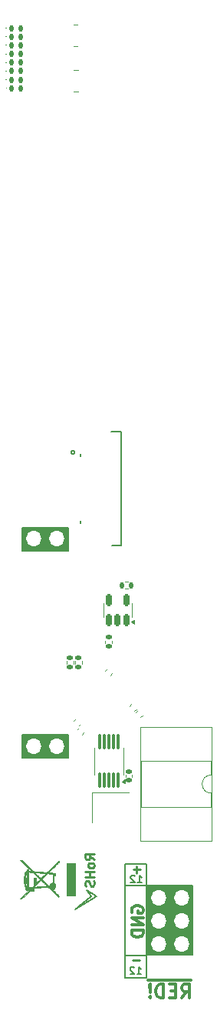
<source format=gbr>
%TF.GenerationSoftware,KiCad,Pcbnew,8.0.7*%
%TF.CreationDate,2025-01-05T12:24:48+01:00*%
%TF.ProjectId,tiliqua-motherboard,74696c69-7175-4612-9d6d-6f7468657262,rev?*%
%TF.SameCoordinates,Original*%
%TF.FileFunction,Legend,Bot*%
%TF.FilePolarity,Positive*%
%FSLAX46Y46*%
G04 Gerber Fmt 4.6, Leading zero omitted, Abs format (unit mm)*
G04 Created by KiCad (PCBNEW 8.0.7) date 2025-01-05 12:24:48*
%MOMM*%
%LPD*%
G01*
G04 APERTURE LIST*
G04 Aperture macros list*
%AMRoundRect*
0 Rectangle with rounded corners*
0 $1 Rounding radius*
0 $2 $3 $4 $5 $6 $7 $8 $9 X,Y pos of 4 corners*
0 Add a 4 corners polygon primitive as box body*
4,1,4,$2,$3,$4,$5,$6,$7,$8,$9,$2,$3,0*
0 Add four circle primitives for the rounded corners*
1,1,$1+$1,$2,$3*
1,1,$1+$1,$4,$5*
1,1,$1+$1,$6,$7*
1,1,$1+$1,$8,$9*
0 Add four rect primitives between the rounded corners*
20,1,$1+$1,$2,$3,$4,$5,0*
20,1,$1+$1,$4,$5,$6,$7,0*
20,1,$1+$1,$6,$7,$8,$9,0*
20,1,$1+$1,$8,$9,$2,$3,0*%
G04 Aperture macros list end*
%ADD10C,0.150000*%
%ADD11C,0.325000*%
%ADD12C,0.375000*%
%ADD13C,0.200000*%
%ADD14C,0.250000*%
%ADD15C,0.100000*%
%ADD16C,0.120000*%
%ADD17C,0.010000*%
%ADD18C,0.300000*%
%ADD19C,0.000000*%
%ADD20C,0.600000*%
%ADD21O,1.600000X1.000000*%
%ADD22O,2.000000X1.000000*%
%ADD23R,1.700000X1.700000*%
%ADD24O,1.700000X1.700000*%
%ADD25C,1.800000*%
%ADD26C,6.400000*%
%ADD27C,0.700000*%
%ADD28C,4.400000*%
%ADD29C,1.100000*%
%ADD30C,1.600000*%
%ADD31O,1.500000X3.500000*%
%ADD32RoundRect,0.147500X-0.147500X-0.172500X0.147500X-0.172500X0.147500X0.172500X-0.147500X0.172500X0*%
%ADD33RoundRect,0.135000X0.035355X-0.226274X0.226274X-0.035355X-0.035355X0.226274X-0.226274X0.035355X0*%
%ADD34RoundRect,0.135000X-0.035355X0.226274X-0.226274X0.035355X0.035355X-0.226274X0.226274X-0.035355X0*%
%ADD35R,1.400000X1.200000*%
%ADD36RoundRect,0.150000X0.150000X-0.512500X0.150000X0.512500X-0.150000X0.512500X-0.150000X-0.512500X0*%
%ADD37R,1.800000X0.300000*%
%ADD38R,3.200000X2.500000*%
%ADD39R,0.500000X0.400000*%
%ADD40R,0.500000X0.300000*%
%ADD41R,1.600000X3.100000*%
%ADD42RoundRect,0.087500X0.087500X-0.725000X0.087500X0.725000X-0.087500X0.725000X-0.087500X-0.725000X0*%
%ADD43RoundRect,0.135000X0.185000X-0.135000X0.185000X0.135000X-0.185000X0.135000X-0.185000X-0.135000X0*%
%ADD44RoundRect,0.135000X-0.135000X-0.185000X0.135000X-0.185000X0.135000X0.185000X-0.135000X0.185000X0*%
%ADD45RoundRect,0.140000X-0.170000X0.140000X-0.170000X-0.140000X0.170000X-0.140000X0.170000X0.140000X0*%
G04 APERTURE END LIST*
D10*
X9738784Y-97530247D02*
X10888784Y-98180247D01*
X10888784Y-98180247D02*
X8488784Y-99630247D01*
X8488784Y-99630247D02*
X10238784Y-98230247D01*
X10238784Y-98230247D02*
X9738784Y-97530247D01*
X16365000Y-104675000D02*
X14040000Y-104675000D01*
X2692246Y-57618527D02*
X7772246Y-57618527D01*
X7772246Y-60158527D01*
X2692246Y-60158527D01*
X2692246Y-57618527D01*
G36*
X2692246Y-57618527D02*
G01*
X7772246Y-57618527D01*
X7772246Y-60158527D01*
X2692246Y-60158527D01*
X2692246Y-57618527D01*
G37*
X16365000Y-107175000D02*
X14040000Y-107175000D01*
X14040000Y-107175000D02*
X14040000Y-94600000D01*
X16365000Y-94600000D02*
X16365000Y-107175000D01*
X16363650Y-97029800D02*
X21476150Y-97029800D01*
X21476150Y-104670200D01*
X16363650Y-104670200D01*
X16363650Y-97029800D01*
G36*
X16363650Y-97029800D02*
G01*
X21476150Y-97029800D01*
X21476150Y-104670200D01*
X16363650Y-104670200D01*
X16363650Y-97029800D01*
G37*
X2673468Y-80430000D02*
X7753468Y-80430000D01*
X7753468Y-82970000D01*
X2673468Y-82970000D01*
X2673468Y-80430000D01*
G36*
X2673468Y-80430000D02*
G01*
X7753468Y-80430000D01*
X7753468Y-82970000D01*
X2673468Y-82970000D01*
X2673468Y-80430000D01*
G37*
X14040000Y-94600000D02*
X16365000Y-94600000D01*
X16352500Y-97025000D02*
X14027500Y-97025000D01*
D11*
X14786409Y-99959524D02*
X14724504Y-99835714D01*
X14724504Y-99835714D02*
X14724504Y-99650000D01*
X14724504Y-99650000D02*
X14786409Y-99464286D01*
X14786409Y-99464286D02*
X14910219Y-99340476D01*
X14910219Y-99340476D02*
X15034028Y-99278571D01*
X15034028Y-99278571D02*
X15281647Y-99216667D01*
X15281647Y-99216667D02*
X15467361Y-99216667D01*
X15467361Y-99216667D02*
X15714980Y-99278571D01*
X15714980Y-99278571D02*
X15838790Y-99340476D01*
X15838790Y-99340476D02*
X15962600Y-99464286D01*
X15962600Y-99464286D02*
X16024504Y-99650000D01*
X16024504Y-99650000D02*
X16024504Y-99773809D01*
X16024504Y-99773809D02*
X15962600Y-99959524D01*
X15962600Y-99959524D02*
X15900695Y-100021428D01*
X15900695Y-100021428D02*
X15467361Y-100021428D01*
X15467361Y-100021428D02*
X15467361Y-99773809D01*
X16024504Y-100578571D02*
X14724504Y-100578571D01*
X14724504Y-100578571D02*
X16024504Y-101321428D01*
X16024504Y-101321428D02*
X14724504Y-101321428D01*
X16024504Y-101940476D02*
X14724504Y-101940476D01*
X14724504Y-101940476D02*
X14724504Y-102250000D01*
X14724504Y-102250000D02*
X14786409Y-102435714D01*
X14786409Y-102435714D02*
X14910219Y-102559524D01*
X14910219Y-102559524D02*
X15034028Y-102621429D01*
X15034028Y-102621429D02*
X15281647Y-102683333D01*
X15281647Y-102683333D02*
X15467361Y-102683333D01*
X15467361Y-102683333D02*
X15714980Y-102621429D01*
X15714980Y-102621429D02*
X15838790Y-102559524D01*
X15838790Y-102559524D02*
X15962600Y-102435714D01*
X15962600Y-102435714D02*
X16024504Y-102250000D01*
X16024504Y-102250000D02*
X16024504Y-101940476D01*
D12*
X20261428Y-109378428D02*
X20761428Y-108664142D01*
X21118571Y-109378428D02*
X21118571Y-107878428D01*
X21118571Y-107878428D02*
X20547142Y-107878428D01*
X20547142Y-107878428D02*
X20404285Y-107949857D01*
X20404285Y-107949857D02*
X20332856Y-108021285D01*
X20332856Y-108021285D02*
X20261428Y-108164142D01*
X20261428Y-108164142D02*
X20261428Y-108378428D01*
X20261428Y-108378428D02*
X20332856Y-108521285D01*
X20332856Y-108521285D02*
X20404285Y-108592714D01*
X20404285Y-108592714D02*
X20547142Y-108664142D01*
X20547142Y-108664142D02*
X21118571Y-108664142D01*
X19618571Y-108592714D02*
X19118571Y-108592714D01*
X18904285Y-109378428D02*
X19618571Y-109378428D01*
X19618571Y-109378428D02*
X19618571Y-107878428D01*
X19618571Y-107878428D02*
X18904285Y-107878428D01*
X18261428Y-109378428D02*
X18261428Y-107878428D01*
X18261428Y-107878428D02*
X17904285Y-107878428D01*
X17904285Y-107878428D02*
X17689999Y-107949857D01*
X17689999Y-107949857D02*
X17547142Y-108092714D01*
X17547142Y-108092714D02*
X17475713Y-108235571D01*
X17475713Y-108235571D02*
X17404285Y-108521285D01*
X17404285Y-108521285D02*
X17404285Y-108735571D01*
X17404285Y-108735571D02*
X17475713Y-109021285D01*
X17475713Y-109021285D02*
X17547142Y-109164142D01*
X17547142Y-109164142D02*
X17689999Y-109307000D01*
X17689999Y-109307000D02*
X17904285Y-109378428D01*
X17904285Y-109378428D02*
X18261428Y-109378428D01*
X16761428Y-109235571D02*
X16689999Y-109307000D01*
X16689999Y-109307000D02*
X16761428Y-109378428D01*
X16761428Y-109378428D02*
X16832856Y-109307000D01*
X16832856Y-109307000D02*
X16761428Y-109235571D01*
X16761428Y-109235571D02*
X16761428Y-109378428D01*
X16761428Y-108807000D02*
X16832856Y-107949857D01*
X16832856Y-107949857D02*
X16761428Y-107878428D01*
X16761428Y-107878428D02*
X16689999Y-107949857D01*
X16689999Y-107949857D02*
X16761428Y-108807000D01*
X16761428Y-108807000D02*
X16761428Y-107878428D01*
X21325714Y-107462000D02*
X16554285Y-107462000D01*
D13*
X15367381Y-96709695D02*
X15824524Y-96709695D01*
X15595952Y-96709695D02*
X15595952Y-95909695D01*
X15595952Y-95909695D02*
X15672143Y-96023980D01*
X15672143Y-96023980D02*
X15748333Y-96100171D01*
X15748333Y-96100171D02*
X15824524Y-96138266D01*
X15062619Y-95985885D02*
X15024523Y-95947790D01*
X15024523Y-95947790D02*
X14948333Y-95909695D01*
X14948333Y-95909695D02*
X14757857Y-95909695D01*
X14757857Y-95909695D02*
X14681666Y-95947790D01*
X14681666Y-95947790D02*
X14643571Y-95985885D01*
X14643571Y-95985885D02*
X14605476Y-96062076D01*
X14605476Y-96062076D02*
X14605476Y-96138266D01*
X14605476Y-96138266D02*
X14643571Y-96252552D01*
X14643571Y-96252552D02*
X15100714Y-96709695D01*
X15100714Y-96709695D02*
X14605476Y-96709695D01*
D14*
X15658400Y-95243666D02*
X14896496Y-95243666D01*
X15277448Y-95624619D02*
X15277448Y-94862714D01*
D13*
X15317381Y-106784695D02*
X15774524Y-106784695D01*
X15545952Y-106784695D02*
X15545952Y-105984695D01*
X15545952Y-105984695D02*
X15622143Y-106098980D01*
X15622143Y-106098980D02*
X15698333Y-106175171D01*
X15698333Y-106175171D02*
X15774524Y-106213266D01*
X15012619Y-106060885D02*
X14974523Y-106022790D01*
X14974523Y-106022790D02*
X14898333Y-105984695D01*
X14898333Y-105984695D02*
X14707857Y-105984695D01*
X14707857Y-105984695D02*
X14631666Y-106022790D01*
X14631666Y-106022790D02*
X14593571Y-106060885D01*
X14593571Y-106060885D02*
X14555476Y-106137076D01*
X14555476Y-106137076D02*
X14555476Y-106213266D01*
X14555476Y-106213266D02*
X14593571Y-106327552D01*
X14593571Y-106327552D02*
X15050714Y-106784695D01*
X15050714Y-106784695D02*
X14555476Y-106784695D01*
D14*
X15570951Y-105243666D02*
X14809047Y-105243666D01*
X10595909Y-94149796D02*
X10119718Y-93816463D01*
X10595909Y-93578368D02*
X9595909Y-93578368D01*
X9595909Y-93578368D02*
X9595909Y-93959320D01*
X9595909Y-93959320D02*
X9643528Y-94054558D01*
X9643528Y-94054558D02*
X9691147Y-94102177D01*
X9691147Y-94102177D02*
X9786385Y-94149796D01*
X9786385Y-94149796D02*
X9929242Y-94149796D01*
X9929242Y-94149796D02*
X10024480Y-94102177D01*
X10024480Y-94102177D02*
X10072099Y-94054558D01*
X10072099Y-94054558D02*
X10119718Y-93959320D01*
X10119718Y-93959320D02*
X10119718Y-93578368D01*
X10595909Y-94721225D02*
X10548290Y-94625987D01*
X10548290Y-94625987D02*
X10500670Y-94578368D01*
X10500670Y-94578368D02*
X10405432Y-94530749D01*
X10405432Y-94530749D02*
X10119718Y-94530749D01*
X10119718Y-94530749D02*
X10024480Y-94578368D01*
X10024480Y-94578368D02*
X9976861Y-94625987D01*
X9976861Y-94625987D02*
X9929242Y-94721225D01*
X9929242Y-94721225D02*
X9929242Y-94864082D01*
X9929242Y-94864082D02*
X9976861Y-94959320D01*
X9976861Y-94959320D02*
X10024480Y-95006939D01*
X10024480Y-95006939D02*
X10119718Y-95054558D01*
X10119718Y-95054558D02*
X10405432Y-95054558D01*
X10405432Y-95054558D02*
X10500670Y-95006939D01*
X10500670Y-95006939D02*
X10548290Y-94959320D01*
X10548290Y-94959320D02*
X10595909Y-94864082D01*
X10595909Y-94864082D02*
X10595909Y-94721225D01*
X10595909Y-95483130D02*
X9595909Y-95483130D01*
X10072099Y-95483130D02*
X10072099Y-96054558D01*
X10595909Y-96054558D02*
X9595909Y-96054558D01*
X10548290Y-96483130D02*
X10595909Y-96625987D01*
X10595909Y-96625987D02*
X10595909Y-96864082D01*
X10595909Y-96864082D02*
X10548290Y-96959320D01*
X10548290Y-96959320D02*
X10500670Y-97006939D01*
X10500670Y-97006939D02*
X10405432Y-97054558D01*
X10405432Y-97054558D02*
X10310194Y-97054558D01*
X10310194Y-97054558D02*
X10214956Y-97006939D01*
X10214956Y-97006939D02*
X10167337Y-96959320D01*
X10167337Y-96959320D02*
X10119718Y-96864082D01*
X10119718Y-96864082D02*
X10072099Y-96673606D01*
X10072099Y-96673606D02*
X10024480Y-96578368D01*
X10024480Y-96578368D02*
X9976861Y-96530749D01*
X9976861Y-96530749D02*
X9881623Y-96483130D01*
X9881623Y-96483130D02*
X9786385Y-96483130D01*
X9786385Y-96483130D02*
X9691147Y-96530749D01*
X9691147Y-96530749D02*
X9643528Y-96578368D01*
X9643528Y-96578368D02*
X9595909Y-96673606D01*
X9595909Y-96673606D02*
X9595909Y-96911701D01*
X9595909Y-96911701D02*
X9643528Y-97054558D01*
D15*
%TO.C,D6*%
X925000Y-2650000D02*
G75*
G02*
X825000Y-2650000I-50000J0D01*
G01*
X825000Y-2650000D02*
G75*
G02*
X925000Y-2650000I50000J0D01*
G01*
D16*
%TO.C,R49*%
X12059524Y-73135578D02*
X11842243Y-73352859D01*
X12596925Y-73672979D02*
X12379644Y-73890260D01*
%TO.C,R37*%
X8716928Y-79849694D02*
X8934209Y-79632413D01*
X9254329Y-80387095D02*
X9471610Y-80169814D01*
%TO.C,Y2*%
X10400798Y-86762359D02*
X10400798Y-90062359D01*
X14400798Y-86762359D02*
X10400798Y-86762359D01*
D15*
%TO.C,D16*%
X945000Y-8340000D02*
G75*
G02*
X845000Y-8340000I-50000J0D01*
G01*
X845000Y-8340000D02*
G75*
G02*
X945000Y-8340000I50000J0D01*
G01*
%TO.C,D14*%
X925000Y-4550000D02*
G75*
G02*
X825000Y-4550000I-50000J0D01*
G01*
X825000Y-4550000D02*
G75*
G02*
X925000Y-4550000I50000J0D01*
G01*
D16*
%TO.C,U6*%
X11623657Y-65899999D02*
X11623656Y-66699999D01*
X11623657Y-67499999D02*
X11623656Y-66699999D01*
X14743657Y-65899999D02*
X14743658Y-66699999D01*
X14743657Y-67499999D02*
X14743658Y-66699999D01*
X15023657Y-68239999D02*
X14693657Y-67999999D01*
X15023657Y-67759999D01*
X15023657Y-68239999D01*
G36*
X15023657Y-68239999D02*
G01*
X14693657Y-67999999D01*
X15023657Y-67759999D01*
X15023657Y-68239999D01*
G37*
%TO.C,R48*%
X14711288Y-77056826D02*
X14494007Y-77274107D01*
X15248689Y-77594227D02*
X15031408Y-77811508D01*
D15*
%TO.C,D10*%
X932500Y-3600000D02*
G75*
G02*
X832500Y-3600000I-50000J0D01*
G01*
X832500Y-3600000D02*
G75*
G02*
X932500Y-3600000I50000J0D01*
G01*
%TO.C,D8*%
X940000Y-6440000D02*
G75*
G02*
X840000Y-6440000I-50000J0D01*
G01*
X840000Y-6440000D02*
G75*
G02*
X940000Y-6440000I50000J0D01*
G01*
D13*
%TO.C,J1*%
X9100000Y-49800000D02*
X9100000Y-49550000D01*
X9100000Y-56900000D02*
X9100000Y-57150000D01*
X13550000Y-47050000D02*
X12500000Y-47050000D01*
X13550000Y-47050000D02*
X13550000Y-59600000D01*
X13550000Y-59600000D02*
X12550000Y-59600000D01*
X8450000Y-49350000D02*
G75*
G02*
X8050000Y-49350000I-200000J0D01*
G01*
X8050000Y-49350000D02*
G75*
G02*
X8450000Y-49350000I200000J0D01*
G01*
D16*
%TO.C,RN4*%
X8860000Y-7260000D02*
X8360000Y-7260000D01*
X8860000Y-9620000D02*
X8360000Y-9620000D01*
%TO.C,R36*%
X8581210Y-78654102D02*
X8363929Y-78871383D01*
X9118611Y-79191503D02*
X8901330Y-79408784D01*
D17*
%TO.C,REF\u002A\u002A*%
X8457822Y-98097822D02*
X7590198Y-98097822D01*
X7590198Y-94577029D01*
X8457822Y-94577029D01*
X8457822Y-98097822D01*
G36*
X8457822Y-98097822D02*
G01*
X7590198Y-98097822D01*
X7590198Y-94577029D01*
X8457822Y-94577029D01*
X8457822Y-98097822D01*
G37*
X3249158Y-94838062D02*
X3880726Y-95438599D01*
X4024673Y-95450604D01*
X4600635Y-95498635D01*
X4702791Y-95507124D01*
X4830612Y-95517657D01*
X4949767Y-95527379D01*
X5057914Y-95536102D01*
X5152713Y-95543642D01*
X5231819Y-95549813D01*
X5292892Y-95554427D01*
X5333590Y-95557300D01*
X5351570Y-95558246D01*
X5359808Y-95555749D01*
X5377599Y-95544529D01*
X5404411Y-95523249D01*
X5416129Y-95512979D01*
X5441466Y-95490775D01*
X5489986Y-95445977D01*
X5551192Y-95387719D01*
X5626307Y-95314871D01*
X5716549Y-95226297D01*
X5823144Y-95120866D01*
X5893094Y-95051508D01*
X5990658Y-94954820D01*
X6087941Y-94858474D01*
X6182014Y-94765362D01*
X6269950Y-94678382D01*
X6348820Y-94600431D01*
X6415699Y-94534404D01*
X6467658Y-94483198D01*
X6671620Y-94282486D01*
X6709671Y-94318942D01*
X6718245Y-94327540D01*
X6739297Y-94352905D01*
X6747723Y-94370305D01*
X6740530Y-94383928D01*
X6718944Y-94409256D01*
X6687995Y-94439621D01*
X6668447Y-94458104D01*
X6632752Y-94492573D01*
X6582684Y-94541288D01*
X6520001Y-94602531D01*
X6446457Y-94674580D01*
X6363810Y-94755715D01*
X6273815Y-94844216D01*
X6178228Y-94938363D01*
X6078805Y-95036435D01*
X5529343Y-95578839D01*
X5814746Y-95600934D01*
X5875662Y-95605750D01*
X5957548Y-95612784D01*
X6019569Y-95619128D01*
X6064987Y-95625252D01*
X6097062Y-95631628D01*
X6119052Y-95638723D01*
X6134219Y-95647009D01*
X6155416Y-95658607D01*
X6194386Y-95668150D01*
X6250531Y-95670989D01*
X6332773Y-95670990D01*
X6332773Y-95897326D01*
X6156733Y-95897326D01*
X6156733Y-96742918D01*
X6212262Y-96791797D01*
X6226722Y-96805164D01*
X6284813Y-96877612D01*
X6320576Y-96959468D01*
X6332773Y-97048100D01*
X6326306Y-97126308D01*
X6299047Y-97214768D01*
X6250327Y-97290493D01*
X6236403Y-97305252D01*
X6191328Y-97342136D01*
X6138819Y-97374497D01*
X6087061Y-97397703D01*
X6044239Y-97407121D01*
X6038023Y-97407303D01*
X6015246Y-97408658D01*
X5999513Y-97412200D01*
X5992069Y-97419610D01*
X5994156Y-97432568D01*
X6007020Y-97452757D01*
X6031905Y-97481855D01*
X6070053Y-97521544D01*
X6122710Y-97573504D01*
X6191119Y-97639416D01*
X6276524Y-97720960D01*
X6322111Y-97764396D01*
X6398441Y-97837000D01*
X6470808Y-97905691D01*
X6536366Y-97967777D01*
X6592274Y-98020566D01*
X6635686Y-98061366D01*
X6663758Y-98087485D01*
X6741436Y-98158881D01*
X6653416Y-98247137D01*
X6081287Y-97701310D01*
X6045188Y-97666895D01*
X5916272Y-97544454D01*
X5804754Y-97439349D01*
X5710288Y-97351264D01*
X5632529Y-97279884D01*
X5571131Y-97224895D01*
X5525748Y-97185981D01*
X5496035Y-97162827D01*
X5481644Y-97155118D01*
X5481559Y-97155117D01*
X5463624Y-97156175D01*
X5423421Y-97159262D01*
X5363687Y-97164142D01*
X5287158Y-97170568D01*
X5196569Y-97178300D01*
X5094657Y-97187095D01*
X4984159Y-97196713D01*
X4867811Y-97206909D01*
X4748348Y-97217444D01*
X4628507Y-97228074D01*
X4511025Y-97238558D01*
X4398637Y-97248654D01*
X4294081Y-97258119D01*
X4200091Y-97266712D01*
X4119405Y-97274191D01*
X4054759Y-97280313D01*
X4008888Y-97284838D01*
X3984530Y-97287522D01*
X3931089Y-97294610D01*
X3931089Y-97569703D01*
X3720470Y-97570032D01*
X3509852Y-97570361D01*
X3050891Y-98022086D01*
X2591931Y-98473811D01*
X2504848Y-98474430D01*
X2417767Y-98475049D01*
X2966952Y-97933230D01*
X3019998Y-97880863D01*
X3129772Y-97772197D01*
X3223114Y-97679291D01*
X3301173Y-97600945D01*
X3365097Y-97535957D01*
X3416035Y-97483128D01*
X3429126Y-97469109D01*
X3611172Y-97469109D01*
X3830496Y-97469109D01*
X3830495Y-97387377D01*
X3830489Y-97380105D01*
X3829612Y-97339050D01*
X3825867Y-97316723D01*
X3817270Y-97307471D01*
X3801840Y-97305644D01*
X3779160Y-97313694D01*
X3741428Y-97341270D01*
X3692179Y-97387377D01*
X3611172Y-97469109D01*
X3429126Y-97469109D01*
X3455135Y-97441257D01*
X3483548Y-97409145D01*
X3502420Y-97385590D01*
X3512901Y-97369392D01*
X3516139Y-97359351D01*
X3515158Y-97342421D01*
X3507995Y-97332916D01*
X3488401Y-97331278D01*
X3450124Y-97335218D01*
X3426025Y-97337935D01*
X3385744Y-97341716D01*
X3358961Y-97343240D01*
X3349728Y-97343985D01*
X3339838Y-97351254D01*
X3336562Y-97371332D01*
X3337992Y-97410311D01*
X3338553Y-97420263D01*
X3337921Y-97460102D01*
X3329167Y-97488440D01*
X3309289Y-97516370D01*
X3305104Y-97521180D01*
X3254427Y-97560518D01*
X3195934Y-97577828D01*
X3134575Y-97572526D01*
X3075297Y-97544025D01*
X3071607Y-97541267D01*
X3039850Y-97503178D01*
X3021067Y-97453524D01*
X3016071Y-97399998D01*
X3025679Y-97350293D01*
X3050704Y-97312100D01*
X3063480Y-97299169D01*
X3066576Y-97286572D01*
X3056998Y-97268533D01*
X3033082Y-97238072D01*
X3025731Y-97228726D01*
X2979339Y-97156570D01*
X2938084Y-97071085D01*
X2904936Y-96980233D01*
X2882868Y-96891973D01*
X2874852Y-96814264D01*
X2874788Y-96806009D01*
X2870321Y-96760121D01*
X2857795Y-96734921D01*
X2835784Y-96727227D01*
X2828849Y-96726324D01*
X2822885Y-96721385D01*
X2818519Y-96709388D01*
X2815503Y-96687320D01*
X2813590Y-96652164D01*
X2812530Y-96600906D01*
X2812077Y-96530529D01*
X2811980Y-96438020D01*
X2812150Y-96351340D01*
X2812835Y-96277668D01*
X2813558Y-96249406D01*
X2912575Y-96249406D01*
X2912576Y-96626633D01*
X2975446Y-96626633D01*
X2975446Y-96249406D01*
X2912575Y-96249406D01*
X2813558Y-96249406D01*
X2814215Y-96223735D01*
X2816470Y-96186712D01*
X2819778Y-96163770D01*
X2824320Y-96152079D01*
X2830270Y-96148813D01*
X2972893Y-96148813D01*
X3076040Y-96148812D01*
X3076040Y-96727227D01*
X2985122Y-96727227D01*
X2993753Y-96799529D01*
X3012249Y-96910002D01*
X3045691Y-97021184D01*
X3092324Y-97113150D01*
X3152786Y-97187458D01*
X3201782Y-97235302D01*
X3201782Y-97225149D01*
X3314951Y-97225149D01*
X3362104Y-97220987D01*
X3383498Y-97219065D01*
X3441909Y-97213076D01*
X3480382Y-97207174D01*
X3502912Y-97200273D01*
X3513498Y-97191288D01*
X3516139Y-97179130D01*
X3517937Y-97168199D01*
X3523438Y-97163558D01*
X3935703Y-97163558D01*
X3943732Y-97163747D01*
X3974653Y-97162092D01*
X4026653Y-97158451D01*
X4097487Y-97153005D01*
X4184912Y-97145937D01*
X4286681Y-97137430D01*
X4400552Y-97127665D01*
X4524279Y-97116825D01*
X4655618Y-97105093D01*
X4756908Y-97095921D01*
X4882526Y-97084434D01*
X4998762Y-97073678D01*
X5103380Y-97063869D01*
X5194140Y-97055219D01*
X5268804Y-97047943D01*
X5325134Y-97042254D01*
X5360891Y-97038366D01*
X5373837Y-97036494D01*
X5369826Y-97030812D01*
X5350138Y-97009980D01*
X5316322Y-96976128D01*
X5270837Y-96931588D01*
X5216146Y-96878690D01*
X5154710Y-96819764D01*
X5088990Y-96757141D01*
X5021449Y-96693152D01*
X4954547Y-96630126D01*
X4890746Y-96570394D01*
X4832507Y-96516287D01*
X4782292Y-96470135D01*
X4742563Y-96434267D01*
X4715780Y-96411016D01*
X4704406Y-96402710D01*
X4693383Y-96410852D01*
X4666999Y-96434522D01*
X4627527Y-96471522D01*
X4577191Y-96519650D01*
X4518217Y-96576704D01*
X4452830Y-96640480D01*
X4383255Y-96708778D01*
X4311716Y-96779395D01*
X4240438Y-96850129D01*
X4171647Y-96918778D01*
X4107566Y-96983139D01*
X4050422Y-97041012D01*
X4002439Y-97090189D01*
X3965841Y-97128476D01*
X3942854Y-97153666D01*
X3935703Y-97163558D01*
X3523438Y-97163558D01*
X3526530Y-97160950D01*
X3546505Y-97156900D01*
X3582450Y-97155137D01*
X3638952Y-97154752D01*
X3761766Y-97154752D01*
X3801840Y-97114554D01*
X3899654Y-97016435D01*
X4037542Y-96878119D01*
X3931089Y-96878119D01*
X3931089Y-96123663D01*
X4170000Y-96123663D01*
X4170000Y-96742169D01*
X4386906Y-96532408D01*
X4428334Y-96492230D01*
X4485200Y-96436672D01*
X4534082Y-96388430D01*
X4572441Y-96350029D01*
X4597741Y-96323997D01*
X4607443Y-96312860D01*
X4604767Y-96308627D01*
X4602222Y-96305818D01*
X4803046Y-96305818D01*
X4807405Y-96313556D01*
X4827241Y-96336605D01*
X4860375Y-96371291D01*
X4903820Y-96414513D01*
X4954587Y-96463168D01*
X4968051Y-96475860D01*
X5028275Y-96532771D01*
X5099864Y-96600587D01*
X5177437Y-96674200D01*
X5255611Y-96748507D01*
X5329005Y-96818401D01*
X5333409Y-96822599D01*
X5401784Y-96887580D01*
X5454732Y-96937165D01*
X5494767Y-96973312D01*
X5524411Y-96997983D01*
X5546181Y-97013142D01*
X5562595Y-97020744D01*
X5576174Y-97022753D01*
X5589434Y-97021128D01*
X5590819Y-97020844D01*
X5622228Y-97007302D01*
X5636863Y-96980252D01*
X5668063Y-96896871D01*
X5720038Y-96822582D01*
X5788791Y-96764155D01*
X5871315Y-96724110D01*
X5964606Y-96704974D01*
X6043565Y-96698636D01*
X6043565Y-95749161D01*
X6015273Y-95742542D01*
X6008329Y-95741371D01*
X5977281Y-95737732D01*
X5927081Y-95732766D01*
X5861727Y-95726842D01*
X5785219Y-95720331D01*
X5701555Y-95713599D01*
X5416129Y-95691276D01*
X5110565Y-95992174D01*
X5054705Y-96047364D01*
X4986888Y-96114891D01*
X4926643Y-96175471D01*
X4876053Y-96226979D01*
X4837200Y-96267290D01*
X4812170Y-96294278D01*
X4803046Y-96305818D01*
X4602222Y-96305818D01*
X4586782Y-96288776D01*
X4553480Y-96254549D01*
X4506712Y-96207773D01*
X4448325Y-96150276D01*
X4380169Y-96083888D01*
X4304094Y-96010436D01*
X4221950Y-95931748D01*
X4138943Y-95852659D01*
X4057136Y-95775129D01*
X3990082Y-95712254D01*
X3936007Y-95662498D01*
X3893129Y-95624322D01*
X3859673Y-95596189D01*
X3833861Y-95576560D01*
X3830135Y-95574195D01*
X4024673Y-95574195D01*
X4024908Y-95574616D01*
X4036350Y-95586491D01*
X4063198Y-95612869D01*
X4103018Y-95651429D01*
X4153372Y-95699847D01*
X4211828Y-95755797D01*
X4275948Y-95816957D01*
X4343298Y-95881005D01*
X4411443Y-95945615D01*
X4477948Y-96008465D01*
X4540377Y-96067232D01*
X4596295Y-96119591D01*
X4704406Y-96220467D01*
X4706476Y-96222399D01*
X4981968Y-95946695D01*
X5049224Y-95879274D01*
X5112162Y-95815733D01*
X5160100Y-95766510D01*
X5194594Y-95729804D01*
X5217199Y-95703810D01*
X5229471Y-95686725D01*
X5232966Y-95676744D01*
X5229238Y-95672065D01*
X5219844Y-95670884D01*
X5204749Y-95670127D01*
X5165883Y-95667399D01*
X5106895Y-95662892D01*
X5030473Y-95656821D01*
X4939305Y-95649404D01*
X4836080Y-95640858D01*
X4723483Y-95631398D01*
X4604205Y-95621242D01*
X4499077Y-95612277D01*
X4388350Y-95602934D01*
X4287814Y-95594558D01*
X4199943Y-95587347D01*
X4127215Y-95581504D01*
X4072110Y-95577231D01*
X4037104Y-95574727D01*
X4024673Y-95574195D01*
X3830135Y-95574195D01*
X3813914Y-95563899D01*
X3798056Y-95556666D01*
X3784509Y-95553325D01*
X3777910Y-95552439D01*
X3741548Y-95548511D01*
X3688018Y-95543541D01*
X3623421Y-95538073D01*
X3553863Y-95532656D01*
X3529635Y-95530820D01*
X3464178Y-95525512D01*
X3407717Y-95520452D01*
X3365618Y-95516137D01*
X3343243Y-95513066D01*
X3314951Y-95507045D01*
X3314951Y-97225149D01*
X3201782Y-97225149D01*
X3201782Y-95820779D01*
X3111094Y-95824474D01*
X3020406Y-95828168D01*
X3005252Y-95903614D01*
X2998379Y-95941449D01*
X2988756Y-96004632D01*
X2981496Y-96063935D01*
X2972893Y-96148813D01*
X2830270Y-96148813D01*
X2830272Y-96148812D01*
X2844888Y-96138063D01*
X2854215Y-96107945D01*
X2855846Y-96096418D01*
X2861591Y-96057114D01*
X2869378Y-96004812D01*
X2878003Y-95947624D01*
X2882393Y-95916084D01*
X2887148Y-95869925D01*
X2888295Y-95837359D01*
X2885495Y-95823977D01*
X2883671Y-95821692D01*
X2879165Y-95800595D01*
X2876029Y-95762645D01*
X2874852Y-95713953D01*
X2874852Y-95608118D01*
X2912575Y-95608106D01*
X2915718Y-95608106D01*
X2928669Y-95607612D01*
X2950411Y-95601181D01*
X2950967Y-95600629D01*
X3101188Y-95600629D01*
X3102463Y-95602303D01*
X3119976Y-95606456D01*
X3151485Y-95608118D01*
X3201782Y-95608119D01*
X3201782Y-95551092D01*
X3201662Y-95534007D01*
X3199462Y-95508692D01*
X3192334Y-95501384D01*
X3177508Y-95507057D01*
X3174682Y-95508733D01*
X3152944Y-95527552D01*
X3128820Y-95554817D01*
X3109254Y-95582013D01*
X3101188Y-95600629D01*
X2950967Y-95600629D01*
X2968851Y-95582877D01*
X2990801Y-95547170D01*
X3010853Y-95515826D01*
X3049356Y-95468107D01*
X3092579Y-95424862D01*
X3134627Y-95391781D01*
X3169604Y-95374558D01*
X3183081Y-95370338D01*
X3192334Y-95362520D01*
X3195454Y-95359884D01*
X3200696Y-95338338D01*
X3201782Y-95298686D01*
X3201781Y-95230891D01*
X3314951Y-95230891D01*
X3314951Y-95390423D01*
X3492733Y-95405318D01*
X3517037Y-95407318D01*
X3577880Y-95411977D01*
X3627389Y-95415269D01*
X3660992Y-95416908D01*
X3674116Y-95416610D01*
X3670344Y-95412276D01*
X3650676Y-95392504D01*
X3615818Y-95358322D01*
X3567576Y-95311459D01*
X3507757Y-95253646D01*
X3438167Y-95186613D01*
X3360615Y-95112088D01*
X3276907Y-95031803D01*
X3188848Y-94947487D01*
X3098250Y-94860870D01*
X3006915Y-94773681D01*
X2916653Y-94687651D01*
X2829269Y-94604508D01*
X2746572Y-94525984D01*
X2670368Y-94453808D01*
X2602463Y-94389709D01*
X2544666Y-94335417D01*
X2441040Y-94238408D01*
X2529314Y-94237966D01*
X2617589Y-94237526D01*
X3249158Y-94838062D01*
G36*
X3249158Y-94838062D02*
G01*
X3880726Y-95438599D01*
X4024673Y-95450604D01*
X4600635Y-95498635D01*
X4702791Y-95507124D01*
X4830612Y-95517657D01*
X4949767Y-95527379D01*
X5057914Y-95536102D01*
X5152713Y-95543642D01*
X5231819Y-95549813D01*
X5292892Y-95554427D01*
X5333590Y-95557300D01*
X5351570Y-95558246D01*
X5359808Y-95555749D01*
X5377599Y-95544529D01*
X5404411Y-95523249D01*
X5416129Y-95512979D01*
X5441466Y-95490775D01*
X5489986Y-95445977D01*
X5551192Y-95387719D01*
X5626307Y-95314871D01*
X5716549Y-95226297D01*
X5823144Y-95120866D01*
X5893094Y-95051508D01*
X5990658Y-94954820D01*
X6087941Y-94858474D01*
X6182014Y-94765362D01*
X6269950Y-94678382D01*
X6348820Y-94600431D01*
X6415699Y-94534404D01*
X6467658Y-94483198D01*
X6671620Y-94282486D01*
X6709671Y-94318942D01*
X6718245Y-94327540D01*
X6739297Y-94352905D01*
X6747723Y-94370305D01*
X6740530Y-94383928D01*
X6718944Y-94409256D01*
X6687995Y-94439621D01*
X6668447Y-94458104D01*
X6632752Y-94492573D01*
X6582684Y-94541288D01*
X6520001Y-94602531D01*
X6446457Y-94674580D01*
X6363810Y-94755715D01*
X6273815Y-94844216D01*
X6178228Y-94938363D01*
X6078805Y-95036435D01*
X5529343Y-95578839D01*
X5814746Y-95600934D01*
X5875662Y-95605750D01*
X5957548Y-95612784D01*
X6019569Y-95619128D01*
X6064987Y-95625252D01*
X6097062Y-95631628D01*
X6119052Y-95638723D01*
X6134219Y-95647009D01*
X6155416Y-95658607D01*
X6194386Y-95668150D01*
X6250531Y-95670989D01*
X6332773Y-95670990D01*
X6332773Y-95897326D01*
X6156733Y-95897326D01*
X6156733Y-96742918D01*
X6212262Y-96791797D01*
X6226722Y-96805164D01*
X6284813Y-96877612D01*
X6320576Y-96959468D01*
X6332773Y-97048100D01*
X6326306Y-97126308D01*
X6299047Y-97214768D01*
X6250327Y-97290493D01*
X6236403Y-97305252D01*
X6191328Y-97342136D01*
X6138819Y-97374497D01*
X6087061Y-97397703D01*
X6044239Y-97407121D01*
X6038023Y-97407303D01*
X6015246Y-97408658D01*
X5999513Y-97412200D01*
X5992069Y-97419610D01*
X5994156Y-97432568D01*
X6007020Y-97452757D01*
X6031905Y-97481855D01*
X6070053Y-97521544D01*
X6122710Y-97573504D01*
X6191119Y-97639416D01*
X6276524Y-97720960D01*
X6322111Y-97764396D01*
X6398441Y-97837000D01*
X6470808Y-97905691D01*
X6536366Y-97967777D01*
X6592274Y-98020566D01*
X6635686Y-98061366D01*
X6663758Y-98087485D01*
X6741436Y-98158881D01*
X6653416Y-98247137D01*
X6081287Y-97701310D01*
X6045188Y-97666895D01*
X5916272Y-97544454D01*
X5804754Y-97439349D01*
X5710288Y-97351264D01*
X5632529Y-97279884D01*
X5571131Y-97224895D01*
X5525748Y-97185981D01*
X5496035Y-97162827D01*
X5481644Y-97155118D01*
X5481559Y-97155117D01*
X5463624Y-97156175D01*
X5423421Y-97159262D01*
X5363687Y-97164142D01*
X5287158Y-97170568D01*
X5196569Y-97178300D01*
X5094657Y-97187095D01*
X4984159Y-97196713D01*
X4867811Y-97206909D01*
X4748348Y-97217444D01*
X4628507Y-97228074D01*
X4511025Y-97238558D01*
X4398637Y-97248654D01*
X4294081Y-97258119D01*
X4200091Y-97266712D01*
X4119405Y-97274191D01*
X4054759Y-97280313D01*
X4008888Y-97284838D01*
X3984530Y-97287522D01*
X3931089Y-97294610D01*
X3931089Y-97569703D01*
X3720470Y-97570032D01*
X3509852Y-97570361D01*
X3050891Y-98022086D01*
X2591931Y-98473811D01*
X2504848Y-98474430D01*
X2417767Y-98475049D01*
X2966952Y-97933230D01*
X3019998Y-97880863D01*
X3129772Y-97772197D01*
X3223114Y-97679291D01*
X3301173Y-97600945D01*
X3365097Y-97535957D01*
X3416035Y-97483128D01*
X3429126Y-97469109D01*
X3611172Y-97469109D01*
X3830496Y-97469109D01*
X3830495Y-97387377D01*
X3830489Y-97380105D01*
X3829612Y-97339050D01*
X3825867Y-97316723D01*
X3817270Y-97307471D01*
X3801840Y-97305644D01*
X3779160Y-97313694D01*
X3741428Y-97341270D01*
X3692179Y-97387377D01*
X3611172Y-97469109D01*
X3429126Y-97469109D01*
X3455135Y-97441257D01*
X3483548Y-97409145D01*
X3502420Y-97385590D01*
X3512901Y-97369392D01*
X3516139Y-97359351D01*
X3515158Y-97342421D01*
X3507995Y-97332916D01*
X3488401Y-97331278D01*
X3450124Y-97335218D01*
X3426025Y-97337935D01*
X3385744Y-97341716D01*
X3358961Y-97343240D01*
X3349728Y-97343985D01*
X3339838Y-97351254D01*
X3336562Y-97371332D01*
X3337992Y-97410311D01*
X3338553Y-97420263D01*
X3337921Y-97460102D01*
X3329167Y-97488440D01*
X3309289Y-97516370D01*
X3305104Y-97521180D01*
X3254427Y-97560518D01*
X3195934Y-97577828D01*
X3134575Y-97572526D01*
X3075297Y-97544025D01*
X3071607Y-97541267D01*
X3039850Y-97503178D01*
X3021067Y-97453524D01*
X3016071Y-97399998D01*
X3025679Y-97350293D01*
X3050704Y-97312100D01*
X3063480Y-97299169D01*
X3066576Y-97286572D01*
X3056998Y-97268533D01*
X3033082Y-97238072D01*
X3025731Y-97228726D01*
X2979339Y-97156570D01*
X2938084Y-97071085D01*
X2904936Y-96980233D01*
X2882868Y-96891973D01*
X2874852Y-96814264D01*
X2874788Y-96806009D01*
X2870321Y-96760121D01*
X2857795Y-96734921D01*
X2835784Y-96727227D01*
X2828849Y-96726324D01*
X2822885Y-96721385D01*
X2818519Y-96709388D01*
X2815503Y-96687320D01*
X2813590Y-96652164D01*
X2812530Y-96600906D01*
X2812077Y-96530529D01*
X2811980Y-96438020D01*
X2812150Y-96351340D01*
X2812835Y-96277668D01*
X2813558Y-96249406D01*
X2912575Y-96249406D01*
X2912576Y-96626633D01*
X2975446Y-96626633D01*
X2975446Y-96249406D01*
X2912575Y-96249406D01*
X2813558Y-96249406D01*
X2814215Y-96223735D01*
X2816470Y-96186712D01*
X2819778Y-96163770D01*
X2824320Y-96152079D01*
X2830270Y-96148813D01*
X2972893Y-96148813D01*
X3076040Y-96148812D01*
X3076040Y-96727227D01*
X2985122Y-96727227D01*
X2993753Y-96799529D01*
X3012249Y-96910002D01*
X3045691Y-97021184D01*
X3092324Y-97113150D01*
X3152786Y-97187458D01*
X3201782Y-97235302D01*
X3201782Y-97225149D01*
X3314951Y-97225149D01*
X3362104Y-97220987D01*
X3383498Y-97219065D01*
X3441909Y-97213076D01*
X3480382Y-97207174D01*
X3502912Y-97200273D01*
X3513498Y-97191288D01*
X3516139Y-97179130D01*
X3517937Y-97168199D01*
X3523438Y-97163558D01*
X3935703Y-97163558D01*
X3943732Y-97163747D01*
X3974653Y-97162092D01*
X4026653Y-97158451D01*
X4097487Y-97153005D01*
X4184912Y-97145937D01*
X4286681Y-97137430D01*
X4400552Y-97127665D01*
X4524279Y-97116825D01*
X4655618Y-97105093D01*
X4756908Y-97095921D01*
X4882526Y-97084434D01*
X4998762Y-97073678D01*
X5103380Y-97063869D01*
X5194140Y-97055219D01*
X5268804Y-97047943D01*
X5325134Y-97042254D01*
X5360891Y-97038366D01*
X5373837Y-97036494D01*
X5369826Y-97030812D01*
X5350138Y-97009980D01*
X5316322Y-96976128D01*
X5270837Y-96931588D01*
X5216146Y-96878690D01*
X5154710Y-96819764D01*
X5088990Y-96757141D01*
X5021449Y-96693152D01*
X4954547Y-96630126D01*
X4890746Y-96570394D01*
X4832507Y-96516287D01*
X4782292Y-96470135D01*
X4742563Y-96434267D01*
X4715780Y-96411016D01*
X4704406Y-96402710D01*
X4693383Y-96410852D01*
X4666999Y-96434522D01*
X4627527Y-96471522D01*
X4577191Y-96519650D01*
X4518217Y-96576704D01*
X4452830Y-96640480D01*
X4383255Y-96708778D01*
X4311716Y-96779395D01*
X4240438Y-96850129D01*
X4171647Y-96918778D01*
X4107566Y-96983139D01*
X4050422Y-97041012D01*
X4002439Y-97090189D01*
X3965841Y-97128476D01*
X3942854Y-97153666D01*
X3935703Y-97163558D01*
X3523438Y-97163558D01*
X3526530Y-97160950D01*
X3546505Y-97156900D01*
X3582450Y-97155137D01*
X3638952Y-97154752D01*
X3761766Y-97154752D01*
X3801840Y-97114554D01*
X3899654Y-97016435D01*
X4037542Y-96878119D01*
X3931089Y-96878119D01*
X3931089Y-96123663D01*
X4170000Y-96123663D01*
X4170000Y-96742169D01*
X4386906Y-96532408D01*
X4428334Y-96492230D01*
X4485200Y-96436672D01*
X4534082Y-96388430D01*
X4572441Y-96350029D01*
X4597741Y-96323997D01*
X4607443Y-96312860D01*
X4604767Y-96308627D01*
X4602222Y-96305818D01*
X4803046Y-96305818D01*
X4807405Y-96313556D01*
X4827241Y-96336605D01*
X4860375Y-96371291D01*
X4903820Y-96414513D01*
X4954587Y-96463168D01*
X4968051Y-96475860D01*
X5028275Y-96532771D01*
X5099864Y-96600587D01*
X5177437Y-96674200D01*
X5255611Y-96748507D01*
X5329005Y-96818401D01*
X5333409Y-96822599D01*
X5401784Y-96887580D01*
X5454732Y-96937165D01*
X5494767Y-96973312D01*
X5524411Y-96997983D01*
X5546181Y-97013142D01*
X5562595Y-97020744D01*
X5576174Y-97022753D01*
X5589434Y-97021128D01*
X5590819Y-97020844D01*
X5622228Y-97007302D01*
X5636863Y-96980252D01*
X5668063Y-96896871D01*
X5720038Y-96822582D01*
X5788791Y-96764155D01*
X5871315Y-96724110D01*
X5964606Y-96704974D01*
X6043565Y-96698636D01*
X6043565Y-95749161D01*
X6015273Y-95742542D01*
X6008329Y-95741371D01*
X5977281Y-95737732D01*
X5927081Y-95732766D01*
X5861727Y-95726842D01*
X5785219Y-95720331D01*
X5701555Y-95713599D01*
X5416129Y-95691276D01*
X5110565Y-95992174D01*
X5054705Y-96047364D01*
X4986888Y-96114891D01*
X4926643Y-96175471D01*
X4876053Y-96226979D01*
X4837200Y-96267290D01*
X4812170Y-96294278D01*
X4803046Y-96305818D01*
X4602222Y-96305818D01*
X4586782Y-96288776D01*
X4553480Y-96254549D01*
X4506712Y-96207773D01*
X4448325Y-96150276D01*
X4380169Y-96083888D01*
X4304094Y-96010436D01*
X4221950Y-95931748D01*
X4138943Y-95852659D01*
X4057136Y-95775129D01*
X3990082Y-95712254D01*
X3936007Y-95662498D01*
X3893129Y-95624322D01*
X3859673Y-95596189D01*
X3833861Y-95576560D01*
X3830135Y-95574195D01*
X4024673Y-95574195D01*
X4024908Y-95574616D01*
X4036350Y-95586491D01*
X4063198Y-95612869D01*
X4103018Y-95651429D01*
X4153372Y-95699847D01*
X4211828Y-95755797D01*
X4275948Y-95816957D01*
X4343298Y-95881005D01*
X4411443Y-95945615D01*
X4477948Y-96008465D01*
X4540377Y-96067232D01*
X4596295Y-96119591D01*
X4704406Y-96220467D01*
X4706476Y-96222399D01*
X4981968Y-95946695D01*
X5049224Y-95879274D01*
X5112162Y-95815733D01*
X5160100Y-95766510D01*
X5194594Y-95729804D01*
X5217199Y-95703810D01*
X5229471Y-95686725D01*
X5232966Y-95676744D01*
X5229238Y-95672065D01*
X5219844Y-95670884D01*
X5204749Y-95670127D01*
X5165883Y-95667399D01*
X5106895Y-95662892D01*
X5030473Y-95656821D01*
X4939305Y-95649404D01*
X4836080Y-95640858D01*
X4723483Y-95631398D01*
X4604205Y-95621242D01*
X4499077Y-95612277D01*
X4388350Y-95602934D01*
X4287814Y-95594558D01*
X4199943Y-95587347D01*
X4127215Y-95581504D01*
X4072110Y-95577231D01*
X4037104Y-95574727D01*
X4024673Y-95574195D01*
X3830135Y-95574195D01*
X3813914Y-95563899D01*
X3798056Y-95556666D01*
X3784509Y-95553325D01*
X3777910Y-95552439D01*
X3741548Y-95548511D01*
X3688018Y-95543541D01*
X3623421Y-95538073D01*
X3553863Y-95532656D01*
X3529635Y-95530820D01*
X3464178Y-95525512D01*
X3407717Y-95520452D01*
X3365618Y-95516137D01*
X3343243Y-95513066D01*
X3314951Y-95507045D01*
X3314951Y-97225149D01*
X3201782Y-97225149D01*
X3201782Y-95820779D01*
X3111094Y-95824474D01*
X3020406Y-95828168D01*
X3005252Y-95903614D01*
X2998379Y-95941449D01*
X2988756Y-96004632D01*
X2981496Y-96063935D01*
X2972893Y-96148813D01*
X2830270Y-96148813D01*
X2830272Y-96148812D01*
X2844888Y-96138063D01*
X2854215Y-96107945D01*
X2855846Y-96096418D01*
X2861591Y-96057114D01*
X2869378Y-96004812D01*
X2878003Y-95947624D01*
X2882393Y-95916084D01*
X2887148Y-95869925D01*
X2888295Y-95837359D01*
X2885495Y-95823977D01*
X2883671Y-95821692D01*
X2879165Y-95800595D01*
X2876029Y-95762645D01*
X2874852Y-95713953D01*
X2874852Y-95608118D01*
X2912575Y-95608106D01*
X2915718Y-95608106D01*
X2928669Y-95607612D01*
X2950411Y-95601181D01*
X2950967Y-95600629D01*
X3101188Y-95600629D01*
X3102463Y-95602303D01*
X3119976Y-95606456D01*
X3151485Y-95608118D01*
X3201782Y-95608119D01*
X3201782Y-95551092D01*
X3201662Y-95534007D01*
X3199462Y-95508692D01*
X3192334Y-95501384D01*
X3177508Y-95507057D01*
X3174682Y-95508733D01*
X3152944Y-95527552D01*
X3128820Y-95554817D01*
X3109254Y-95582013D01*
X3101188Y-95600629D01*
X2950967Y-95600629D01*
X2968851Y-95582877D01*
X2990801Y-95547170D01*
X3010853Y-95515826D01*
X3049356Y-95468107D01*
X3092579Y-95424862D01*
X3134627Y-95391781D01*
X3169604Y-95374558D01*
X3183081Y-95370338D01*
X3192334Y-95362520D01*
X3195454Y-95359884D01*
X3200696Y-95338338D01*
X3201782Y-95298686D01*
X3201781Y-95230891D01*
X3314951Y-95230891D01*
X3314951Y-95390423D01*
X3492733Y-95405318D01*
X3517037Y-95407318D01*
X3577880Y-95411977D01*
X3627389Y-95415269D01*
X3660992Y-95416908D01*
X3674116Y-95416610D01*
X3670344Y-95412276D01*
X3650676Y-95392504D01*
X3615818Y-95358322D01*
X3567576Y-95311459D01*
X3507757Y-95253646D01*
X3438167Y-95186613D01*
X3360615Y-95112088D01*
X3276907Y-95031803D01*
X3188848Y-94947487D01*
X3098250Y-94860870D01*
X3006915Y-94773681D01*
X2916653Y-94687651D01*
X2829269Y-94604508D01*
X2746572Y-94525984D01*
X2670368Y-94453808D01*
X2602463Y-94389709D01*
X2544666Y-94335417D01*
X2441040Y-94238408D01*
X2529314Y-94237966D01*
X2617589Y-94237526D01*
X3249158Y-94838062D01*
G37*
D16*
%TO.C,U4*%
X15725000Y-79610000D02*
X15725000Y-92080000D01*
X15725000Y-92080000D02*
X23585000Y-92080000D01*
X15785000Y-83310000D02*
X15785000Y-88380000D01*
X15785000Y-88380000D02*
X23525000Y-88380000D01*
X23525000Y-83310000D02*
X15785000Y-83310000D01*
X23525000Y-84845000D02*
X23525000Y-83310000D01*
X23525000Y-88380000D02*
X23525000Y-86845000D01*
X23585000Y-79610000D02*
X15725000Y-79610000D01*
X23585000Y-92080000D02*
X23585000Y-79610000D01*
X23525000Y-86845000D02*
G75*
G02*
X23525000Y-84845000I0J1000000D01*
G01*
D15*
%TO.C,D12*%
X945000Y-7390000D02*
G75*
G02*
X845000Y-7390000I-50000J0D01*
G01*
X845000Y-7390000D02*
G75*
G02*
X945000Y-7390000I50000J0D01*
G01*
D16*
%TO.C,R47*%
X15414556Y-77740559D02*
X15197275Y-77957840D01*
X15951957Y-78277960D02*
X15734676Y-78495241D01*
%TO.C,RN2*%
X8790000Y-2260000D02*
X8290000Y-2260000D01*
X8790000Y-4620000D02*
X8290000Y-4620000D01*
%TO.C,U11*%
X10594508Y-81826356D02*
X10594508Y-83326356D01*
X10594508Y-84826356D02*
X10594508Y-83326356D01*
X13814508Y-81826356D02*
X13814508Y-83326356D01*
X13814508Y-84826356D02*
X13814508Y-83326356D01*
X13969508Y-85778856D02*
X13639508Y-85538856D01*
X13969508Y-85298856D01*
X13969508Y-85778856D01*
G36*
X13969508Y-85778856D02*
G01*
X13639508Y-85538856D01*
X13969508Y-85298856D01*
X13969508Y-85778856D01*
G37*
%TO.C,R34*%
X8492338Y-72290186D02*
X8492338Y-72597468D01*
X9252338Y-72290186D02*
X9252338Y-72597468D01*
D15*
%TO.C,D20*%
X945000Y-9290000D02*
G75*
G02*
X845000Y-9290000I-50000J0D01*
G01*
X845000Y-9290000D02*
G75*
G02*
X945000Y-9290000I50000J0D01*
G01*
D16*
%TO.C,R45*%
X11803657Y-70046358D02*
X11803657Y-70353640D01*
X12563657Y-70046358D02*
X12563657Y-70353640D01*
%TO.C,R35*%
X7553657Y-72286358D02*
X7553657Y-72593640D01*
X8313657Y-72286358D02*
X8313657Y-72593640D01*
D15*
%TO.C,D18*%
X932500Y-5500000D02*
G75*
G02*
X832500Y-5500000I-50000J0D01*
G01*
X832500Y-5500000D02*
G75*
G02*
X932500Y-5500000I50000J0D01*
G01*
D16*
%TO.C,R46*%
X14347297Y-63569999D02*
X14040015Y-63569999D01*
X14347297Y-64329999D02*
X14040015Y-64329999D01*
%TO.C,C36*%
X14073657Y-85057835D02*
X14073657Y-84842163D01*
X14793657Y-85057835D02*
X14793657Y-84842163D01*
%TD*%
%LPC*%
D14*
X22333657Y-17499999D02*
X22333657Y-15399999D01*
D17*
X14040504Y-43486276D02*
X16386617Y-43486276D01*
X16386617Y-48412814D01*
X14040504Y-48412814D01*
X14040504Y-43486276D01*
G36*
X14040504Y-43486276D02*
G01*
X16386617Y-43486276D01*
X16386617Y-48412814D01*
X14040504Y-48412814D01*
X14040504Y-43486276D01*
G37*
X375367Y-77386701D02*
X1971480Y-77386701D01*
X1971480Y-96063239D01*
X375367Y-96063239D01*
X375367Y-77386701D01*
G36*
X375367Y-77386701D02*
G01*
X1971480Y-77386701D01*
X1971480Y-96063239D01*
X375367Y-96063239D01*
X375367Y-77386701D01*
G37*
X337544Y-18773461D02*
X1683657Y-18773461D01*
X1683657Y-30949999D01*
X337544Y-30949999D01*
X337544Y-18773461D01*
G36*
X337544Y-18773461D02*
G01*
X1683657Y-18773461D01*
X1683657Y-30949999D01*
X337544Y-30949999D01*
X337544Y-18773461D01*
G37*
X26947773Y-80161731D02*
X28940000Y-80161731D01*
X28940000Y-81398957D01*
X26947773Y-81398957D01*
X26947773Y-80161731D01*
G36*
X26947773Y-80161731D02*
G01*
X28940000Y-80161731D01*
X28940000Y-81398957D01*
X26947773Y-81398957D01*
X26947773Y-80161731D01*
G37*
X433657Y-449999D02*
X2771926Y-449999D01*
X2771926Y-2046112D01*
X433657Y-2046112D01*
X433657Y-449999D01*
G36*
X433657Y-449999D02*
G01*
X2771926Y-449999D01*
X2771926Y-2046112D01*
X433657Y-2046112D01*
X433657Y-449999D01*
G37*
X19496544Y-55658743D02*
X22688771Y-55658743D01*
X22688771Y-58835281D01*
X19496544Y-58835281D01*
X19496544Y-55658743D01*
G36*
X19496544Y-55658743D02*
G01*
X22688771Y-55658743D01*
X22688771Y-58835281D01*
X19496544Y-58835281D01*
X19496544Y-55658743D01*
G37*
X337544Y-57023461D02*
X1433657Y-57023461D01*
X1433657Y-69199999D01*
X337544Y-69199999D01*
X337544Y-57023461D01*
G36*
X337544Y-57023461D02*
G01*
X1433657Y-57023461D01*
X1433657Y-69199999D01*
X337544Y-69199999D01*
X337544Y-57023461D01*
G37*
D14*
X22333657Y-28699999D02*
X22333657Y-26599999D01*
D17*
X344782Y-35537990D02*
X2690895Y-35537990D01*
X2690895Y-47714528D01*
X344782Y-47714528D01*
X344782Y-35537990D01*
G36*
X344782Y-35537990D02*
G01*
X2690895Y-35537990D01*
X2690895Y-47714528D01*
X344782Y-47714528D01*
X344782Y-35537990D01*
G37*
D18*
G36*
X30991509Y-10756685D02*
G01*
X30978943Y-10686759D01*
X30941244Y-10630168D01*
X30880769Y-10591214D01*
X30815068Y-10580244D01*
X29227441Y-10580244D01*
X29157514Y-10592725D01*
X29100923Y-10630168D01*
X29061969Y-10690738D01*
X29051000Y-10756685D01*
X29051000Y-11076057D01*
X29223337Y-11076057D01*
X29223337Y-10829177D01*
X29268366Y-10777004D01*
X29282151Y-10776176D01*
X30760016Y-10776176D01*
X30817393Y-10813908D01*
X30818829Y-10829177D01*
X30818829Y-11076057D01*
X30991509Y-11076057D01*
X30991509Y-10756685D01*
G37*
G36*
X30272610Y-11198273D02*
G01*
X30343760Y-11212251D01*
X30409527Y-11244976D01*
X30430089Y-11260852D01*
X30479045Y-11313922D01*
X30513135Y-11374571D01*
X30530160Y-11422133D01*
X30544193Y-11491104D01*
X30548355Y-11559902D01*
X30547911Y-11584250D01*
X30540345Y-11654891D01*
X30519974Y-11720272D01*
X30499209Y-11758642D01*
X30452612Y-11812596D01*
X30442936Y-11820215D01*
X30383882Y-11859784D01*
X30383882Y-11889191D01*
X30389695Y-11889191D01*
X30428509Y-11894282D01*
X30485780Y-11932275D01*
X30509856Y-11974817D01*
X30521000Y-12043747D01*
X30521000Y-12194885D01*
X30352423Y-12194885D01*
X30352423Y-12112477D01*
X30350987Y-12096716D01*
X30293609Y-12057767D01*
X29895591Y-12057767D01*
X29884663Y-12057661D01*
X29812543Y-12051014D01*
X29739496Y-12030754D01*
X29676450Y-11996987D01*
X29623407Y-11949714D01*
X29611772Y-11935936D01*
X29572737Y-11874547D01*
X29545713Y-11803114D01*
X29531920Y-11732370D01*
X29527322Y-11653936D01*
X29530432Y-11588275D01*
X29542682Y-11515664D01*
X29566645Y-11446036D01*
X29579436Y-11419943D01*
X29618397Y-11359916D01*
X29669569Y-11307893D01*
X29685699Y-11295342D01*
X29745772Y-11258401D01*
X29811474Y-11232324D01*
X29872339Y-11420733D01*
X29867453Y-11421859D01*
X29801130Y-11447490D01*
X29744796Y-11492882D01*
X29728178Y-11515246D01*
X29702775Y-11580798D01*
X29695898Y-11651884D01*
X29696694Y-11677524D01*
X29710277Y-11748974D01*
X29746847Y-11808835D01*
X29750064Y-11811969D01*
X29810342Y-11848589D01*
X29881914Y-11859784D01*
X29944831Y-11859784D01*
X29944831Y-11577341D01*
X30101439Y-11577341D01*
X30101439Y-11859784D01*
X30121272Y-11859784D01*
X30192097Y-11852504D01*
X30258358Y-11827681D01*
X30312416Y-11785241D01*
X30351936Y-11728457D01*
X30375051Y-11660602D01*
X30381830Y-11589309D01*
X30381792Y-11583832D01*
X30373265Y-11514792D01*
X30342849Y-11450140D01*
X30306384Y-11417152D01*
X30236847Y-11399191D01*
X30191407Y-11406067D01*
X30135975Y-11448088D01*
X30109028Y-11508920D01*
X30101439Y-11577341D01*
X29944831Y-11577341D01*
X29944831Y-11565715D01*
X29946925Y-11514125D01*
X29957921Y-11442029D01*
X29978341Y-11376281D01*
X29987140Y-11356053D01*
X30025933Y-11293838D01*
X30077161Y-11244976D01*
X30107521Y-11226323D01*
X30172584Y-11203836D01*
X30242660Y-11197104D01*
X30272610Y-11198273D01*
G37*
G36*
X30912863Y-12591535D02*
G01*
X30389695Y-12591535D01*
X30389695Y-12622994D01*
X30413971Y-12639243D01*
X30465263Y-12685569D01*
X30494491Y-12724820D01*
X30524761Y-12789519D01*
X30530291Y-12806135D01*
X30544461Y-12876630D01*
X30548355Y-12948179D01*
X30548125Y-12963318D01*
X30540084Y-13036688D01*
X30520556Y-13106184D01*
X30489541Y-13171807D01*
X30478060Y-13190550D01*
X30433233Y-13247771D01*
X30378323Y-13296912D01*
X30320281Y-13334229D01*
X30269602Y-13357945D01*
X30197952Y-13379878D01*
X30128132Y-13391290D01*
X30052542Y-13395094D01*
X30023135Y-13395094D01*
X29966018Y-13392918D01*
X29894873Y-13383248D01*
X29821681Y-13363121D01*
X29755738Y-13333203D01*
X29742092Y-13325356D01*
X29679955Y-13281511D01*
X29627970Y-13229987D01*
X29586136Y-13170782D01*
X29579014Y-13158091D01*
X29550296Y-13092194D01*
X29533065Y-13022223D01*
X29527322Y-12948179D01*
X29527372Y-12939438D01*
X29530753Y-12889365D01*
X29705473Y-12889365D01*
X29706215Y-12913579D01*
X29717350Y-12981352D01*
X29745393Y-13048091D01*
X29789932Y-13105813D01*
X29823964Y-13134865D01*
X29884344Y-13167172D01*
X29955922Y-13185955D01*
X30028948Y-13191298D01*
X30046729Y-13191298D01*
X30093907Y-13189236D01*
X30162066Y-13177359D01*
X30227964Y-13151378D01*
X30287796Y-13106839D01*
X30302829Y-13090634D01*
X30342259Y-13030367D01*
X30365260Y-12960483D01*
X30371914Y-12889365D01*
X30371585Y-12873379D01*
X30360085Y-12798580D01*
X30332155Y-12732329D01*
X30287796Y-12674627D01*
X30253588Y-12645691D01*
X30192763Y-12613513D01*
X30120524Y-12594805D01*
X30046729Y-12589484D01*
X30028948Y-12589484D01*
X29982270Y-12591562D01*
X29914774Y-12603536D01*
X29849417Y-12629727D01*
X29789932Y-12674627D01*
X29774838Y-12691040D01*
X29735248Y-12751307D01*
X29712153Y-12820122D01*
X29705473Y-12889365D01*
X29530753Y-12889365D01*
X29532297Y-12866507D01*
X29547224Y-12797592D01*
X29578271Y-12731731D01*
X29587944Y-12717898D01*
X29636265Y-12662247D01*
X29693847Y-12618891D01*
X29693847Y-12587774D01*
X29554677Y-12587774D01*
X29554677Y-12389791D01*
X30912863Y-12389791D01*
X30912863Y-12591535D01*
G37*
G36*
X30521000Y-13784222D02*
G01*
X29725305Y-13784222D01*
X29725305Y-13513747D01*
X29554677Y-13513747D01*
X29554677Y-13784222D01*
X29343016Y-13784222D01*
X29272630Y-13794301D01*
X29212323Y-13827470D01*
X29202137Y-13836881D01*
X29164094Y-13894308D01*
X29149602Y-13961870D01*
X29149136Y-13978102D01*
X29149136Y-14227034D01*
X29319422Y-14227034D01*
X29319422Y-14042729D01*
X29361293Y-13987352D01*
X29378236Y-13985967D01*
X29554677Y-13985967D01*
X29554677Y-14264306D01*
X29725305Y-14264306D01*
X29725305Y-13985967D01*
X30521000Y-13985967D01*
X30521000Y-13784222D01*
G37*
G36*
X30548355Y-14467076D02*
G01*
X30534182Y-14396896D01*
X30503561Y-14352184D01*
X30444668Y-14315135D01*
X30387643Y-14306364D01*
X30320232Y-14319296D01*
X30273093Y-14352184D01*
X30237426Y-14411257D01*
X30228983Y-14467076D01*
X30243264Y-14537148D01*
X30274119Y-14581626D01*
X30332254Y-14618952D01*
X30387643Y-14627788D01*
X30455610Y-14614760D01*
X30503561Y-14581626D01*
X30539781Y-14522830D01*
X30548355Y-14467076D01*
G37*
G36*
X30272610Y-14824204D02*
G01*
X30343760Y-14838183D01*
X30409527Y-14870907D01*
X30430089Y-14886784D01*
X30479045Y-14939854D01*
X30513135Y-15000503D01*
X30530160Y-15048065D01*
X30544193Y-15117035D01*
X30548355Y-15185834D01*
X30547911Y-15210181D01*
X30540345Y-15280823D01*
X30519974Y-15346204D01*
X30499209Y-15384574D01*
X30452612Y-15438528D01*
X30442936Y-15446147D01*
X30383882Y-15485715D01*
X30383882Y-15515122D01*
X30389695Y-15515122D01*
X30428509Y-15520213D01*
X30485780Y-15558207D01*
X30509856Y-15600749D01*
X30521000Y-15669679D01*
X30521000Y-15820817D01*
X30352423Y-15820817D01*
X30352423Y-15738409D01*
X30350987Y-15722648D01*
X30293609Y-15683699D01*
X29895591Y-15683699D01*
X29884663Y-15683593D01*
X29812543Y-15676945D01*
X29739496Y-15656685D01*
X29676450Y-15622919D01*
X29623407Y-15575646D01*
X29611772Y-15561868D01*
X29572737Y-15500479D01*
X29545713Y-15429045D01*
X29531920Y-15358302D01*
X29527322Y-15279868D01*
X29530432Y-15214207D01*
X29542682Y-15141596D01*
X29566645Y-15071968D01*
X29579436Y-15045875D01*
X29618397Y-14985847D01*
X29669569Y-14933824D01*
X29685699Y-14921274D01*
X29745772Y-14884332D01*
X29811474Y-14858255D01*
X29872339Y-15046664D01*
X29867453Y-15047791D01*
X29801130Y-15073421D01*
X29744796Y-15118814D01*
X29728178Y-15141177D01*
X29702775Y-15206730D01*
X29695898Y-15277816D01*
X29696694Y-15303456D01*
X29710277Y-15374905D01*
X29746847Y-15434766D01*
X29750064Y-15437901D01*
X29810342Y-15474521D01*
X29881914Y-15485715D01*
X29944831Y-15485715D01*
X29944831Y-15203273D01*
X30101439Y-15203273D01*
X30101439Y-15485715D01*
X30121272Y-15485715D01*
X30192097Y-15478436D01*
X30258358Y-15453612D01*
X30312416Y-15411172D01*
X30351936Y-15354389D01*
X30375051Y-15286534D01*
X30381830Y-15215241D01*
X30381792Y-15209763D01*
X30373265Y-15140724D01*
X30342849Y-15076071D01*
X30306384Y-15043084D01*
X30236847Y-15025122D01*
X30191407Y-15031998D01*
X30135975Y-15074020D01*
X30109028Y-15134852D01*
X30101439Y-15203273D01*
X29944831Y-15203273D01*
X29944831Y-15191647D01*
X29946925Y-15140057D01*
X29957921Y-15067961D01*
X29978341Y-15002212D01*
X29987140Y-14981984D01*
X30025933Y-14919770D01*
X30077161Y-14870907D01*
X30107521Y-14852254D01*
X30172584Y-14829768D01*
X30242660Y-14823036D01*
X30272610Y-14824204D01*
G37*
G36*
X30538780Y-16361424D02*
G01*
X30533002Y-16288750D01*
X30515669Y-16221652D01*
X30489883Y-16165492D01*
X30447231Y-16106059D01*
X30393135Y-16057012D01*
X30350713Y-16030084D01*
X30284490Y-16002245D01*
X30217063Y-15986964D01*
X30142758Y-15981234D01*
X30134949Y-15981186D01*
X29554677Y-15981186D01*
X29554677Y-16182931D01*
X30121272Y-16182931D01*
X30193293Y-16189042D01*
X30262792Y-16212507D01*
X30306603Y-16245506D01*
X30345125Y-16304696D01*
X30363254Y-16373658D01*
X30366101Y-16420237D01*
X30357986Y-16492679D01*
X30330316Y-16561489D01*
X30283009Y-16618904D01*
X30223684Y-16658755D01*
X30158015Y-16682001D01*
X30089878Y-16692628D01*
X30042625Y-16694473D01*
X29554677Y-16694473D01*
X29554677Y-16896560D01*
X30521000Y-16896560D01*
X30521000Y-16698577D01*
X30376017Y-16698577D01*
X30376017Y-16667118D01*
X30433121Y-16628906D01*
X30480282Y-16577659D01*
X30486806Y-16568981D01*
X30518478Y-16506775D01*
X30534669Y-16433278D01*
X30538780Y-16361424D01*
G37*
G36*
X30109775Y-17148340D02*
G01*
X30181038Y-17157957D01*
X30254311Y-17177972D01*
X30320281Y-17207725D01*
X30333885Y-17215618D01*
X30395855Y-17259769D01*
X30447740Y-17311735D01*
X30489541Y-17371514D01*
X30496663Y-17384321D01*
X30525381Y-17450438D01*
X30542611Y-17520029D01*
X30548355Y-17593092D01*
X30548305Y-17601853D01*
X30543379Y-17674910D01*
X30528453Y-17743839D01*
X30497406Y-17809540D01*
X30487751Y-17823372D01*
X30439991Y-17879023D01*
X30383882Y-17922380D01*
X30383882Y-17953838D01*
X30521000Y-17953838D01*
X30521000Y-18151821D01*
X29149136Y-18151821D01*
X29149136Y-17949735D01*
X29685982Y-17949735D01*
X29685982Y-17918276D01*
X29661886Y-17902909D01*
X29610755Y-17855701D01*
X29581294Y-17815413D01*
X29550916Y-17750726D01*
X29545386Y-17734350D01*
X29531216Y-17664471D01*
X29530419Y-17649854D01*
X29705473Y-17649854D01*
X29706215Y-17674425D01*
X29717350Y-17742947D01*
X29745393Y-17809946D01*
X29789932Y-17867327D01*
X29817947Y-17891659D01*
X29884344Y-17927950D01*
X29955922Y-17946508D01*
X30028948Y-17951787D01*
X30046729Y-17951787D01*
X30093907Y-17949700D01*
X30162066Y-17937678D01*
X30227964Y-17911382D01*
X30287796Y-17866302D01*
X30302829Y-17849932D01*
X30342259Y-17789504D01*
X30365260Y-17720061D01*
X30371914Y-17649854D01*
X30371585Y-17633868D01*
X30360085Y-17559068D01*
X30332155Y-17492818D01*
X30287796Y-17435115D01*
X30253588Y-17406180D01*
X30192763Y-17374002D01*
X30120524Y-17355294D01*
X30046729Y-17349972D01*
X30028948Y-17349972D01*
X29982270Y-17352051D01*
X29914774Y-17364024D01*
X29849417Y-17390216D01*
X29789932Y-17435115D01*
X29774838Y-17451528D01*
X29735248Y-17511795D01*
X29712153Y-17580611D01*
X29705473Y-17649854D01*
X29530419Y-17649854D01*
X29527322Y-17593092D01*
X29527552Y-17577993D01*
X29535593Y-17504743D01*
X29555121Y-17435233D01*
X29586136Y-17369463D01*
X29597629Y-17350717D01*
X29642669Y-17293443D01*
X29698060Y-17244182D01*
X29756764Y-17206699D01*
X29807611Y-17183116D01*
X29879093Y-17161307D01*
X29948400Y-17149959D01*
X30023135Y-17146176D01*
X30052542Y-17146176D01*
X30109775Y-17148340D01*
G37*
G36*
X30521000Y-18448967D02*
G01*
X29554677Y-18448967D01*
X29554677Y-18650712D01*
X30521000Y-18650712D01*
X30521000Y-18448967D01*
G37*
G36*
X29423372Y-18550523D02*
G01*
X29407026Y-18481283D01*
X29385417Y-18451361D01*
X29325432Y-18416081D01*
X29286254Y-18411354D01*
X29219122Y-18426982D01*
X29187434Y-18451361D01*
X29153662Y-18512271D01*
X29149136Y-18550523D01*
X29164096Y-18618057D01*
X29187434Y-18650370D01*
X29247116Y-18685046D01*
X29286254Y-18689693D01*
X29353520Y-18674332D01*
X29385417Y-18650370D01*
X29418887Y-18589782D01*
X29423372Y-18550523D01*
G37*
G36*
X30108417Y-18904652D02*
G01*
X30178429Y-18914750D01*
X30251062Y-18935766D01*
X30317203Y-18967006D01*
X30350876Y-18988379D01*
X30405093Y-19032783D01*
X30451086Y-19084814D01*
X30488857Y-19144473D01*
X30509077Y-19187918D01*
X30531563Y-19257323D01*
X30544636Y-19331814D01*
X30548355Y-19402296D01*
X30546902Y-19446835D01*
X30536966Y-19523134D01*
X30517618Y-19594457D01*
X30488857Y-19660803D01*
X30468888Y-19695184D01*
X30426549Y-19751011D01*
X30375988Y-19799048D01*
X30317203Y-19839295D01*
X30266321Y-19864477D01*
X30195131Y-19887765D01*
X30126401Y-19899883D01*
X30052542Y-19903922D01*
X30023135Y-19903922D01*
X29967296Y-19901650D01*
X29897444Y-19891552D01*
X29825145Y-19870536D01*
X29759499Y-19839295D01*
X29726105Y-19817897D01*
X29672180Y-19773322D01*
X29626208Y-19720957D01*
X29588187Y-19660803D01*
X29567503Y-19617125D01*
X29544500Y-19547462D01*
X29531126Y-19472821D01*
X29527322Y-19402296D01*
X29707524Y-19402296D01*
X29708276Y-19427158D01*
X29719546Y-19496191D01*
X29747929Y-19563123D01*
X29793009Y-19619770D01*
X29821219Y-19643510D01*
X29887256Y-19678920D01*
X29957653Y-19697027D01*
X30028948Y-19702177D01*
X30046729Y-19702177D01*
X30083407Y-19700874D01*
X30158471Y-19688408D01*
X30223203Y-19662742D01*
X30283009Y-19618744D01*
X30298225Y-19602664D01*
X30338136Y-19542772D01*
X30361417Y-19473195D01*
X30368152Y-19402296D01*
X30367404Y-19378097D01*
X30356179Y-19310549D01*
X30327909Y-19244378D01*
X30283009Y-19187558D01*
X30254701Y-19163522D01*
X30188517Y-19127671D01*
X30118045Y-19109339D01*
X30046729Y-19104124D01*
X30028948Y-19104124D01*
X29992275Y-19105428D01*
X29917262Y-19117894D01*
X29852635Y-19143560D01*
X29793009Y-19187558D01*
X29777732Y-19203622D01*
X29737661Y-19263248D01*
X29714286Y-19332224D01*
X29707524Y-19402296D01*
X29527322Y-19402296D01*
X29528808Y-19357774D01*
X29538972Y-19281588D01*
X29558765Y-19210488D01*
X29588187Y-19144473D01*
X29608328Y-19110388D01*
X29650766Y-19054966D01*
X29701157Y-19007173D01*
X29759499Y-18967006D01*
X29809982Y-18941825D01*
X29880802Y-18918536D01*
X29949340Y-18906419D01*
X30023135Y-18902380D01*
X30052542Y-18902380D01*
X30108417Y-18904652D01*
G37*
G36*
X30991509Y-20022233D02*
G01*
X30818829Y-20022233D01*
X30818829Y-20271165D01*
X30773800Y-20323338D01*
X30760016Y-20324166D01*
X29282151Y-20324166D01*
X29224773Y-20286434D01*
X29223337Y-20271165D01*
X29223337Y-20022233D01*
X29051000Y-20022233D01*
X29051000Y-20341947D01*
X29063480Y-20413156D01*
X29100923Y-20470175D01*
X29161494Y-20509128D01*
X29227441Y-20520098D01*
X30815068Y-20520098D01*
X30884738Y-20507617D01*
X30941244Y-20470175D01*
X30980464Y-20409121D01*
X30991509Y-20341947D01*
X30991509Y-20022233D01*
G37*
D14*
G36*
X23748657Y-26968945D02*
G01*
X23362264Y-26968945D01*
X23362264Y-27267166D01*
X23363340Y-27285041D01*
X23384735Y-27330181D01*
X23396825Y-27338836D01*
X23444818Y-27349964D01*
X23748657Y-27349964D01*
X23748657Y-27502372D01*
X23423814Y-27502372D01*
X23372444Y-27495288D01*
X23329536Y-27470132D01*
X23304073Y-27432824D01*
X23293632Y-27384891D01*
X23271162Y-27384891D01*
X23257988Y-27415208D01*
X23230499Y-27456217D01*
X23193737Y-27491869D01*
X23186662Y-27497223D01*
X23142602Y-27520492D01*
X23094985Y-27532580D01*
X23045970Y-27536077D01*
X23030338Y-27536077D01*
X22986503Y-27533025D01*
X22937755Y-27521003D01*
X22890631Y-27497487D01*
X22859685Y-27473464D01*
X22825155Y-27433799D01*
X22800262Y-27389776D01*
X22794631Y-27376581D01*
X22779862Y-27329869D01*
X22771246Y-27278960D01*
X22768754Y-27229552D01*
X22768754Y-27212700D01*
X22905774Y-27212700D01*
X22907761Y-27246970D01*
X22920412Y-27297128D01*
X22947296Y-27339217D01*
X22963831Y-27354241D01*
X23010627Y-27377209D01*
X23059892Y-27383425D01*
X23071127Y-27383425D01*
X23092681Y-27382328D01*
X23141855Y-27369206D01*
X23183723Y-27338485D01*
X23203676Y-27310464D01*
X23220122Y-27264148D01*
X23225000Y-27212700D01*
X23225000Y-26968945D01*
X22905774Y-26968945D01*
X22905774Y-27212700D01*
X22768754Y-27212700D01*
X22768754Y-26817759D01*
X23748657Y-26817759D01*
X23748657Y-26968945D01*
G37*
G36*
X23548377Y-28135938D02*
G01*
X23748657Y-28135938D01*
X23748657Y-28282972D01*
X23548377Y-28282972D01*
X23548377Y-28448324D01*
X23418196Y-28448324D01*
X23418196Y-28282972D01*
X22768754Y-28282972D01*
X22768754Y-28113712D01*
X22861078Y-28113712D01*
X22861078Y-28135938D01*
X23418196Y-28135938D01*
X23418196Y-27783251D01*
X23398657Y-27783251D01*
X22861078Y-28113712D01*
X22768754Y-28113712D01*
X22768754Y-28015526D01*
X23377652Y-27640369D01*
X23548377Y-27640369D01*
X23548377Y-28135938D01*
G37*
G36*
X24028559Y-28469818D02*
G01*
X22768754Y-28881367D01*
X22768754Y-29025714D01*
X24028559Y-28614165D01*
X24028559Y-28469818D01*
G37*
G36*
X23425138Y-29090069D02*
G01*
X23480148Y-29096503D01*
X23530329Y-29107886D01*
X23584170Y-29128079D01*
X23631056Y-29155399D01*
X23670987Y-29189846D01*
X23693771Y-29216331D01*
X23722250Y-29260123D01*
X23743894Y-29308792D01*
X23758703Y-29362338D01*
X23765823Y-29410686D01*
X23768196Y-29462421D01*
X23767342Y-29494084D01*
X23762120Y-29544089D01*
X23749590Y-29599530D01*
X23730224Y-29649991D01*
X23704023Y-29695472D01*
X23670987Y-29735973D01*
X23638195Y-29765244D01*
X23592468Y-29793820D01*
X23539786Y-29815252D01*
X23490571Y-29827655D01*
X23436526Y-29835097D01*
X23377652Y-29837578D01*
X23139759Y-29837578D01*
X23093212Y-29835990D01*
X23039095Y-29829540D01*
X22989499Y-29818130D01*
X22935950Y-29797888D01*
X22888909Y-29770502D01*
X22848377Y-29735973D01*
X22825079Y-29709526D01*
X22795956Y-29665705D01*
X22773822Y-29616904D01*
X22758678Y-29563123D01*
X22751397Y-29514501D01*
X22748971Y-29462421D01*
X22880617Y-29462421D01*
X22882210Y-29494917D01*
X22893100Y-29547552D01*
X22914306Y-29592651D01*
X22945830Y-29630215D01*
X22981780Y-29656609D01*
X23030507Y-29677288D01*
X23081183Y-29687657D01*
X23131211Y-29690543D01*
X23383269Y-29690543D01*
X23426526Y-29688568D01*
X23478298Y-29679791D01*
X23528476Y-29661523D01*
X23570115Y-29634368D01*
X23592692Y-29611281D01*
X23617800Y-29568730D01*
X23632397Y-29516673D01*
X23636549Y-29462421D01*
X23634963Y-29428318D01*
X23625827Y-29379535D01*
X23605841Y-29333156D01*
X23571580Y-29292183D01*
X23535356Y-29267393D01*
X23485955Y-29247970D01*
X23434355Y-29238230D01*
X23383269Y-29235519D01*
X23131211Y-29235519D01*
X23088950Y-29237588D01*
X23038186Y-29246786D01*
X22988703Y-29265927D01*
X22947296Y-29294381D01*
X22924636Y-29318224D01*
X22899436Y-29360620D01*
X22884785Y-29410977D01*
X22880617Y-29462421D01*
X22748971Y-29462421D01*
X22749844Y-29430973D01*
X22755183Y-29381271D01*
X22767998Y-29326099D01*
X22787801Y-29275804D01*
X22814595Y-29230386D01*
X22848377Y-29189846D01*
X22881702Y-29160645D01*
X22927658Y-29132137D01*
X22980122Y-29110756D01*
X23028815Y-29098383D01*
X23082027Y-29090959D01*
X23139759Y-29088485D01*
X23377652Y-29088485D01*
X23425138Y-29090069D01*
G37*
G36*
X23748657Y-30274040D02*
G01*
X22872313Y-30274040D01*
X22872313Y-30251569D01*
X23202774Y-30090613D01*
X23202774Y-29935275D01*
X22768754Y-30152162D01*
X22768754Y-30421074D01*
X23748657Y-30421074D01*
X23748657Y-30274040D01*
G37*
G36*
X23768196Y-30716119D02*
G01*
X23758072Y-30665990D01*
X23736200Y-30634053D01*
X23694134Y-30607589D01*
X23653402Y-30601325D01*
X23605251Y-30610562D01*
X23571580Y-30634053D01*
X23546104Y-30676248D01*
X23540073Y-30716119D01*
X23550274Y-30766171D01*
X23572313Y-30797940D01*
X23613838Y-30824602D01*
X23653402Y-30830913D01*
X23701950Y-30821607D01*
X23736200Y-30797940D01*
X23762072Y-30755943D01*
X23768196Y-30716119D01*
G37*
G36*
X23748657Y-30975993D02*
G01*
X23638014Y-30975993D01*
X23583466Y-30978756D01*
X23534674Y-30987045D01*
X23487214Y-31002734D01*
X23470220Y-31010920D01*
X23427797Y-31038621D01*
X23391204Y-31073364D01*
X23362997Y-31111060D01*
X23338487Y-31154465D01*
X23316553Y-31203166D01*
X23299014Y-31251524D01*
X23293632Y-31268596D01*
X23267010Y-31354081D01*
X23249559Y-31401218D01*
X23227230Y-31444874D01*
X23222313Y-31452756D01*
X23190304Y-31491236D01*
X23155879Y-31516259D01*
X23109597Y-31533792D01*
X23062578Y-31538729D01*
X23056961Y-31538729D01*
X23004418Y-31532120D01*
X22956711Y-31509835D01*
X22927512Y-31482797D01*
X22900813Y-31440188D01*
X22885197Y-31389268D01*
X22880617Y-31335763D01*
X22884617Y-31285827D01*
X22898441Y-31236960D01*
X22925053Y-31191250D01*
X22931176Y-31183844D01*
X22971394Y-31150749D01*
X23017724Y-31132583D01*
X23067374Y-31125941D01*
X23079431Y-31125714D01*
X23101901Y-31125714D01*
X23101901Y-30980146D01*
X23080897Y-30980146D01*
X23029712Y-30983031D01*
X22977057Y-30993174D01*
X22929618Y-31010620D01*
X22900890Y-31026308D01*
X22858305Y-31058698D01*
X22822446Y-31097863D01*
X22795924Y-31138903D01*
X22788294Y-31153802D01*
X22769285Y-31201078D01*
X22756497Y-31251407D01*
X22749931Y-31304788D01*
X22748971Y-31335763D01*
X22751337Y-31384841D01*
X22759655Y-31436805D01*
X22773962Y-31485330D01*
X22786828Y-31515770D01*
X22813495Y-31561938D01*
X22846172Y-31601522D01*
X22884859Y-31634524D01*
X22893318Y-31640334D01*
X22938527Y-31664291D01*
X22988363Y-31679375D01*
X23037172Y-31685364D01*
X23054274Y-31685763D01*
X23066975Y-31685763D01*
X23117887Y-31682769D01*
X23168520Y-31672417D01*
X23216998Y-31652490D01*
X23225000Y-31647906D01*
X23265696Y-31618612D01*
X23301140Y-31582449D01*
X23328803Y-31543614D01*
X23352903Y-31500113D01*
X23374522Y-31452652D01*
X23391859Y-31406553D01*
X23397191Y-31390474D01*
X23422348Y-31307920D01*
X23438987Y-31258612D01*
X23459587Y-31212337D01*
X23465335Y-31201918D01*
X23495870Y-31162047D01*
X23520534Y-31143300D01*
X23567894Y-31127138D01*
X23603088Y-31124493D01*
X23617010Y-31124493D01*
X23617010Y-31677459D01*
X23748657Y-31677459D01*
X23748657Y-30975993D01*
G37*
G36*
X23768196Y-32168876D02*
G01*
X23765662Y-32115386D01*
X23758060Y-32065561D01*
X23743450Y-32013886D01*
X23727652Y-31976901D01*
X23702179Y-31934206D01*
X23667623Y-31893610D01*
X23626483Y-31860217D01*
X23612857Y-31851604D01*
X23564138Y-31828420D01*
X23516334Y-31814896D01*
X23464781Y-31808327D01*
X23440666Y-31807640D01*
X23425279Y-31807640D01*
X23425279Y-31957605D01*
X23439201Y-31957605D01*
X23491742Y-31962996D01*
X23541492Y-31981378D01*
X23582816Y-32012804D01*
X23613408Y-32055977D01*
X23630200Y-32104292D01*
X23636339Y-32155157D01*
X23636549Y-32167410D01*
X23632125Y-32221304D01*
X23616831Y-32272576D01*
X23590613Y-32314784D01*
X23580617Y-32325679D01*
X23537518Y-32357523D01*
X23490272Y-32375002D01*
X23441184Y-32381393D01*
X23429431Y-32381611D01*
X23416975Y-32381611D01*
X23363613Y-32376197D01*
X23317408Y-32359954D01*
X23274846Y-32329579D01*
X23271406Y-32326168D01*
X23240257Y-32284669D01*
X23222038Y-32236070D01*
X23216696Y-32185728D01*
X23221862Y-32134854D01*
X23231350Y-32106594D01*
X23258124Y-32064966D01*
X23267010Y-32056035D01*
X23306331Y-32025557D01*
X23307554Y-32024772D01*
X23307554Y-31838415D01*
X22768754Y-31838415D01*
X22768754Y-32495184D01*
X22901622Y-32495184D01*
X22901622Y-31985449D01*
X23190073Y-31985449D01*
X23190073Y-32007920D01*
X23151420Y-32039933D01*
X23144644Y-32047731D01*
X23118449Y-32090949D01*
X23108984Y-32115631D01*
X23097931Y-32165022D01*
X23094818Y-32216503D01*
X23098444Y-32269120D01*
X23109320Y-32318589D01*
X23127448Y-32364909D01*
X23131943Y-32373795D01*
X23158557Y-32415250D01*
X23191993Y-32451075D01*
X23232250Y-32481272D01*
X23241120Y-32486635D01*
X23289110Y-32508789D01*
X23337358Y-32521712D01*
X23390398Y-32527989D01*
X23415509Y-32528645D01*
X23430897Y-32528645D01*
X23480295Y-32525928D01*
X23531926Y-32516375D01*
X23579385Y-32499945D01*
X23608705Y-32485170D01*
X23652607Y-32454501D01*
X23689973Y-32416534D01*
X23718015Y-32376123D01*
X23726186Y-32361339D01*
X23746494Y-32313627D01*
X23760155Y-32260892D01*
X23766719Y-32209800D01*
X23768196Y-32168876D01*
G37*
D18*
G36*
X23063657Y-18454570D02*
G01*
X23049164Y-18354205D01*
X23001472Y-18268668D01*
X22987941Y-18254291D01*
X22906010Y-18200996D01*
X22809786Y-18180694D01*
X22786685Y-18180041D01*
X21926950Y-18180041D01*
X21926950Y-17799511D01*
X21683196Y-17799511D01*
X21683196Y-18180041D01*
X21226950Y-18180041D01*
X21226950Y-18468736D01*
X21683196Y-18468736D01*
X21683196Y-18880041D01*
X21926950Y-18880041D01*
X21926950Y-18468736D01*
X22735883Y-18468736D01*
X22817851Y-18524378D01*
X22819902Y-18546894D01*
X22819902Y-18835589D01*
X23063657Y-18835589D01*
X23063657Y-18454570D01*
G37*
G36*
X23063657Y-19218562D02*
G01*
X21683196Y-19218562D01*
X21683196Y-19506768D01*
X23063657Y-19506768D01*
X23063657Y-19218562D01*
G37*
G36*
X21495617Y-19363642D02*
G01*
X21472266Y-19264726D01*
X21441396Y-19221981D01*
X21355703Y-19171582D01*
X21299735Y-19164828D01*
X21203831Y-19187154D01*
X21158562Y-19221981D01*
X21110317Y-19308996D01*
X21103852Y-19363642D01*
X21125223Y-19460118D01*
X21158562Y-19506280D01*
X21243824Y-19555818D01*
X21299735Y-19562456D01*
X21395829Y-19540512D01*
X21441396Y-19506280D01*
X21489210Y-19419726D01*
X21495617Y-19363642D01*
G37*
G36*
X23063657Y-19933705D02*
G01*
X21103852Y-19933705D01*
X21103852Y-20221911D01*
X23063657Y-20221911D01*
X23063657Y-19933705D01*
G37*
G36*
X23063657Y-20648848D02*
G01*
X21683196Y-20648848D01*
X21683196Y-20937054D01*
X23063657Y-20937054D01*
X23063657Y-20648848D01*
G37*
G36*
X21495617Y-20793928D02*
G01*
X21472266Y-20695013D01*
X21441396Y-20652267D01*
X21355703Y-20601868D01*
X21299735Y-20595114D01*
X21203831Y-20617440D01*
X21158562Y-20652267D01*
X21110317Y-20739282D01*
X21103852Y-20793928D01*
X21125223Y-20890404D01*
X21158562Y-20936566D01*
X21243824Y-20986104D01*
X21299735Y-20992742D01*
X21395829Y-20970798D01*
X21441396Y-20936566D01*
X21489210Y-20850012D01*
X21495617Y-20793928D01*
G37*
G36*
X22476193Y-21299620D02*
G01*
X22577997Y-21313129D01*
X22682672Y-21341246D01*
X22776915Y-21383042D01*
X22796350Y-21394140D01*
X22884878Y-21456498D01*
X22959000Y-21530305D01*
X23018716Y-21615561D01*
X23028890Y-21633925D01*
X23069915Y-21728951D01*
X23094530Y-21829319D01*
X23102735Y-21935031D01*
X23102209Y-21967935D01*
X23093223Y-22065490D01*
X23069030Y-22160223D01*
X23038977Y-22229040D01*
X22984033Y-22310188D01*
X22954560Y-22340958D01*
X22876078Y-22399581D01*
X22876078Y-22444521D01*
X23623461Y-22444521D01*
X23623461Y-22733216D01*
X21683196Y-22733216D01*
X21683196Y-22450383D01*
X21882010Y-22450383D01*
X21882010Y-22405442D01*
X21853635Y-22387468D01*
X21779264Y-22322926D01*
X21716901Y-22244242D01*
X21712423Y-22237433D01*
X21669776Y-22141366D01*
X21649874Y-22041054D01*
X21648520Y-22016119D01*
X21898618Y-22016119D01*
X21899679Y-22050711D01*
X21915585Y-22147530D01*
X21955647Y-22242870D01*
X22019274Y-22325331D01*
X22067892Y-22366833D01*
X22154149Y-22412986D01*
X22256403Y-22439820D01*
X22360726Y-22447452D01*
X22386127Y-22447452D01*
X22453525Y-22444506D01*
X22550894Y-22427539D01*
X22645034Y-22390423D01*
X22730509Y-22326796D01*
X22751984Y-22303647D01*
X22808313Y-22217551D01*
X22841171Y-22117717D01*
X22850677Y-22016119D01*
X22850207Y-21993283D01*
X22833778Y-21886426D01*
X22793879Y-21791782D01*
X22730509Y-21709350D01*
X22681640Y-21668014D01*
X22594747Y-21622045D01*
X22491548Y-21595319D01*
X22386127Y-21587717D01*
X22360726Y-21587717D01*
X22294043Y-21590687D01*
X22197620Y-21607792D01*
X22104253Y-21645208D01*
X22019274Y-21709350D01*
X21997712Y-21732798D01*
X21941154Y-21818893D01*
X21908162Y-21917201D01*
X21898618Y-22016119D01*
X21648520Y-22016119D01*
X21644117Y-21935031D01*
X21644445Y-21913759D01*
X21655932Y-21810375D01*
X21683829Y-21711953D01*
X21728137Y-21618492D01*
X21744543Y-21591700D01*
X21808657Y-21509650D01*
X21887272Y-21438762D01*
X21970426Y-21384507D01*
X22042801Y-21350247D01*
X22145059Y-21318562D01*
X22244649Y-21302075D01*
X22352421Y-21296580D01*
X22394431Y-21296580D01*
X22476193Y-21299620D01*
G37*
G36*
X23089058Y-23686740D02*
G01*
X23080804Y-23582920D01*
X23056041Y-23487066D01*
X23019204Y-23406838D01*
X22958273Y-23321933D01*
X22880993Y-23251866D01*
X22820391Y-23213398D01*
X22725785Y-23173628D01*
X22629462Y-23151798D01*
X22523312Y-23143612D01*
X22512156Y-23143544D01*
X21683196Y-23143544D01*
X21683196Y-23431751D01*
X22492617Y-23431751D01*
X22595504Y-23440481D01*
X22694789Y-23474003D01*
X22757376Y-23521144D01*
X22812408Y-23605701D01*
X22838305Y-23704219D01*
X22842372Y-23770760D01*
X22830780Y-23874248D01*
X22791252Y-23972548D01*
X22723670Y-24054570D01*
X22638920Y-24111500D01*
X22545107Y-24144709D01*
X22447768Y-24159890D01*
X22380265Y-24162525D01*
X21683196Y-24162525D01*
X21683196Y-24451220D01*
X23063657Y-24451220D01*
X23063657Y-24168387D01*
X22856539Y-24168387D01*
X22856539Y-24123447D01*
X22938116Y-24068858D01*
X23005489Y-23995648D01*
X23014808Y-23983251D01*
X23060054Y-23894385D01*
X23083184Y-23789390D01*
X23089058Y-23686740D01*
G37*
G36*
X22708815Y-24787014D02*
G01*
X22810457Y-24806983D01*
X22904410Y-24853733D01*
X22933784Y-24876413D01*
X23003721Y-24952228D01*
X23052421Y-25038869D01*
X23076743Y-25106815D01*
X23096790Y-25205344D01*
X23102735Y-25303628D01*
X23102102Y-25338410D01*
X23091293Y-25439326D01*
X23062191Y-25532728D01*
X23032527Y-25587542D01*
X22965959Y-25664619D01*
X22952137Y-25675503D01*
X22867774Y-25732030D01*
X22867774Y-25774040D01*
X22876078Y-25774040D01*
X22931527Y-25781313D01*
X23013342Y-25835589D01*
X23047737Y-25896363D01*
X23063657Y-25994835D01*
X23063657Y-26210746D01*
X22822833Y-26210746D01*
X22822833Y-26093021D01*
X22820782Y-26070505D01*
X22738814Y-26014863D01*
X22170216Y-26014863D01*
X22154605Y-26014712D01*
X22051575Y-26005216D01*
X21947222Y-25976273D01*
X21857158Y-25928035D01*
X21781382Y-25860502D01*
X21764760Y-25840819D01*
X21708996Y-25753121D01*
X21670390Y-25651073D01*
X21650685Y-25550010D01*
X21644117Y-25437962D01*
X21648561Y-25344161D01*
X21666061Y-25240430D01*
X21700293Y-25140962D01*
X21718566Y-25103687D01*
X21774224Y-25017933D01*
X21847327Y-24943614D01*
X21870370Y-24925685D01*
X21956189Y-24872911D01*
X22050049Y-24835659D01*
X22136999Y-25104814D01*
X22130019Y-25106423D01*
X22035272Y-25143038D01*
X21954794Y-25207885D01*
X21931055Y-25239833D01*
X21894764Y-25333479D01*
X21884941Y-25435031D01*
X21886078Y-25471659D01*
X21905482Y-25573730D01*
X21957725Y-25659246D01*
X21962320Y-25663724D01*
X22048431Y-25716037D01*
X22150677Y-25732030D01*
X22240558Y-25732030D01*
X22240558Y-25328541D01*
X22464285Y-25328541D01*
X22464285Y-25732030D01*
X22492617Y-25732030D01*
X22593796Y-25721631D01*
X22688454Y-25686169D01*
X22765680Y-25625540D01*
X22822137Y-25544420D01*
X22855159Y-25447485D01*
X22864843Y-25345638D01*
X22864788Y-25337813D01*
X22852607Y-25239185D01*
X22809155Y-25146824D01*
X22757063Y-25099699D01*
X22657725Y-25074040D01*
X22592810Y-25083863D01*
X22513622Y-25143893D01*
X22475125Y-25230796D01*
X22464285Y-25328541D01*
X22240558Y-25328541D01*
X22240558Y-25311932D01*
X22243550Y-25238232D01*
X22259258Y-25135238D01*
X22288430Y-25041311D01*
X22301001Y-25012414D01*
X22356419Y-24923537D01*
X22429602Y-24853733D01*
X22472972Y-24827085D01*
X22565920Y-24794962D01*
X22666029Y-24785345D01*
X22708815Y-24787014D01*
G37*
D19*
%TO.C,G\u002A\u002A\u002A*%
G36*
X28156413Y-28053482D02*
G01*
X28229611Y-28109336D01*
X28283164Y-28190224D01*
X28287689Y-28200923D01*
X28306825Y-28292698D01*
X28292052Y-28381799D01*
X28244922Y-28463642D01*
X28166982Y-28533646D01*
X28166909Y-28533696D01*
X28085412Y-28568291D01*
X27995538Y-28568417D01*
X27898292Y-28534071D01*
X27857782Y-28508648D01*
X27797151Y-28443536D01*
X27762803Y-28364916D01*
X27754854Y-28280018D01*
X27773422Y-28196074D01*
X27818624Y-28120316D01*
X27890579Y-28059975D01*
X27890682Y-28059916D01*
X27979773Y-28026391D01*
X28070742Y-28025040D01*
X28156413Y-28053482D01*
G37*
G36*
X28976502Y-26997726D02*
G01*
X29059323Y-27038729D01*
X29125319Y-27107739D01*
X29129612Y-27114367D01*
X29157493Y-27179610D01*
X29165865Y-27261391D01*
X29160606Y-27319042D01*
X29127905Y-27407886D01*
X29069254Y-27477150D01*
X28989272Y-27522157D01*
X28892580Y-27538227D01*
X28829117Y-27531194D01*
X28749971Y-27498098D01*
X28688981Y-27443491D01*
X28647491Y-27373615D01*
X28626843Y-27294709D01*
X28628386Y-27213012D01*
X28653458Y-27134766D01*
X28703407Y-27066211D01*
X28779576Y-27013587D01*
X28791575Y-27008226D01*
X28884653Y-26986849D01*
X28976502Y-26997726D01*
G37*
G36*
X29999009Y-27862758D02*
G01*
X30047556Y-27881929D01*
X30118318Y-27931540D01*
X30172480Y-27996163D01*
X30200598Y-28066261D01*
X30205200Y-28110348D01*
X30193264Y-28207157D01*
X30152362Y-28290402D01*
X30086016Y-28354395D01*
X29997754Y-28393449D01*
X29972003Y-28398774D01*
X29880948Y-28398435D01*
X29801072Y-28370293D01*
X29735592Y-28320012D01*
X29687729Y-28253250D01*
X29660701Y-28175667D01*
X29657728Y-28092924D01*
X29682027Y-28010684D01*
X29736820Y-27934605D01*
X29746549Y-27925424D01*
X29823180Y-27877874D01*
X29911725Y-27855782D01*
X29999009Y-27862758D01*
G37*
G36*
X29110085Y-28893299D02*
G01*
X29199981Y-28923925D01*
X29264187Y-28972460D01*
X29309867Y-29044535D01*
X29336246Y-29120592D01*
X29340318Y-29205376D01*
X29313199Y-29288391D01*
X29307820Y-29298579D01*
X29248504Y-29371061D01*
X29167805Y-29416123D01*
X29069448Y-29431578D01*
X29011068Y-29426631D01*
X28920777Y-29395156D01*
X28851306Y-29337958D01*
X28806656Y-29258911D01*
X28790826Y-29161888D01*
X28791416Y-29142725D01*
X28813848Y-29051701D01*
X28868142Y-28976184D01*
X28953456Y-28917443D01*
X28955814Y-28916275D01*
X29012109Y-28892345D01*
X29057519Y-28885613D01*
X29110085Y-28893299D01*
G37*
G36*
X29576695Y-32001700D02*
G01*
X29576007Y-32056855D01*
X29571987Y-32110644D01*
X29563230Y-32140608D01*
X29548440Y-32153714D01*
X29540359Y-32154945D01*
X29499737Y-32157174D01*
X29429282Y-32159207D01*
X29332856Y-32160990D01*
X29214321Y-32162470D01*
X29077541Y-32163593D01*
X28926377Y-32164306D01*
X28764692Y-32164556D01*
X28735706Y-32164553D01*
X28551723Y-32164333D01*
X28400016Y-32163697D01*
X28277567Y-32162547D01*
X28181359Y-32160785D01*
X28108371Y-32158314D01*
X28055591Y-32155034D01*
X28019997Y-32150849D01*
X27998570Y-32145660D01*
X27988296Y-32139370D01*
X27979997Y-32120292D01*
X27972842Y-32067349D01*
X27972712Y-31992008D01*
X27978030Y-31869830D01*
X28777363Y-31865181D01*
X29576695Y-31860531D01*
X29576695Y-32001700D01*
G37*
G36*
X28991909Y-28320371D02*
G01*
X29013052Y-28346974D01*
X29024634Y-28368665D01*
X29040963Y-28423252D01*
X29046513Y-28480851D01*
X29040705Y-28529304D01*
X29022967Y-28556452D01*
X29004136Y-28564408D01*
X28956844Y-28580952D01*
X28897932Y-28599306D01*
X28896705Y-28599669D01*
X28771016Y-28654421D01*
X28662771Y-28736025D01*
X28575626Y-28839065D01*
X28513237Y-28958122D01*
X28479261Y-29087778D01*
X28477353Y-29222615D01*
X28478391Y-29231244D01*
X28513657Y-29371633D01*
X28580079Y-29498197D01*
X28674339Y-29606025D01*
X28793121Y-29690207D01*
X28898910Y-29731586D01*
X29025564Y-29751991D01*
X29155548Y-29747769D01*
X29276639Y-29718211D01*
X29377335Y-29667960D01*
X29484806Y-29580827D01*
X29570542Y-29470738D01*
X29630559Y-29343036D01*
X29660872Y-29203066D01*
X29662975Y-29182952D01*
X29674147Y-29117355D01*
X29692870Y-29078994D01*
X29724454Y-29061009D01*
X29774203Y-29056539D01*
X29782939Y-29056623D01*
X29859186Y-29065863D01*
X29913129Y-29088653D01*
X29938582Y-29122508D01*
X29942088Y-29151086D01*
X29940783Y-29199436D01*
X29938988Y-29214028D01*
X29932306Y-29267696D01*
X29924583Y-29329105D01*
X29912238Y-29388647D01*
X29873141Y-29494798D01*
X29815560Y-29604710D01*
X29745585Y-29707350D01*
X29669308Y-29791681D01*
X29554904Y-29882911D01*
X29404274Y-29966432D01*
X29247219Y-30018075D01*
X29087546Y-30038520D01*
X28929065Y-30028450D01*
X28775584Y-29988548D01*
X28630913Y-29919495D01*
X28498860Y-29821974D01*
X28383232Y-29696666D01*
X28287841Y-29544255D01*
X28210239Y-29391151D01*
X28210239Y-29164417D01*
X28210239Y-28937684D01*
X28285990Y-28784840D01*
X28306026Y-28746787D01*
X28395669Y-28614637D01*
X28504815Y-28500801D01*
X28627900Y-28409605D01*
X28759359Y-28345376D01*
X28893628Y-28312439D01*
X28924693Y-28309122D01*
X28966589Y-28308948D01*
X28991909Y-28320371D01*
G37*
G36*
X29966312Y-27255620D02*
G01*
X30037495Y-27265487D01*
X30064185Y-27269709D01*
X30236503Y-27315372D01*
X30389270Y-27390476D01*
X30524217Y-27495843D01*
X30564360Y-27536521D01*
X30672531Y-27677682D01*
X30750944Y-27834773D01*
X30796844Y-28002671D01*
X30803842Y-28066957D01*
X30799639Y-28204278D01*
X30773601Y-28346586D01*
X30727705Y-28480217D01*
X30674835Y-28581572D01*
X30573887Y-28716446D01*
X30451793Y-28827122D01*
X30312844Y-28912115D01*
X30161333Y-28969938D01*
X30001553Y-28999104D01*
X29837795Y-28998132D01*
X29674351Y-28965532D01*
X29515514Y-28899820D01*
X29407038Y-28827504D01*
X29296271Y-28722559D01*
X29200449Y-28599173D01*
X29126226Y-28466031D01*
X29080255Y-28331813D01*
X29071621Y-28274751D01*
X29080641Y-28221520D01*
X29116461Y-28184008D01*
X29183543Y-28154561D01*
X29224907Y-28141353D01*
X29262342Y-28133312D01*
X29286155Y-28137480D01*
X29307973Y-28153787D01*
X29314716Y-28161190D01*
X29337339Y-28204083D01*
X29352059Y-28258842D01*
X29354137Y-28271044D01*
X29389465Y-28373808D01*
X29452439Y-28474652D01*
X29536373Y-28566132D01*
X29634583Y-28640803D01*
X29740380Y-28691221D01*
X29789794Y-28704400D01*
X29903500Y-28717793D01*
X30021424Y-28713573D01*
X30125930Y-28691715D01*
X30191203Y-28663622D01*
X30293935Y-28595300D01*
X30385282Y-28506126D01*
X30455004Y-28405023D01*
X30487571Y-28331623D01*
X30519225Y-28196870D01*
X30519627Y-28058932D01*
X30488152Y-27926817D01*
X30442108Y-27831339D01*
X30356084Y-27719791D01*
X30247199Y-27632167D01*
X30120125Y-27571993D01*
X29979532Y-27542798D01*
X29930071Y-27536955D01*
X29878024Y-27526763D01*
X29849093Y-27515831D01*
X29835922Y-27495279D01*
X29826975Y-27446677D01*
X29828523Y-27386857D01*
X29839907Y-27328987D01*
X29860478Y-27286233D01*
X29875659Y-27268755D01*
X29894294Y-27256211D01*
X29921544Y-27252182D01*
X29966312Y-27255620D01*
G37*
G36*
X28051846Y-27441105D02*
G01*
X28141725Y-27442304D01*
X28207721Y-27446313D01*
X28259801Y-27454605D01*
X28307927Y-27468654D01*
X28362067Y-27489934D01*
X28386059Y-27500414D01*
X28538705Y-27588807D01*
X28669475Y-27704305D01*
X28775576Y-27843986D01*
X28854216Y-28004931D01*
X28865540Y-28036405D01*
X28888831Y-28123880D01*
X28888481Y-28188056D01*
X28862531Y-28233190D01*
X28809020Y-28263540D01*
X28725986Y-28283361D01*
X28695067Y-28287052D01*
X28665391Y-28282436D01*
X28643668Y-28261375D01*
X28624428Y-28217782D01*
X28602201Y-28145569D01*
X28600759Y-28140640D01*
X28545113Y-28008871D01*
X28465766Y-27899106D01*
X28367391Y-27812722D01*
X28254661Y-27751091D01*
X28132248Y-27715588D01*
X28004826Y-27707588D01*
X27877068Y-27728465D01*
X27753647Y-27779593D01*
X27639235Y-27862347D01*
X27585993Y-27915720D01*
X27506845Y-28025841D01*
X27460412Y-28145782D01*
X27444836Y-28279536D01*
X27445036Y-28307929D01*
X27456488Y-28425670D01*
X27488132Y-28527763D01*
X27543845Y-28627846D01*
X27614329Y-28715157D01*
X27722992Y-28801016D01*
X27853673Y-28859128D01*
X28007107Y-28889906D01*
X28021713Y-28891552D01*
X28089300Y-28905532D01*
X28127488Y-28931037D01*
X28141456Y-28974111D01*
X28136381Y-29040794D01*
X28123876Y-29094509D01*
X28093911Y-29146279D01*
X28045552Y-29170446D01*
X27973866Y-29170955D01*
X27907848Y-29161238D01*
X27730410Y-29113465D01*
X27573042Y-29037603D01*
X27437698Y-28935341D01*
X27326334Y-28808370D01*
X27240905Y-28658384D01*
X27183367Y-28487071D01*
X27174526Y-28438026D01*
X27167440Y-28324807D01*
X27173018Y-28201009D01*
X27190252Y-28081331D01*
X27218132Y-27980468D01*
X27231970Y-27946592D01*
X27312604Y-27804358D01*
X27421555Y-27677218D01*
X27553659Y-27570397D01*
X27703752Y-27489118D01*
X27714686Y-27484519D01*
X27765843Y-27464975D01*
X27813251Y-27452304D01*
X27866773Y-27445060D01*
X27936273Y-27441799D01*
X28031616Y-27441073D01*
X28051846Y-27441105D01*
G37*
G36*
X29115346Y-26421156D02*
G01*
X29264800Y-26475238D01*
X29402195Y-26555397D01*
X29523702Y-26659825D01*
X29625493Y-26786712D01*
X29703742Y-26934250D01*
X29754618Y-27100632D01*
X29765581Y-27174635D01*
X29765425Y-27331212D01*
X29737052Y-27490153D01*
X29681934Y-27640549D01*
X29606386Y-27765673D01*
X29504961Y-27882772D01*
X29386096Y-27983535D01*
X29257289Y-28061618D01*
X29126041Y-28110681D01*
X29118807Y-28112455D01*
X29042571Y-28124913D01*
X28989848Y-28116725D01*
X28953511Y-28084881D01*
X28926435Y-28026371D01*
X28916933Y-27997640D01*
X28903292Y-27952313D01*
X28897932Y-27928041D01*
X28903572Y-27911158D01*
X28931780Y-27879722D01*
X28971664Y-27853063D01*
X29009571Y-27841737D01*
X29032947Y-27839007D01*
X29095996Y-27818682D01*
X29170056Y-27783139D01*
X29244370Y-27737900D01*
X29308178Y-27688487D01*
X29333467Y-27663342D01*
X29387740Y-27597340D01*
X29430706Y-27530457D01*
X29446771Y-27498454D01*
X29463457Y-27455419D01*
X29473036Y-27408671D01*
X29477399Y-27347548D01*
X29478439Y-27261392D01*
X29477817Y-27185553D01*
X29474428Y-27123971D01*
X29466322Y-27078875D01*
X29451549Y-27040033D01*
X29428163Y-26997214D01*
X29342841Y-26875891D01*
X29244509Y-26784398D01*
X29129229Y-26720837D01*
X28992093Y-26681657D01*
X28899741Y-26672920D01*
X28771833Y-26687827D01*
X28650364Y-26730953D01*
X28540156Y-26798403D01*
X28446038Y-26886280D01*
X28372835Y-26990688D01*
X28325374Y-27107732D01*
X28308481Y-27233514D01*
X28302124Y-27305379D01*
X28279445Y-27351173D01*
X28236501Y-27371014D01*
X28169358Y-27368725D01*
X28165902Y-27368205D01*
X28100238Y-27356552D01*
X28061252Y-27343275D01*
X28040394Y-27323789D01*
X28029116Y-27293508D01*
X28027679Y-27286775D01*
X28025834Y-27225876D01*
X28035795Y-27144309D01*
X28055392Y-27052558D01*
X28082447Y-26961107D01*
X28114786Y-26880442D01*
X28128388Y-26854030D01*
X28196261Y-26752450D01*
X28284360Y-26652072D01*
X28382313Y-26563759D01*
X28479745Y-26498372D01*
X28632905Y-26433451D01*
X28795570Y-26398454D01*
X28957660Y-26394958D01*
X29115346Y-26421156D01*
G37*
G36*
X28546340Y-35041200D02*
G01*
X28596546Y-35048816D01*
X28626428Y-35061799D01*
X28634046Y-35075541D01*
X28643975Y-35119222D01*
X28647862Y-35176512D01*
X28647862Y-35269790D01*
X28982778Y-35275647D01*
X29046816Y-35276848D01*
X29151499Y-35279529D01*
X29229244Y-35283086D01*
X29285915Y-35288138D01*
X29327377Y-35295303D01*
X29359493Y-35305201D01*
X29388129Y-35318454D01*
X29447676Y-35357088D01*
X29506573Y-35423115D01*
X29550042Y-35514745D01*
X29552663Y-35522896D01*
X29564369Y-35581758D01*
X29572583Y-35661160D01*
X29575911Y-35748475D01*
X29575950Y-35759149D01*
X29574926Y-35835802D01*
X29570698Y-35884174D01*
X29562219Y-35910903D01*
X29548440Y-35922631D01*
X29538947Y-35925526D01*
X29492653Y-35931692D01*
X29435663Y-35932647D01*
X29383351Y-35928610D01*
X29351098Y-35919803D01*
X29350096Y-35919001D01*
X29339299Y-35893030D01*
X29329860Y-35842401D01*
X29323724Y-35777236D01*
X29320171Y-35720216D01*
X29313331Y-35670122D01*
X29299039Y-35634189D01*
X29272585Y-35609920D01*
X29229255Y-35594817D01*
X29164344Y-35586381D01*
X29073138Y-35582115D01*
X28950928Y-35579519D01*
X28647862Y-35573877D01*
X28647862Y-35726252D01*
X28647862Y-35727228D01*
X28645536Y-35811407D01*
X28635921Y-35866199D01*
X28614966Y-35897740D01*
X28578618Y-35912166D01*
X28522827Y-35915611D01*
X28467516Y-35912236D01*
X28430884Y-35897878D01*
X28409776Y-35866390D01*
X28400107Y-35811623D01*
X28397792Y-35727430D01*
X28397792Y-35576230D01*
X28204880Y-35576230D01*
X28183319Y-35576154D01*
X28086003Y-35573191D01*
X28021250Y-35566022D01*
X27990534Y-35554795D01*
X27980758Y-35533143D01*
X27972268Y-35482190D01*
X27969100Y-35413809D01*
X27969228Y-35392636D01*
X27972497Y-35332266D01*
X27981348Y-35298277D01*
X27997354Y-35283415D01*
X28013973Y-35280220D01*
X28062307Y-35276275D01*
X28131210Y-35273574D01*
X28211700Y-35272573D01*
X28397792Y-35272573D01*
X28397792Y-35177903D01*
X28399271Y-35141950D01*
X28407036Y-35090905D01*
X28419226Y-35061799D01*
X28428345Y-35055883D01*
X28468651Y-35044773D01*
X28522827Y-35040365D01*
X28546340Y-35041200D01*
G37*
G36*
X28986177Y-32450351D02*
G01*
X29060851Y-32450454D01*
X29194135Y-32451179D01*
X29313521Y-32452521D01*
X29414645Y-32454389D01*
X29493140Y-32456695D01*
X29544643Y-32459348D01*
X29564786Y-32462259D01*
X29567683Y-32467634D01*
X29573425Y-32501572D01*
X29576199Y-32555079D01*
X29576163Y-32617109D01*
X29573472Y-32676615D01*
X29568287Y-32722555D01*
X29560764Y-32743883D01*
X29558618Y-32744623D01*
X29529103Y-32748004D01*
X29470772Y-32751564D01*
X29389216Y-32755054D01*
X29290029Y-32758225D01*
X29178803Y-32760829D01*
X29054939Y-32763639D01*
X28945540Y-32767812D01*
X28862496Y-32774175D01*
X28800853Y-32783876D01*
X28755661Y-32798064D01*
X28721968Y-32817889D01*
X28694819Y-32844499D01*
X28669265Y-32879043D01*
X28643665Y-32924405D01*
X28632932Y-32971748D01*
X28634445Y-33036564D01*
X28642595Y-33095762D01*
X28661928Y-33143969D01*
X28698858Y-33188393D01*
X28755642Y-33245217D01*
X29125978Y-33249834D01*
X29152205Y-33250182D01*
X29264334Y-33252171D01*
X29364954Y-33254727D01*
X29448010Y-33257646D01*
X29507449Y-33260721D01*
X29537219Y-33263750D01*
X29552877Y-33268270D01*
X29566631Y-33279409D01*
X29573394Y-33303296D01*
X29574915Y-33347576D01*
X29572943Y-33419894D01*
X29567763Y-33566736D01*
X29176130Y-33571559D01*
X29120055Y-33572174D01*
X28976250Y-33572518D01*
X28861485Y-33569865D01*
X28770791Y-33563198D01*
X28699203Y-33551500D01*
X28641752Y-33533753D01*
X28593470Y-33508941D01*
X28549391Y-33476047D01*
X28504546Y-33434052D01*
X28453555Y-33376687D01*
X28409896Y-33302434D01*
X28386834Y-33217126D01*
X28380028Y-33109451D01*
X28388493Y-33001028D01*
X28417905Y-32907655D01*
X28472290Y-32820991D01*
X28524510Y-32754007D01*
X28482586Y-32754007D01*
X28452031Y-32750513D01*
X28419844Y-32729140D01*
X28402791Y-32683725D01*
X28397792Y-32608999D01*
X28397215Y-32573396D01*
X28396821Y-32537062D01*
X28400111Y-32508627D01*
X28410646Y-32487131D01*
X28431983Y-32471615D01*
X28467681Y-32461119D01*
X28521302Y-32454684D01*
X28596403Y-32451348D01*
X28696543Y-32450154D01*
X28825281Y-32450142D01*
X28986177Y-32450351D01*
G37*
G36*
X29206518Y-33832150D02*
G01*
X29335094Y-33879788D01*
X29439994Y-33954151D01*
X29521188Y-34055221D01*
X29578646Y-34182981D01*
X29581723Y-34196940D01*
X29586781Y-34247433D01*
X29589501Y-34317799D01*
X29589348Y-34397327D01*
X29588412Y-34432809D01*
X29584059Y-34508573D01*
X29575041Y-34565387D01*
X29558838Y-34615462D01*
X29532934Y-34671010D01*
X29532369Y-34672122D01*
X29486711Y-34746908D01*
X29433767Y-34810620D01*
X29378757Y-34859401D01*
X29326901Y-34889389D01*
X29283419Y-34896728D01*
X29253532Y-34877557D01*
X29244514Y-34846529D01*
X29239316Y-34794281D01*
X29238017Y-34732409D01*
X29240501Y-34672211D01*
X29246652Y-34624980D01*
X29256354Y-34602012D01*
X29265577Y-34594068D01*
X29293622Y-34562339D01*
X29327804Y-34517900D01*
X29329176Y-34515990D01*
X29371213Y-34429868D01*
X29379053Y-34340245D01*
X29352233Y-34252139D01*
X29323624Y-34215748D01*
X29265141Y-34173146D01*
X29194700Y-34142085D01*
X29125675Y-34129786D01*
X29076554Y-34129395D01*
X29076553Y-34521158D01*
X29076675Y-34646996D01*
X29075988Y-34751199D01*
X29072754Y-34827455D01*
X29065228Y-34879784D01*
X29051667Y-34912207D01*
X29030328Y-34928743D01*
X28999469Y-34933412D01*
X28957345Y-34930236D01*
X28902213Y-34923234D01*
X28889475Y-34921597D01*
X28738123Y-34886979D01*
X28611952Y-34828083D01*
X28512005Y-34746009D01*
X28439324Y-34641857D01*
X28394952Y-34516729D01*
X28379929Y-34371724D01*
X28380086Y-34362741D01*
X28594107Y-34362741D01*
X28606537Y-34440205D01*
X28649331Y-34512375D01*
X28703567Y-34558613D01*
X28780716Y-34596845D01*
X28857742Y-34611573D01*
X28863011Y-34609200D01*
X28871028Y-34589134D01*
X28876297Y-34545320D01*
X28879188Y-34473780D01*
X28880070Y-34370533D01*
X28880070Y-34129394D01*
X28834841Y-34129395D01*
X28782671Y-34134877D01*
X28706325Y-34166049D01*
X28647269Y-34218914D01*
X28608774Y-34286728D01*
X28594107Y-34362741D01*
X28380086Y-34362741D01*
X28380498Y-34339210D01*
X28398016Y-34205758D01*
X28441636Y-34091656D01*
X28513546Y-33990658D01*
X28527082Y-33976014D01*
X28608230Y-33905443D01*
X28699809Y-33856695D01*
X28809531Y-33826576D01*
X28834841Y-33823835D01*
X28945104Y-33811892D01*
X29054297Y-33811255D01*
X29206518Y-33832150D01*
G37*
G36*
X29058500Y-30435227D02*
G01*
X29180284Y-30436777D01*
X29293773Y-30439119D01*
X29393484Y-30442220D01*
X29473930Y-30446048D01*
X29529628Y-30450570D01*
X29555091Y-30455755D01*
X29567782Y-30478189D01*
X29573584Y-30527394D01*
X29572953Y-30607584D01*
X29567763Y-30744514D01*
X29183727Y-30753445D01*
X29161892Y-30753955D01*
X29032334Y-30757389D01*
X28932651Y-30761512D01*
X28857751Y-30767411D01*
X28802533Y-30776174D01*
X28761903Y-30788886D01*
X28730765Y-30806634D01*
X28704024Y-30830505D01*
X28676582Y-30861585D01*
X28674130Y-30864566D01*
X28639055Y-30934294D01*
X28630031Y-31015250D01*
X28645200Y-31097003D01*
X28682704Y-31169126D01*
X28740682Y-31221187D01*
X28740960Y-31221343D01*
X28770887Y-31230417D01*
X28826803Y-31237998D01*
X28911138Y-31244264D01*
X29026325Y-31249400D01*
X29174796Y-31253585D01*
X29567763Y-31262517D01*
X29573033Y-31403864D01*
X29573367Y-31413387D01*
X29573581Y-31491025D01*
X29567688Y-31538347D01*
X29555171Y-31559883D01*
X29552197Y-31561204D01*
X29518748Y-31566426D01*
X29457560Y-31570330D01*
X29375161Y-31572938D01*
X29278082Y-31574275D01*
X29172853Y-31574364D01*
X29066004Y-31573230D01*
X28964064Y-31570896D01*
X28873565Y-31567388D01*
X28801036Y-31562729D01*
X28753007Y-31556941D01*
X28742349Y-31554815D01*
X28621779Y-31513211D01*
X28520189Y-31444659D01*
X28442919Y-31352679D01*
X28424321Y-31321435D01*
X28405152Y-31281026D01*
X28394477Y-31238663D01*
X28389858Y-31183099D01*
X28388861Y-31103082D01*
X28389126Y-31056103D01*
X28391955Y-30989747D01*
X28399778Y-30941807D01*
X28414914Y-30901027D01*
X28439679Y-30856152D01*
X28461655Y-30821787D01*
X28489308Y-30785421D01*
X28506662Y-30771307D01*
X28511482Y-30770404D01*
X28522827Y-30751534D01*
X28518460Y-30742653D01*
X28494740Y-30742539D01*
X28472469Y-30745370D01*
X28432222Y-30734890D01*
X28418253Y-30724873D01*
X28405469Y-30701829D01*
X28399357Y-30660691D01*
X28397792Y-30592685D01*
X28398724Y-30534686D01*
X28403625Y-30490049D01*
X28414842Y-30464549D01*
X28434702Y-30449153D01*
X28460777Y-30444362D01*
X28517142Y-30440484D01*
X28598124Y-30437591D01*
X28698234Y-30435651D01*
X28811990Y-30434632D01*
X28933907Y-30434501D01*
X29058500Y-30435227D01*
G37*
G36*
X9105045Y-41416250D02*
G01*
X9105045Y-41550001D01*
X8637499Y-41550001D01*
X8169954Y-41550000D01*
X8169953Y-41913751D01*
X8169953Y-42277500D01*
X8637499Y-42277500D01*
X9105045Y-42277500D01*
X9105045Y-42411250D01*
X9105045Y-42545000D01*
X8122427Y-42545000D01*
X7139808Y-42545000D01*
X7140455Y-42411875D01*
X7141102Y-42278750D01*
X7544267Y-42278117D01*
X7947432Y-42277483D01*
X7947432Y-41913751D01*
X7947432Y-41550015D01*
X7544267Y-41549382D01*
X7141102Y-41548750D01*
X7140455Y-41415625D01*
X7139808Y-41282500D01*
X8122428Y-41282500D01*
X9105045Y-41282499D01*
X9105045Y-41416250D01*
G37*
G36*
X11562787Y-38791243D02*
G01*
X11562787Y-39155000D01*
X11494031Y-39155000D01*
X11425274Y-39155000D01*
X11425275Y-38872500D01*
X11425274Y-38590000D01*
X11207752Y-38590000D01*
X10990231Y-38590000D01*
X10990231Y-38852500D01*
X10990231Y-39115000D01*
X10922725Y-39115000D01*
X10855218Y-39115000D01*
X10855218Y-38852500D01*
X10855218Y-38590000D01*
X10676451Y-38590000D01*
X10497683Y-38590000D01*
X10497683Y-38865000D01*
X10497683Y-39140000D01*
X10428917Y-39140000D01*
X10360152Y-39140000D01*
X10360786Y-38784375D01*
X10361419Y-38428750D01*
X10962103Y-38428119D01*
X11562787Y-38427489D01*
X11562787Y-38791243D01*
G37*
G36*
X10973930Y-39652360D02*
G01*
X10997317Y-39657204D01*
X11007156Y-39660968D01*
X11024297Y-39671293D01*
X11039301Y-39685224D01*
X11051497Y-39701935D01*
X11060215Y-39720599D01*
X11064784Y-39740390D01*
X11065487Y-39748868D01*
X11064516Y-39772732D01*
X11059106Y-39794789D01*
X11049370Y-39814688D01*
X11035419Y-39832078D01*
X11021617Y-39843852D01*
X11002330Y-39854987D01*
X10981770Y-39861742D01*
X10960564Y-39864128D01*
X10939337Y-39862153D01*
X10918717Y-39855824D01*
X10899330Y-39845149D01*
X10881804Y-39830135D01*
X10875091Y-39822490D01*
X10862598Y-39803392D01*
X10854635Y-39783086D01*
X10851198Y-39762133D01*
X10852283Y-39741094D01*
X10857888Y-39720530D01*
X10868010Y-39701003D01*
X10882645Y-39683075D01*
X10889279Y-39676978D01*
X10907784Y-39664523D01*
X10928502Y-39656169D01*
X10950771Y-39652065D01*
X10973930Y-39652360D01*
G37*
G36*
X10973477Y-40644808D02*
G01*
X10997317Y-40649740D01*
X11007584Y-40653669D01*
X11024573Y-40663991D01*
X11039459Y-40677904D01*
X11051573Y-40694578D01*
X11060238Y-40713183D01*
X11064784Y-40732890D01*
X11065486Y-40741305D01*
X11064530Y-40765252D01*
X11059089Y-40787352D01*
X11049254Y-40807323D01*
X11035116Y-40824880D01*
X11021126Y-40836722D01*
X11001953Y-40847576D01*
X10981446Y-40854123D01*
X10960258Y-40856377D01*
X10939047Y-40854345D01*
X10918464Y-40848038D01*
X10899164Y-40837465D01*
X10881804Y-40822635D01*
X10875508Y-40815504D01*
X10862879Y-40796428D01*
X10854791Y-40776119D01*
X10851239Y-40755137D01*
X10852222Y-40734042D01*
X10857739Y-40713393D01*
X10867787Y-40693750D01*
X10882363Y-40675671D01*
X10888884Y-40669586D01*
X10907302Y-40656967D01*
X10927911Y-40648547D01*
X10950156Y-40644452D01*
X10973477Y-40644808D01*
G37*
G36*
X10976480Y-41637627D02*
G01*
X10982177Y-41638574D01*
X11003207Y-41644971D01*
X11022029Y-41655290D01*
X11038121Y-41669011D01*
X11050959Y-41685615D01*
X11060021Y-41704581D01*
X11064784Y-41725390D01*
X11065486Y-41733805D01*
X11064530Y-41757751D01*
X11059089Y-41779852D01*
X11049254Y-41799823D01*
X11035116Y-41817380D01*
X11017748Y-41831447D01*
X10997978Y-41841536D01*
X10976737Y-41847318D01*
X10954744Y-41848674D01*
X10932719Y-41845488D01*
X10911383Y-41837641D01*
X10908775Y-41836285D01*
X10894759Y-41826781D01*
X10881207Y-41814333D01*
X10869558Y-41800408D01*
X10861251Y-41786477D01*
X10854155Y-41766031D01*
X10851299Y-41744864D01*
X10852742Y-41724324D01*
X10858129Y-41704872D01*
X10867105Y-41686965D01*
X10879316Y-41671062D01*
X10894408Y-41657619D01*
X10912024Y-41647096D01*
X10931812Y-41639951D01*
X10953415Y-41636642D01*
X10976480Y-41637627D01*
G37*
G36*
X10499948Y-42437503D02*
G01*
X10518069Y-42437570D01*
X10534283Y-42437712D01*
X10547971Y-42437919D01*
X10558513Y-42438179D01*
X10565292Y-42438480D01*
X10567689Y-42438813D01*
X10567509Y-42439760D01*
X10566384Y-42444991D01*
X10564316Y-42454394D01*
X10561405Y-42467520D01*
X10557749Y-42483922D01*
X10553450Y-42503152D01*
X10548606Y-42524763D01*
X10543319Y-42548308D01*
X10537686Y-42573337D01*
X10534410Y-42587896D01*
X10528962Y-42612149D01*
X10523916Y-42634670D01*
X10519373Y-42655011D01*
X10515431Y-42672721D01*
X10512191Y-42687352D01*
X10509754Y-42698454D01*
X10508219Y-42705578D01*
X10507684Y-42708273D01*
X10509033Y-42708406D01*
X10515030Y-42708581D01*
X10525598Y-42708750D01*
X10540489Y-42708913D01*
X10559457Y-42709068D01*
X10582254Y-42709214D01*
X10608633Y-42709351D01*
X10638348Y-42709478D01*
X10671151Y-42709592D01*
X10706795Y-42709694D01*
X10745032Y-42709784D01*
X10785616Y-42709859D01*
X10828300Y-42709919D01*
X10872837Y-42709963D01*
X10918979Y-42709990D01*
X10966479Y-42710000D01*
X11425274Y-42710000D01*
X11425274Y-42583750D01*
X11425275Y-42457500D01*
X11494031Y-42457500D01*
X11562787Y-42457500D01*
X11562787Y-42788790D01*
X11562787Y-43120080D01*
X11494657Y-43119415D01*
X11426524Y-43118750D01*
X11425876Y-42994380D01*
X11425227Y-42870011D01*
X10893323Y-42869381D01*
X10361419Y-42868750D01*
X10360717Y-42791250D01*
X10360014Y-42713750D01*
X10390623Y-42575625D01*
X10421231Y-42437500D01*
X10494460Y-42437500D01*
X10499948Y-42437503D01*
G37*
G36*
X11143063Y-43315000D02*
G01*
X11198053Y-43315000D01*
X11275259Y-43315000D01*
X11275259Y-43568750D01*
X11275259Y-43822500D01*
X11419023Y-43822500D01*
X11562787Y-43822500D01*
X11562787Y-43903750D01*
X11562787Y-43985001D01*
X11419023Y-43985000D01*
X11275259Y-43985001D01*
X11275259Y-44065000D01*
X11275259Y-44145001D01*
X11210253Y-44145000D01*
X11145246Y-44145001D01*
X11145246Y-44065007D01*
X11145246Y-43985015D01*
X10753333Y-43984382D01*
X10361419Y-43983750D01*
X10361419Y-43890035D01*
X10361419Y-43820121D01*
X10512685Y-43820121D01*
X10513177Y-43820295D01*
X10517838Y-43820592D01*
X10527151Y-43820873D01*
X10540893Y-43821136D01*
X10558841Y-43821379D01*
X10580773Y-43821601D01*
X10606463Y-43821801D01*
X10635692Y-43821975D01*
X10668234Y-43822124D01*
X10703868Y-43822244D01*
X10742370Y-43822336D01*
X10783519Y-43822396D01*
X10827090Y-43822423D01*
X11145246Y-43822500D01*
X11145246Y-43633750D01*
X11145219Y-43603389D01*
X11145139Y-43574019D01*
X11145009Y-43546745D01*
X11144833Y-43521931D01*
X11144617Y-43499936D01*
X11144363Y-43481127D01*
X11144077Y-43465866D01*
X11143763Y-43454515D01*
X11143424Y-43447439D01*
X11143064Y-43445000D01*
X11143063Y-43445000D01*
X11140680Y-43446271D01*
X11134247Y-43449966D01*
X11124005Y-43455942D01*
X11110194Y-43464056D01*
X11093054Y-43474166D01*
X11072825Y-43486130D01*
X11049748Y-43499804D01*
X11024064Y-43515046D01*
X10996013Y-43531713D01*
X10965834Y-43549664D01*
X10933769Y-43568755D01*
X10900058Y-43588844D01*
X10864941Y-43609789D01*
X10828658Y-43631447D01*
X10792546Y-43653010D01*
X10757366Y-43674020D01*
X10723573Y-43694199D01*
X10691409Y-43713405D01*
X10661118Y-43731493D01*
X10632941Y-43748319D01*
X10607119Y-43763737D01*
X10583897Y-43777603D01*
X10563515Y-43789774D01*
X10546215Y-43800104D01*
X10532240Y-43808447D01*
X10521832Y-43814661D01*
X10515232Y-43818600D01*
X10512685Y-43820121D01*
X10361419Y-43820121D01*
X10361419Y-43796323D01*
X10741133Y-43555661D01*
X11120848Y-43315000D01*
X11143063Y-43315000D01*
G37*
G36*
X9995133Y-37105000D02*
G01*
X9995133Y-41248750D01*
X9995133Y-45392500D01*
X8083695Y-45392500D01*
X6172257Y-45392500D01*
X6172257Y-45228750D01*
X6172257Y-45217263D01*
X6172275Y-45189718D01*
X6172308Y-45163860D01*
X6172357Y-45140107D01*
X6172419Y-45118871D01*
X6172494Y-45100566D01*
X6172579Y-45085606D01*
X6172673Y-45074405D01*
X6172775Y-45067376D01*
X6172882Y-45064933D01*
X6174406Y-45064921D01*
X6180695Y-45064895D01*
X6191704Y-45064860D01*
X6207277Y-45064814D01*
X6227253Y-45064760D01*
X6251476Y-45064696D01*
X6279785Y-45064623D01*
X6312021Y-45064542D01*
X6348029Y-45064453D01*
X6387648Y-45064357D01*
X6430719Y-45064253D01*
X6477084Y-45064143D01*
X6526585Y-45064025D01*
X6579062Y-45063902D01*
X6634358Y-45063772D01*
X6692314Y-45063638D01*
X6752771Y-45063497D01*
X6815570Y-45063353D01*
X6880554Y-45063203D01*
X6947562Y-45063050D01*
X7016438Y-45062893D01*
X7087022Y-45062732D01*
X7159156Y-45062568D01*
X7232681Y-45062402D01*
X7307438Y-45062233D01*
X7383270Y-45062063D01*
X7460017Y-45061890D01*
X7537520Y-45061717D01*
X7615622Y-45061542D01*
X7694163Y-45061367D01*
X7772987Y-45061192D01*
X7851932Y-45061016D01*
X7930841Y-45060842D01*
X8009555Y-45060668D01*
X8087916Y-45060495D01*
X8165766Y-45060324D01*
X8242945Y-45060154D01*
X8319295Y-45059987D01*
X8394658Y-45059822D01*
X8468875Y-45059661D01*
X8541786Y-45059503D01*
X8613234Y-45059348D01*
X8683061Y-45059197D01*
X8751107Y-45059051D01*
X8817214Y-45058909D01*
X8881224Y-45058773D01*
X8942978Y-45058641D01*
X9002317Y-45058516D01*
X9059082Y-45058397D01*
X9113115Y-45058284D01*
X9164260Y-45058178D01*
X9212353Y-45058079D01*
X9257238Y-45057987D01*
X9298759Y-45057904D01*
X9336755Y-45057829D01*
X9371067Y-45057762D01*
X9401537Y-45057704D01*
X9428007Y-45057655D01*
X9450317Y-45057617D01*
X9468310Y-45057588D01*
X9481827Y-45057568D01*
X9490707Y-45057562D01*
X9660101Y-45057500D01*
X9660101Y-41250000D01*
X9660101Y-37442500D01*
X8084945Y-37442500D01*
X6509790Y-37442500D01*
X6509790Y-40681250D01*
X6509790Y-43920000D01*
X6341023Y-43920000D01*
X6172257Y-43920000D01*
X6172257Y-40512500D01*
X6172257Y-37105000D01*
X8083695Y-37104999D01*
X9995133Y-37105000D01*
G37*
G36*
X11143034Y-44305000D02*
G01*
X11199954Y-44305000D01*
X11275259Y-44305000D01*
X11275259Y-44560000D01*
X11275259Y-44815000D01*
X11419023Y-44815000D01*
X11562787Y-44815000D01*
X11562787Y-44896251D01*
X11562787Y-44977500D01*
X11419023Y-44977501D01*
X11275259Y-44977500D01*
X11275259Y-45057501D01*
X11275259Y-45137500D01*
X11210253Y-45137500D01*
X11145246Y-45137500D01*
X11145245Y-45057507D01*
X11145246Y-44977516D01*
X10753334Y-44976882D01*
X10361419Y-44976251D01*
X10360764Y-44883265D01*
X10360276Y-44814042D01*
X10510392Y-44814042D01*
X10510407Y-44814055D01*
X10513245Y-44814173D01*
X10520758Y-44814287D01*
X10532647Y-44814396D01*
X10548619Y-44814499D01*
X10568377Y-44814594D01*
X10591626Y-44814682D01*
X10618071Y-44814761D01*
X10647417Y-44814830D01*
X10679366Y-44814889D01*
X10713625Y-44814936D01*
X10749896Y-44814971D01*
X10787886Y-44814992D01*
X10827298Y-44815000D01*
X11145246Y-44815000D01*
X11145246Y-44626250D01*
X11145226Y-44598739D01*
X11145149Y-44568521D01*
X11145022Y-44540586D01*
X11144848Y-44515273D01*
X11144631Y-44492925D01*
X11144374Y-44473877D01*
X11144082Y-44458471D01*
X11143759Y-44447048D01*
X11143408Y-44439943D01*
X11143034Y-44437500D01*
X11142244Y-44437909D01*
X11137648Y-44440543D01*
X11129213Y-44445469D01*
X11117229Y-44452514D01*
X11101988Y-44461506D01*
X11083778Y-44472271D01*
X11062890Y-44484640D01*
X11039613Y-44498437D01*
X11014239Y-44513489D01*
X10987056Y-44529626D01*
X10958355Y-44546673D01*
X10928427Y-44564459D01*
X10897560Y-44582811D01*
X10866045Y-44601555D01*
X10834173Y-44620520D01*
X10802234Y-44639532D01*
X10770515Y-44658419D01*
X10739310Y-44677010D01*
X10708907Y-44695130D01*
X10679597Y-44712607D01*
X10651669Y-44729269D01*
X10625413Y-44744942D01*
X10601121Y-44759454D01*
X10579081Y-44772634D01*
X10559584Y-44784308D01*
X10542920Y-44794303D01*
X10529378Y-44802446D01*
X10519250Y-44808566D01*
X10512824Y-44812488D01*
X10510392Y-44814042D01*
X10360276Y-44814042D01*
X10360108Y-44790281D01*
X10370765Y-44783057D01*
X10371454Y-44782602D01*
X10376148Y-44779579D01*
X10384765Y-44774071D01*
X10397085Y-44766221D01*
X10412884Y-44756168D01*
X10431942Y-44744053D01*
X10454036Y-44730017D01*
X10478948Y-44714199D01*
X10506454Y-44696742D01*
X10536332Y-44677784D01*
X10568362Y-44657468D01*
X10602322Y-44635933D01*
X10637991Y-44613319D01*
X10675147Y-44589768D01*
X10713568Y-44565420D01*
X10753035Y-44540416D01*
X11124648Y-44305000D01*
X11143034Y-44305000D01*
G37*
G36*
X10962728Y-37387500D02*
G01*
X11562787Y-37387501D01*
X11562787Y-37519800D01*
X11562787Y-37522309D01*
X11562726Y-37559206D01*
X11562538Y-37591647D01*
X11562202Y-37620143D01*
X11561691Y-37645204D01*
X11560984Y-37667340D01*
X11560055Y-37687063D01*
X11558883Y-37704882D01*
X11557442Y-37721309D01*
X11555710Y-37736853D01*
X11553660Y-37752026D01*
X11551272Y-37767338D01*
X11547087Y-37790274D01*
X11535309Y-37838772D01*
X11520098Y-37883706D01*
X11501402Y-37925129D01*
X11479170Y-37963093D01*
X11453349Y-37997649D01*
X11423888Y-38028850D01*
X11390734Y-38056747D01*
X11353835Y-38081391D01*
X11313139Y-38102835D01*
X11268594Y-38121130D01*
X11220148Y-38136329D01*
X11167748Y-38148482D01*
X11128922Y-38155079D01*
X11080257Y-38160910D01*
X11029642Y-38164581D01*
X10977894Y-38166123D01*
X10925834Y-38165561D01*
X10874283Y-38162925D01*
X10824061Y-38158242D01*
X10775988Y-38151541D01*
X10730886Y-38142848D01*
X10689574Y-38132193D01*
X10674648Y-38127573D01*
X10631743Y-38111903D01*
X10592692Y-38093720D01*
X10556992Y-38072742D01*
X10524139Y-38048679D01*
X10493630Y-38021250D01*
X10472008Y-37998211D01*
X10448305Y-37968009D01*
X10427845Y-37935546D01*
X10410303Y-37900239D01*
X10395363Y-37861502D01*
X10382703Y-37818750D01*
X10379389Y-37805298D01*
X10375568Y-37787629D01*
X10372256Y-37769299D01*
X10369420Y-37749879D01*
X10367032Y-37728931D01*
X10365059Y-37706023D01*
X10363471Y-37680722D01*
X10362238Y-37652592D01*
X10361327Y-37621202D01*
X10360708Y-37586115D01*
X10360378Y-37550000D01*
X10495182Y-37550000D01*
X10495182Y-37610985D01*
X10495208Y-37622333D01*
X10495547Y-37649627D01*
X10496336Y-37673216D01*
X10497644Y-37694032D01*
X10499539Y-37713009D01*
X10502089Y-37731079D01*
X10505365Y-37749176D01*
X10509134Y-37766371D01*
X10520025Y-37803370D01*
X10533986Y-37836547D01*
X10551081Y-37866038D01*
X10571370Y-37891979D01*
X10574205Y-37895042D01*
X10595783Y-37914681D01*
X10621315Y-37932135D01*
X10650895Y-37947434D01*
X10684613Y-37960610D01*
X10722564Y-37971695D01*
X10764837Y-37980721D01*
X10811524Y-37987721D01*
X10862718Y-37992724D01*
X10874868Y-37993479D01*
X10896133Y-37994294D01*
X10920365Y-37994751D01*
X10946678Y-37994869D01*
X10974188Y-37994664D01*
X11002010Y-37994156D01*
X11029259Y-37993361D01*
X11055051Y-37992297D01*
X11078500Y-37990982D01*
X11098722Y-37989434D01*
X11114833Y-37987670D01*
X11152483Y-37981865D01*
X11193388Y-37973574D01*
X11229992Y-37963676D01*
X11262577Y-37952014D01*
X11291429Y-37938434D01*
X11316832Y-37922776D01*
X11339068Y-37904885D01*
X11358424Y-37884604D01*
X11375182Y-37861779D01*
X11389629Y-37836250D01*
X11397913Y-37818238D01*
X11408827Y-37788551D01*
X11417294Y-37756576D01*
X11423508Y-37721528D01*
X11427664Y-37682625D01*
X11428331Y-37672386D01*
X11429106Y-37655777D01*
X11429721Y-37637017D01*
X11430127Y-37617720D01*
X11430274Y-37599500D01*
X11430274Y-37550000D01*
X10962728Y-37550000D01*
X10495182Y-37550000D01*
X10360378Y-37550000D01*
X10360350Y-37546901D01*
X10360224Y-37503125D01*
X10360169Y-37387500D01*
X10961478Y-37387500D01*
X10962728Y-37387500D01*
G37*
G36*
X10977263Y-39370413D02*
G01*
X10998537Y-39370451D01*
X11023899Y-39370778D01*
X11046484Y-39371396D01*
X11065390Y-39372320D01*
X11099287Y-39374894D01*
X11161313Y-39381822D01*
X11219094Y-39391357D01*
X11272651Y-39403503D01*
X11322003Y-39418265D01*
X11367168Y-39435647D01*
X11408165Y-39455659D01*
X11445014Y-39478301D01*
X11455541Y-39486126D01*
X11469495Y-39497693D01*
X11484114Y-39510820D01*
X11498205Y-39524399D01*
X11510585Y-39537318D01*
X11520065Y-39548467D01*
X11538229Y-39575435D01*
X11554117Y-39606030D01*
X11567141Y-39638930D01*
X11576845Y-39672977D01*
X11582771Y-39707015D01*
X11583282Y-39712203D01*
X11584149Y-39728251D01*
X11584394Y-39747022D01*
X11584065Y-39767231D01*
X11583206Y-39787591D01*
X11581869Y-39806818D01*
X11580101Y-39823629D01*
X11577949Y-39836735D01*
X11576886Y-39841542D01*
X11566244Y-39879299D01*
X11552106Y-39913782D01*
X11534176Y-39945529D01*
X11512157Y-39975076D01*
X11485750Y-40002959D01*
X11464036Y-40021880D01*
X11429867Y-40046255D01*
X11391485Y-40068004D01*
X11348924Y-40087113D01*
X11302217Y-40103566D01*
X11251398Y-40117349D01*
X11196501Y-40128447D01*
X11173478Y-40132097D01*
X11121162Y-40138508D01*
X11065827Y-40142968D01*
X11008553Y-40145475D01*
X10950424Y-40146029D01*
X10892519Y-40144632D01*
X10835922Y-40141278D01*
X10781713Y-40135971D01*
X10730973Y-40128709D01*
X10694598Y-40121813D01*
X10642770Y-40109140D01*
X10594855Y-40093807D01*
X10550911Y-40075851D01*
X10510995Y-40055313D01*
X10475165Y-40032228D01*
X10443480Y-40006640D01*
X10415996Y-39978584D01*
X10392773Y-39948099D01*
X10373868Y-39915225D01*
X10359338Y-39880000D01*
X10352537Y-39857013D01*
X10345281Y-39821030D01*
X10341389Y-39783626D01*
X10340971Y-39755529D01*
X10468077Y-39755529D01*
X10469992Y-39784063D01*
X10476579Y-39811470D01*
X10487670Y-39837369D01*
X10503092Y-39861379D01*
X10522677Y-39883120D01*
X10546255Y-39902211D01*
X10570368Y-39917164D01*
X10599134Y-39931366D01*
X10631171Y-39943761D01*
X10666668Y-39954386D01*
X10705810Y-39963277D01*
X10748783Y-39970469D01*
X10795775Y-39976000D01*
X10846973Y-39979905D01*
X10902561Y-39982221D01*
X10962728Y-39982983D01*
X10990918Y-39982882D01*
X11026472Y-39982370D01*
X11058525Y-39981380D01*
X11087940Y-39979852D01*
X11115581Y-39977727D01*
X11142313Y-39974947D01*
X11168998Y-39971453D01*
X11196501Y-39967188D01*
X11226155Y-39961616D01*
X11263563Y-39952579D01*
X11298379Y-39941830D01*
X11330022Y-39929577D01*
X11357907Y-39916028D01*
X11381454Y-39901389D01*
X11385494Y-39898413D01*
X11404157Y-39882135D01*
X11420917Y-39863412D01*
X11435057Y-39843236D01*
X11445864Y-39822601D01*
X11452624Y-39802499D01*
X11453756Y-39796409D01*
X11455259Y-39783236D01*
X11456214Y-39767880D01*
X11456562Y-39752095D01*
X11456242Y-39737634D01*
X11455197Y-39726250D01*
X11454219Y-39720688D01*
X11446817Y-39695675D01*
X11434864Y-39671650D01*
X11418708Y-39649049D01*
X11398701Y-39628305D01*
X11375196Y-39609854D01*
X11348540Y-39594128D01*
X11336019Y-39588120D01*
X11302585Y-39574738D01*
X11265048Y-39563190D01*
X11223289Y-39553452D01*
X11177190Y-39545499D01*
X11126630Y-39539304D01*
X11071489Y-39534842D01*
X11052689Y-39533945D01*
X11030129Y-39533331D01*
X11004696Y-39532990D01*
X10977263Y-39532909D01*
X10948704Y-39533075D01*
X10919896Y-39533477D01*
X10891712Y-39534103D01*
X10865026Y-39534939D01*
X10840715Y-39535975D01*
X10819652Y-39537197D01*
X10802713Y-39538594D01*
X10771676Y-39542131D01*
X10722297Y-39549613D01*
X10677492Y-39558938D01*
X10637200Y-39570142D01*
X10601362Y-39583260D01*
X10569916Y-39598326D01*
X10542803Y-39615376D01*
X10519961Y-39634445D01*
X10501331Y-39655568D01*
X10486852Y-39678780D01*
X10476463Y-39704117D01*
X10470103Y-39731612D01*
X10468077Y-39755529D01*
X10340971Y-39755529D01*
X10340825Y-39745688D01*
X10343550Y-39708102D01*
X10349525Y-39671753D01*
X10358713Y-39637526D01*
X10371074Y-39606307D01*
X10374826Y-39598651D01*
X10394148Y-39565609D01*
X10417337Y-39535217D01*
X10444447Y-39507441D01*
X10475533Y-39482257D01*
X10510647Y-39459636D01*
X10549846Y-39439549D01*
X10593180Y-39421967D01*
X10640705Y-39406863D01*
X10692475Y-39394210D01*
X10748543Y-39383975D01*
X10808963Y-39376134D01*
X10818963Y-39375206D01*
X10838523Y-39373865D01*
X10861617Y-39372724D01*
X10887343Y-39371794D01*
X10914800Y-39371086D01*
X10943085Y-39370619D01*
X10971299Y-39370402D01*
X10977263Y-39370413D01*
G37*
G36*
X10961027Y-40362606D02*
G01*
X10983328Y-40362647D01*
X11009399Y-40362920D01*
X11033609Y-40363418D01*
X11054915Y-40364140D01*
X11072271Y-40365087D01*
X11099452Y-40367253D01*
X11161502Y-40374268D01*
X11219293Y-40383866D01*
X11272843Y-40396054D01*
X11322172Y-40410835D01*
X11367297Y-40428218D01*
X11408237Y-40448204D01*
X11445014Y-40470802D01*
X11455541Y-40478626D01*
X11469495Y-40490193D01*
X11484113Y-40503320D01*
X11498205Y-40516899D01*
X11510586Y-40529818D01*
X11520065Y-40540966D01*
X11521445Y-40542774D01*
X11539396Y-40569932D01*
X11554982Y-40600383D01*
X11567701Y-40632857D01*
X11577048Y-40666085D01*
X11582524Y-40698796D01*
X11582726Y-40700775D01*
X11584344Y-40724319D01*
X11584870Y-40749690D01*
X11584299Y-40774653D01*
X11582630Y-40796973D01*
X11578995Y-40822324D01*
X11569674Y-40861333D01*
X11556098Y-40897770D01*
X11538246Y-40931660D01*
X11516100Y-40963032D01*
X11489638Y-40991911D01*
X11458841Y-41018324D01*
X11423689Y-41042299D01*
X11384162Y-41063861D01*
X11348611Y-41079628D01*
X11303817Y-41095603D01*
X11255344Y-41108989D01*
X11203054Y-41119816D01*
X11146812Y-41128108D01*
X11086483Y-41133893D01*
X11021933Y-41137199D01*
X11012904Y-41137462D01*
X10940664Y-41138098D01*
X10872388Y-41136020D01*
X10808103Y-41131237D01*
X10747837Y-41123754D01*
X10691617Y-41113578D01*
X10639472Y-41100716D01*
X10591432Y-41085175D01*
X10547522Y-41066961D01*
X10507772Y-41046082D01*
X10472209Y-41022544D01*
X10440861Y-40996354D01*
X10416182Y-40970800D01*
X10393850Y-40941912D01*
X10375688Y-40911135D01*
X10361451Y-40877976D01*
X10350893Y-40841947D01*
X10343767Y-40802555D01*
X10343553Y-40800918D01*
X10340408Y-40760450D01*
X10340914Y-40738448D01*
X10468679Y-40738448D01*
X10469009Y-40765635D01*
X10473428Y-40792513D01*
X10481696Y-40817955D01*
X10493578Y-40840835D01*
X10494029Y-40841535D01*
X10510664Y-40863318D01*
X10531073Y-40883067D01*
X10555361Y-40900823D01*
X10583634Y-40916624D01*
X10615991Y-40930510D01*
X10652540Y-40942520D01*
X10693384Y-40952692D01*
X10738624Y-40961066D01*
X10788367Y-40967682D01*
X10842717Y-40972578D01*
X10849110Y-40972988D01*
X10867646Y-40973837D01*
X10889809Y-40974489D01*
X10914643Y-40974943D01*
X10941188Y-40975199D01*
X10968487Y-40975258D01*
X10995580Y-40975120D01*
X11021511Y-40974783D01*
X11045320Y-40974250D01*
X11066049Y-40973517D01*
X11082740Y-40972586D01*
X11086578Y-40972308D01*
X11139961Y-40967372D01*
X11188757Y-40960790D01*
X11233106Y-40952516D01*
X11273151Y-40942502D01*
X11309032Y-40930704D01*
X11340891Y-40917074D01*
X11368869Y-40901568D01*
X11393107Y-40884139D01*
X11413746Y-40864741D01*
X11414255Y-40864188D01*
X11426934Y-40848318D01*
X11438152Y-40830426D01*
X11447013Y-40812118D01*
X11452624Y-40795000D01*
X11453671Y-40789484D01*
X11455230Y-40776204D01*
X11456200Y-40760628D01*
X11456526Y-40744508D01*
X11456154Y-40729593D01*
X11455029Y-40717635D01*
X11453242Y-40708908D01*
X11449712Y-40696354D01*
X11445596Y-40684957D01*
X11443808Y-40680848D01*
X11430802Y-40657149D01*
X11414023Y-40635524D01*
X11393378Y-40615930D01*
X11368773Y-40598330D01*
X11340113Y-40582682D01*
X11307305Y-40568947D01*
X11270253Y-40557082D01*
X11228865Y-40547050D01*
X11183046Y-40538808D01*
X11132703Y-40532319D01*
X11077740Y-40527540D01*
X11074377Y-40527323D01*
X11057388Y-40526523D01*
X11036595Y-40525905D01*
X11012961Y-40525470D01*
X10987450Y-40525217D01*
X10961026Y-40525147D01*
X10934656Y-40525260D01*
X10909299Y-40525555D01*
X10885924Y-40526033D01*
X10865491Y-40526693D01*
X10848967Y-40527537D01*
X10816970Y-40529973D01*
X10763900Y-40535717D01*
X10715406Y-40543318D01*
X10671430Y-40552801D01*
X10631916Y-40564196D01*
X10596809Y-40577534D01*
X10566054Y-40592844D01*
X10539591Y-40610156D01*
X10517368Y-40629498D01*
X10499327Y-40650902D01*
X10485412Y-40674396D01*
X10475568Y-40700010D01*
X10469739Y-40727773D01*
X10468679Y-40738448D01*
X10340914Y-40738448D01*
X10341330Y-40720386D01*
X10346190Y-40681285D01*
X10354861Y-40643704D01*
X10367215Y-40608205D01*
X10383125Y-40575344D01*
X10402462Y-40545681D01*
X10411715Y-40534217D01*
X10427599Y-40516855D01*
X10445330Y-40499559D01*
X10463441Y-40483737D01*
X10480461Y-40470802D01*
X10498176Y-40459273D01*
X10536783Y-40438125D01*
X10579619Y-40419508D01*
X10626612Y-40403441D01*
X10677693Y-40389945D01*
X10732796Y-40379038D01*
X10791852Y-40370740D01*
X10854791Y-40365070D01*
X10861665Y-40364655D01*
X10881355Y-40363803D01*
X10904413Y-40363177D01*
X10929790Y-40362775D01*
X10956444Y-40362598D01*
X10961027Y-40362606D01*
G37*
G36*
X10999755Y-41356194D02*
G01*
X11025808Y-41356454D01*
X11049890Y-41356905D01*
X11071243Y-41357553D01*
X11089113Y-41358400D01*
X11102742Y-41359450D01*
X11149844Y-41364968D01*
X11202035Y-41373002D01*
X11250052Y-41382694D01*
X11294224Y-41394142D01*
X11334878Y-41407442D01*
X11372345Y-41422692D01*
X11406951Y-41439992D01*
X11439025Y-41459437D01*
X11444580Y-41463258D01*
X11460817Y-41475629D01*
X11477754Y-41490003D01*
X11494141Y-41505239D01*
X11508730Y-41520198D01*
X11520273Y-41533737D01*
X11522341Y-41536459D01*
X11539994Y-41563436D01*
X11555343Y-41593683D01*
X11567882Y-41625926D01*
X11577112Y-41658888D01*
X11582524Y-41691296D01*
X11583666Y-41704007D01*
X11584976Y-41738273D01*
X11583881Y-41772514D01*
X11580463Y-41805237D01*
X11574802Y-41834946D01*
X11571953Y-41845852D01*
X11559012Y-41883285D01*
X11541816Y-41918093D01*
X11520365Y-41950275D01*
X11494658Y-41979832D01*
X11464697Y-42006763D01*
X11430482Y-42031068D01*
X11392012Y-42052747D01*
X11349289Y-42071800D01*
X11302312Y-42088226D01*
X11251081Y-42102025D01*
X11195598Y-42113198D01*
X11135861Y-42121744D01*
X11071872Y-42127663D01*
X11062298Y-42128226D01*
X11043031Y-42128956D01*
X11020448Y-42129426D01*
X10995383Y-42129652D01*
X10968665Y-42129642D01*
X10941127Y-42129410D01*
X10913599Y-42128964D01*
X10886912Y-42128320D01*
X10861900Y-42127486D01*
X10839391Y-42126475D01*
X10820218Y-42125299D01*
X10805213Y-42123968D01*
X10778783Y-42120731D01*
X10737224Y-42114428D01*
X10696973Y-42106873D01*
X10658950Y-42098261D01*
X10624070Y-42088789D01*
X10593253Y-42078652D01*
X10560815Y-42065572D01*
X10522446Y-42046604D01*
X10487106Y-42025083D01*
X10455242Y-42001319D01*
X10427305Y-41975621D01*
X10403743Y-41948297D01*
X10401368Y-41945111D01*
X10381561Y-41914015D01*
X10365522Y-41880059D01*
X10353330Y-41843714D01*
X10345064Y-41805453D01*
X10340802Y-41765750D01*
X10340661Y-41733525D01*
X10468457Y-41733525D01*
X10469245Y-41762512D01*
X10474794Y-41790450D01*
X10484968Y-41816925D01*
X10499627Y-41841526D01*
X10518634Y-41863841D01*
X10520608Y-41865778D01*
X10541680Y-41883701D01*
X10566068Y-41899766D01*
X10593957Y-41914032D01*
X10625533Y-41926557D01*
X10660980Y-41937397D01*
X10700488Y-41946610D01*
X10744239Y-41954254D01*
X10792420Y-41960386D01*
X10845217Y-41965065D01*
X10854909Y-41965648D01*
X10873133Y-41966386D01*
X10894814Y-41966946D01*
X10919026Y-41967330D01*
X10944841Y-41967538D01*
X10971332Y-41967569D01*
X10997574Y-41967423D01*
X11022638Y-41967100D01*
X11045596Y-41966602D01*
X11065523Y-41965926D01*
X11081490Y-41965073D01*
X11133193Y-41960589D01*
X11183147Y-41954152D01*
X11228635Y-41945917D01*
X11269774Y-41935845D01*
X11306681Y-41923899D01*
X11339475Y-41910040D01*
X11368270Y-41894230D01*
X11393184Y-41876432D01*
X11414335Y-41856606D01*
X11415738Y-41855063D01*
X11427820Y-41839596D01*
X11438609Y-41822073D01*
X11447183Y-41804153D01*
X11452624Y-41787499D01*
X11453678Y-41781950D01*
X11455232Y-41768676D01*
X11456201Y-41753113D01*
X11456527Y-41737014D01*
X11456158Y-41722127D01*
X11455038Y-41710207D01*
X11452329Y-41697651D01*
X11445789Y-41678341D01*
X11436930Y-41659426D01*
X11426648Y-41643028D01*
X11420460Y-41635133D01*
X11401899Y-41615694D01*
X11379903Y-41598138D01*
X11354299Y-41582401D01*
X11324913Y-41568414D01*
X11291574Y-41556111D01*
X11254110Y-41545425D01*
X11212349Y-41536290D01*
X11166117Y-41528638D01*
X11115243Y-41522403D01*
X11111799Y-41522075D01*
X11097858Y-41521106D01*
X11079937Y-41520253D01*
X11058814Y-41519527D01*
X11035262Y-41518931D01*
X11010058Y-41518474D01*
X10983977Y-41518165D01*
X10957796Y-41518010D01*
X10932289Y-41518018D01*
X10908234Y-41518195D01*
X10886404Y-41518550D01*
X10867576Y-41519089D01*
X10852526Y-41519822D01*
X10817689Y-41522459D01*
X10764609Y-41528208D01*
X10716110Y-41535779D01*
X10672130Y-41545204D01*
X10632612Y-41556513D01*
X10597495Y-41569737D01*
X10566720Y-41584908D01*
X10540227Y-41602055D01*
X10517958Y-41621210D01*
X10499853Y-41642404D01*
X10485852Y-41665668D01*
X10475896Y-41691032D01*
X10469926Y-41718528D01*
X10468457Y-41733525D01*
X10340661Y-41733525D01*
X10340624Y-41725076D01*
X10344605Y-41683903D01*
X10352828Y-41642705D01*
X10357520Y-41626174D01*
X10371296Y-41590794D01*
X10389630Y-41557405D01*
X10412456Y-41526116D01*
X10439707Y-41497040D01*
X10452808Y-41485232D01*
X10483671Y-41461553D01*
X10518189Y-41440290D01*
X10556490Y-41421396D01*
X10598701Y-41404823D01*
X10644947Y-41390527D01*
X10695356Y-41378458D01*
X10750056Y-41368572D01*
X10809172Y-41360820D01*
X10811080Y-41360620D01*
X10825688Y-41359468D01*
X10844371Y-41358480D01*
X10866377Y-41357659D01*
X10890947Y-41357009D01*
X10917326Y-41356534D01*
X10944758Y-41356239D01*
X10957796Y-41356184D01*
X10972487Y-41356123D01*
X10999755Y-41356194D01*
G37*
G36*
X8228506Y-38014855D02*
G01*
X8302885Y-38018665D01*
X8375549Y-38024498D01*
X8445780Y-38032351D01*
X8512863Y-38042215D01*
X8576081Y-38054087D01*
X8595041Y-38058231D01*
X8655018Y-38073370D01*
X8711966Y-38090904D01*
X8765604Y-38110715D01*
X8815653Y-38132682D01*
X8861832Y-38156686D01*
X8903861Y-38182606D01*
X8941459Y-38210323D01*
X8947509Y-38215287D01*
X8985782Y-38250079D01*
X9019815Y-38287334D01*
X9049647Y-38327129D01*
X9075314Y-38369540D01*
X9096854Y-38414647D01*
X9114305Y-38462525D01*
X9127705Y-38513251D01*
X9137090Y-38566903D01*
X9142498Y-38623558D01*
X9143257Y-38639013D01*
X9143511Y-38693134D01*
X9140055Y-38746214D01*
X9132979Y-38797700D01*
X9122374Y-38847042D01*
X9108331Y-38893691D01*
X9090939Y-38937098D01*
X9089750Y-38939705D01*
X9086078Y-38947876D01*
X9083509Y-38953775D01*
X9082543Y-38956269D01*
X9082285Y-38957111D01*
X9079951Y-38961654D01*
X9075618Y-38969163D01*
X9069808Y-38978799D01*
X9063045Y-38989723D01*
X9055851Y-39001094D01*
X9048750Y-39012075D01*
X9042264Y-39021824D01*
X9036915Y-39029504D01*
X9035063Y-39032009D01*
X9025017Y-39044456D01*
X9012264Y-39058945D01*
X8997722Y-39074532D01*
X8982310Y-39090276D01*
X8966944Y-39105232D01*
X8952545Y-39118458D01*
X8940029Y-39129011D01*
X8934663Y-39133200D01*
X8891177Y-39163797D01*
X8843450Y-39191795D01*
X8791518Y-39217179D01*
X8735416Y-39239936D01*
X8675181Y-39260049D01*
X8610848Y-39277504D01*
X8542453Y-39292286D01*
X8499436Y-39299861D01*
X8430620Y-39309642D01*
X8358635Y-39317278D01*
X8284250Y-39322772D01*
X8208236Y-39326127D01*
X8131361Y-39327343D01*
X8054396Y-39326426D01*
X7978111Y-39323373D01*
X7903274Y-39318191D01*
X7830656Y-39310879D01*
X7761026Y-39301441D01*
X7695155Y-39289878D01*
X7658177Y-39282047D01*
X7592269Y-39265323D01*
X7530557Y-39245885D01*
X7473040Y-39223729D01*
X7419716Y-39198856D01*
X7370582Y-39171262D01*
X7325635Y-39140946D01*
X7284874Y-39107908D01*
X7248296Y-39072144D01*
X7215898Y-39033653D01*
X7187679Y-38992434D01*
X7163635Y-38948486D01*
X7143766Y-38901805D01*
X7139482Y-38889731D01*
X7126660Y-38845899D01*
X7116830Y-38799086D01*
X7110061Y-38750136D01*
X7106421Y-38699894D01*
X7106204Y-38674876D01*
X7321544Y-38674876D01*
X7322145Y-38697188D01*
X7323584Y-38717613D01*
X7325859Y-38734627D01*
X7330909Y-38758009D01*
X7342137Y-38793733D01*
X7357184Y-38826703D01*
X7376147Y-38857016D01*
X7399123Y-38884770D01*
X7426209Y-38910061D01*
X7457503Y-38932989D01*
X7493100Y-38953652D01*
X7533099Y-38972146D01*
X7577595Y-38988570D01*
X7607589Y-38997780D01*
X7653474Y-39009579D01*
X7703149Y-39019827D01*
X7756738Y-39028538D01*
X7814367Y-39035723D01*
X7876159Y-39041397D01*
X7942239Y-39045570D01*
X8012732Y-39048257D01*
X8087762Y-39049470D01*
X8167453Y-39049222D01*
X8172375Y-39049162D01*
X8229173Y-39048132D01*
X8281596Y-39046515D01*
X8330197Y-39044264D01*
X8375530Y-39041331D01*
X8418147Y-39037672D01*
X8458599Y-39033237D01*
X8497439Y-39027980D01*
X8535220Y-39021854D01*
X8572493Y-39014813D01*
X8602546Y-39008295D01*
X8653004Y-38995028D01*
X8698969Y-38979707D01*
X8740517Y-38962268D01*
X8777719Y-38942648D01*
X8810646Y-38920782D01*
X8839372Y-38896606D01*
X8863968Y-38870056D01*
X8884506Y-38841068D01*
X8901060Y-38809578D01*
X8913699Y-38775522D01*
X8922497Y-38738835D01*
X8927527Y-38699453D01*
X8927549Y-38699164D01*
X8928445Y-38687037D01*
X8929133Y-38676560D01*
X8929547Y-38668844D01*
X8929620Y-38665000D01*
X8929434Y-38662631D01*
X8928908Y-38655885D01*
X8928158Y-38646262D01*
X8927282Y-38635000D01*
X8925801Y-38621141D01*
X8921643Y-38596876D01*
X8915732Y-38572250D01*
X8908515Y-38549046D01*
X8900447Y-38529044D01*
X8889011Y-38507224D01*
X8868146Y-38476284D01*
X8843054Y-38447839D01*
X8813870Y-38422018D01*
X8780728Y-38398951D01*
X8743760Y-38378764D01*
X8731067Y-38372890D01*
X8691595Y-38357203D01*
X8647416Y-38343156D01*
X8598544Y-38330751D01*
X8544995Y-38319990D01*
X8486778Y-38310875D01*
X8423911Y-38303408D01*
X8356405Y-38297592D01*
X8284276Y-38293426D01*
X8207536Y-38290914D01*
X8126199Y-38290059D01*
X8126095Y-38290059D01*
X8045697Y-38290848D01*
X7969658Y-38293261D01*
X7898029Y-38297292D01*
X7830856Y-38302935D01*
X7768188Y-38310186D01*
X7710071Y-38319038D01*
X7656556Y-38329486D01*
X7607689Y-38341524D01*
X7563518Y-38355148D01*
X7560170Y-38356313D01*
X7517139Y-38373479D01*
X7478380Y-38393236D01*
X7443884Y-38415595D01*
X7413639Y-38440567D01*
X7387637Y-38468163D01*
X7365865Y-38498394D01*
X7348314Y-38531269D01*
X7334975Y-38566800D01*
X7325835Y-38605001D01*
X7324770Y-38611817D01*
X7322857Y-38630670D01*
X7321782Y-38652196D01*
X7321544Y-38674876D01*
X7106204Y-38674876D01*
X7105981Y-38649203D01*
X7108808Y-38598909D01*
X7114973Y-38549856D01*
X7125511Y-38498350D01*
X7140320Y-38448263D01*
X7159188Y-38400976D01*
X7182130Y-38356478D01*
X7209160Y-38314756D01*
X7240291Y-38275799D01*
X7275539Y-38239595D01*
X7314917Y-38206131D01*
X7358439Y-38175396D01*
X7406121Y-38147377D01*
X7457975Y-38122062D01*
X7514017Y-38099440D01*
X7574260Y-38079499D01*
X7638718Y-38062224D01*
X7707407Y-38047606D01*
X7720039Y-38045290D01*
X7786355Y-38034787D01*
X7855972Y-38026343D01*
X7928175Y-38019956D01*
X8002247Y-38015619D01*
X8077471Y-38013328D01*
X8126095Y-38013164D01*
X8153129Y-38013074D01*
X8228506Y-38014855D01*
G37*
G36*
X7721007Y-39666324D02*
G01*
X7749597Y-39668008D01*
X7775241Y-39670694D01*
X7799172Y-39674556D01*
X7822624Y-39679770D01*
X7846831Y-39686513D01*
X7870743Y-39694418D01*
X7911292Y-39711295D01*
X7948927Y-39731769D01*
X7983890Y-39756037D01*
X8016422Y-39784297D01*
X8046764Y-39816746D01*
X8075157Y-39853581D01*
X8101842Y-39895000D01*
X8104426Y-39899485D01*
X8112103Y-39913790D01*
X8120773Y-39931049D01*
X8129853Y-39950032D01*
X8138762Y-39969506D01*
X8146919Y-39988239D01*
X8153742Y-40005000D01*
X8159401Y-40019946D01*
X8167463Y-40042687D01*
X8175308Y-40066720D01*
X8183111Y-40092652D01*
X8191046Y-40121091D01*
X8199285Y-40152639D01*
X8208003Y-40187907D01*
X8217372Y-40227500D01*
X8219220Y-40235442D01*
X8227410Y-40270524D01*
X8234654Y-40301255D01*
X8241073Y-40328073D01*
X8246788Y-40351414D01*
X8251920Y-40371715D01*
X8256591Y-40389416D01*
X8260921Y-40404950D01*
X8265030Y-40418757D01*
X8269043Y-40431272D01*
X8273077Y-40442933D01*
X8277255Y-40454177D01*
X8281697Y-40465442D01*
X8286525Y-40477164D01*
X8300572Y-40507934D01*
X8319874Y-40542426D01*
X8341252Y-40572491D01*
X8364926Y-40598280D01*
X8391116Y-40619947D01*
X8420041Y-40637643D01*
X8451921Y-40651522D01*
X8486977Y-40661735D01*
X8525427Y-40668432D01*
X8567493Y-40671769D01*
X8594822Y-40672045D01*
X8636634Y-40669180D01*
X8676005Y-40662292D01*
X8712739Y-40651433D01*
X8746640Y-40636650D01*
X8777513Y-40617996D01*
X8797112Y-40602857D01*
X8824013Y-40577026D01*
X8848261Y-40547398D01*
X8869558Y-40514400D01*
X8887605Y-40478458D01*
X8902103Y-40440000D01*
X8910816Y-40409100D01*
X8920193Y-40362626D01*
X8926105Y-40313548D01*
X8928579Y-40262423D01*
X8927655Y-40209805D01*
X8923361Y-40156249D01*
X8915729Y-40102311D01*
X8904793Y-40048544D01*
X8890584Y-39995506D01*
X8873136Y-39943750D01*
X8867649Y-39929477D01*
X8851576Y-39890940D01*
X8833082Y-39850489D01*
X8812827Y-39809428D01*
X8791468Y-39769061D01*
X8769661Y-39730692D01*
X8748063Y-39695625D01*
X8744435Y-39690000D01*
X8885367Y-39690000D01*
X9026300Y-39690000D01*
X9041076Y-39727803D01*
X9059835Y-39778524D01*
X9082750Y-39849600D01*
X9102286Y-39921780D01*
X9118278Y-39994299D01*
X9130563Y-40066393D01*
X9138979Y-40137297D01*
X9143361Y-40206250D01*
X9143396Y-40207313D01*
X9143795Y-40218429D01*
X9144190Y-40228780D01*
X9144504Y-40236250D01*
X9144610Y-40243886D01*
X9144398Y-40256174D01*
X9143892Y-40271627D01*
X9143144Y-40289291D01*
X9142203Y-40308216D01*
X9141120Y-40327447D01*
X9139947Y-40346033D01*
X9138734Y-40363021D01*
X9137531Y-40377461D01*
X9136391Y-40388395D01*
X9132832Y-40414804D01*
X9127675Y-40447195D01*
X9121942Y-40477795D01*
X9115916Y-40505000D01*
X9101742Y-40555548D01*
X9083245Y-40606386D01*
X9061360Y-40653765D01*
X9036140Y-40697604D01*
X9007632Y-40737823D01*
X8975891Y-40774342D01*
X8940968Y-40807082D01*
X8902914Y-40835962D01*
X8897513Y-40839551D01*
X8870216Y-40855684D01*
X8839523Y-40871015D01*
X8806747Y-40884975D01*
X8773205Y-40896991D01*
X8740210Y-40906496D01*
X8728841Y-40909254D01*
X8708898Y-40913604D01*
X8689687Y-40917028D01*
X8670255Y-40919621D01*
X8649648Y-40921481D01*
X8626912Y-40922704D01*
X8601095Y-40923387D01*
X8571243Y-40923629D01*
X8553158Y-40923627D01*
X8531409Y-40923474D01*
X8513030Y-40923075D01*
X8497074Y-40922349D01*
X8482589Y-40921219D01*
X8468626Y-40919604D01*
X8454233Y-40917426D01*
X8438461Y-40914607D01*
X8420360Y-40911065D01*
X8404301Y-40907562D01*
X8362928Y-40895992D01*
X8322774Y-40881174D01*
X8284975Y-40863563D01*
X8250668Y-40843609D01*
X8241639Y-40837567D01*
X8206437Y-40810694D01*
X8173640Y-40780061D01*
X8143162Y-40745537D01*
X8114911Y-40706991D01*
X8088799Y-40664295D01*
X8064737Y-40617318D01*
X8042635Y-40565929D01*
X8022406Y-40510000D01*
X8019107Y-40499914D01*
X8012984Y-40480344D01*
X8007047Y-40460082D01*
X8001107Y-40438422D01*
X7994981Y-40414663D01*
X7988486Y-40388100D01*
X7981438Y-40358030D01*
X7973650Y-40323750D01*
X7965729Y-40288949D01*
X7957962Y-40256060D01*
X7950725Y-40226932D01*
X7943846Y-40200965D01*
X7937153Y-40177557D01*
X7930474Y-40156107D01*
X7923636Y-40136014D01*
X7916469Y-40116679D01*
X7908796Y-40097500D01*
X7901172Y-40079845D01*
X7884868Y-40047107D01*
X7867436Y-40018832D01*
X7848560Y-39994691D01*
X7827927Y-39974351D01*
X7805223Y-39957482D01*
X7780133Y-39943753D01*
X7752341Y-39932833D01*
X7728385Y-39926246D01*
X7695281Y-39920583D01*
X7660494Y-39918006D01*
X7625167Y-39918486D01*
X7590446Y-39921999D01*
X7557473Y-39928517D01*
X7527390Y-39938014D01*
X7518064Y-39941862D01*
X7486922Y-39958103D01*
X7457571Y-39978708D01*
X7430369Y-40003322D01*
X7405677Y-40031592D01*
X7383853Y-40063161D01*
X7365259Y-40097678D01*
X7360224Y-40108764D01*
X7347921Y-40140086D01*
X7338150Y-40172405D01*
X7330773Y-40206448D01*
X7325649Y-40242949D01*
X7322640Y-40282639D01*
X7321603Y-40326251D01*
X7322033Y-40356512D01*
X7324964Y-40404174D01*
X7330838Y-40450432D01*
X7339863Y-40496461D01*
X7352240Y-40543434D01*
X7368179Y-40592523D01*
X7380437Y-40625586D01*
X7403777Y-40680452D01*
X7430604Y-40734178D01*
X7461556Y-40788098D01*
X7465542Y-40794690D01*
X7470364Y-40802856D01*
X7473663Y-40808687D01*
X7474885Y-40811223D01*
X7474296Y-40811343D01*
X7469594Y-40811578D01*
X7460573Y-40811796D01*
X7447693Y-40811993D01*
X7431410Y-40812164D01*
X7412183Y-40812304D01*
X7390471Y-40812411D01*
X7366732Y-40812476D01*
X7341422Y-40812500D01*
X7207960Y-40812500D01*
X7196402Y-40779768D01*
X7187695Y-40754578D01*
X7164030Y-40679455D01*
X7144403Y-40606109D01*
X7128807Y-40534631D01*
X7117234Y-40465109D01*
X7109674Y-40397632D01*
X7106119Y-40332290D01*
X7106561Y-40269172D01*
X7110990Y-40208367D01*
X7119399Y-40149964D01*
X7131779Y-40094052D01*
X7148121Y-40040721D01*
X7168416Y-39990060D01*
X7192657Y-39942158D01*
X7220834Y-39897104D01*
X7252940Y-39854987D01*
X7288964Y-39815898D01*
X7311910Y-39794506D01*
X7350990Y-39763441D01*
X7392552Y-39736712D01*
X7436651Y-39714284D01*
X7483345Y-39696121D01*
X7500956Y-39690495D01*
X7538823Y-39680288D01*
X7576633Y-39672865D01*
X7615530Y-39668066D01*
X7656657Y-39665731D01*
X7701157Y-39665701D01*
X7721007Y-39666324D01*
G37*
G36*
X7147979Y-42725922D02*
G01*
X7148065Y-42725936D01*
X7151535Y-42726470D01*
X7159722Y-42727707D01*
X7172422Y-42729619D01*
X7189431Y-42732173D01*
X7210541Y-42735339D01*
X7235549Y-42739087D01*
X7264253Y-42743385D01*
X7296445Y-42748206D01*
X7331921Y-42753516D01*
X7370476Y-42759285D01*
X7411906Y-42765483D01*
X7456006Y-42772079D01*
X7502571Y-42779043D01*
X7551396Y-42786344D01*
X7602276Y-42793951D01*
X7655008Y-42801834D01*
X7709386Y-42809963D01*
X7765205Y-42818306D01*
X7822260Y-42826833D01*
X7880348Y-42835514D01*
X7939261Y-42844318D01*
X7998799Y-42853214D01*
X8058754Y-42862171D01*
X8118921Y-42871160D01*
X8179096Y-42880150D01*
X8239075Y-42889109D01*
X8298652Y-42898008D01*
X8357623Y-42906815D01*
X8415784Y-42915501D01*
X8472927Y-42924034D01*
X8528851Y-42932385D01*
X8583349Y-42940522D01*
X8636218Y-42948414D01*
X8687252Y-42956032D01*
X8736246Y-42963345D01*
X8782997Y-42970322D01*
X8827298Y-42976932D01*
X8868945Y-42983145D01*
X8907734Y-42988930D01*
X8943460Y-42994258D01*
X8975918Y-42999097D01*
X9004903Y-43003415D01*
X9030210Y-43007184D01*
X9051637Y-43010372D01*
X9068974Y-43012949D01*
X9082021Y-43014883D01*
X9090571Y-43016147D01*
X9094419Y-43016707D01*
X9105045Y-43018179D01*
X9105045Y-43143594D01*
X9105045Y-43269011D01*
X8991909Y-43294737D01*
X8983914Y-43296557D01*
X8956707Y-43302747D01*
X8928304Y-43309216D01*
X8899716Y-43315730D01*
X8871956Y-43322062D01*
X8846037Y-43327978D01*
X8822969Y-43333249D01*
X8803766Y-43337642D01*
X8799925Y-43338520D01*
X8787083Y-43341456D01*
X8769823Y-43345395D01*
X8748474Y-43350264D01*
X8723366Y-43355989D01*
X8694825Y-43362494D01*
X8663177Y-43369705D01*
X8628753Y-43377547D01*
X8591879Y-43385946D01*
X8552881Y-43394827D01*
X8512090Y-43404115D01*
X8469833Y-43413735D01*
X8426437Y-43423614D01*
X8382230Y-43433674D01*
X8337541Y-43443846D01*
X8306882Y-43450826D01*
X8264444Y-43460498D01*
X8223497Y-43469842D01*
X8184301Y-43478800D01*
X8147117Y-43487310D01*
X8112205Y-43495312D01*
X8079826Y-43502747D01*
X8050239Y-43509555D01*
X8023705Y-43515675D01*
X8000485Y-43521049D01*
X7980840Y-43525617D01*
X7965029Y-43529316D01*
X7953313Y-43532090D01*
X7945953Y-43533875D01*
X7943208Y-43534614D01*
X7945346Y-43535281D01*
X7952127Y-43537009D01*
X7963321Y-43539745D01*
X7978697Y-43543436D01*
X7998024Y-43548026D01*
X8021069Y-43553464D01*
X8047604Y-43559695D01*
X8077394Y-43566666D01*
X8110209Y-43574324D01*
X8145818Y-43582616D01*
X8183988Y-43591487D01*
X8224488Y-43600884D01*
X8267089Y-43610754D01*
X8311557Y-43621044D01*
X8357661Y-43631699D01*
X8405170Y-43642667D01*
X8453851Y-43653894D01*
X8503475Y-43665326D01*
X8553809Y-43676910D01*
X8604622Y-43688593D01*
X8655682Y-43700321D01*
X8706758Y-43712041D01*
X8757619Y-43723698D01*
X8808033Y-43735241D01*
X8857768Y-43746615D01*
X8906593Y-43757767D01*
X8954279Y-43768643D01*
X9000590Y-43779190D01*
X9045297Y-43789354D01*
X9088169Y-43799082D01*
X9105045Y-43802908D01*
X9105038Y-43928329D01*
X9105030Y-44053751D01*
X8911894Y-44095608D01*
X8901291Y-44097906D01*
X8816106Y-44116369D01*
X8735691Y-44133798D01*
X8659941Y-44150216D01*
X8588753Y-44165646D01*
X8522020Y-44180111D01*
X8459640Y-44193633D01*
X8401506Y-44206235D01*
X8347516Y-44217940D01*
X8297563Y-44228770D01*
X8251544Y-44238748D01*
X8209354Y-44247896D01*
X8170888Y-44256238D01*
X8136043Y-44263796D01*
X8104712Y-44270592D01*
X8076793Y-44276650D01*
X8052180Y-44281993D01*
X8030769Y-44286640D01*
X8012455Y-44290618D01*
X7997133Y-44293948D01*
X7984700Y-44296652D01*
X7975050Y-44298754D01*
X7968079Y-44300276D01*
X7963683Y-44301241D01*
X7959136Y-44302238D01*
X7948669Y-44304526D01*
X7933807Y-44307764D01*
X7914735Y-44311913D01*
X7891642Y-44316933D01*
X7864710Y-44322784D01*
X7834125Y-44329425D01*
X7800075Y-44336816D01*
X7762743Y-44344918D01*
X7722315Y-44353689D01*
X7678979Y-44363091D01*
X7632918Y-44373081D01*
X7584318Y-44383620D01*
X7533367Y-44394668D01*
X7480247Y-44406185D01*
X7425146Y-44418130D01*
X7368249Y-44430465D01*
X7309742Y-44443146D01*
X7249811Y-44456137D01*
X7188640Y-44469396D01*
X7126416Y-44482880D01*
X7063325Y-44496553D01*
X6999551Y-44510372D01*
X6935281Y-44524298D01*
X6870700Y-44538291D01*
X6805994Y-44552310D01*
X6741348Y-44566315D01*
X6676949Y-44580266D01*
X6612981Y-44594123D01*
X6549631Y-44607846D01*
X6487083Y-44621393D01*
X6425524Y-44634726D01*
X6365141Y-44647803D01*
X6306116Y-44660586D01*
X6248636Y-44673032D01*
X6192888Y-44685103D01*
X6139056Y-44696757D01*
X6087328Y-44707956D01*
X6037887Y-44718658D01*
X5990920Y-44728823D01*
X5946612Y-44738411D01*
X5905149Y-44747382D01*
X5866717Y-44755696D01*
X5831501Y-44763313D01*
X5799686Y-44770191D01*
X5771462Y-44776292D01*
X5747007Y-44781574D01*
X5726513Y-44785998D01*
X5710162Y-44789523D01*
X5698142Y-44792109D01*
X5690637Y-44793716D01*
X5687834Y-44794304D01*
X5679707Y-44795654D01*
X5679708Y-44666908D01*
X5679708Y-44538162D01*
X5691585Y-44535775D01*
X5698142Y-44534444D01*
X5710404Y-44531930D01*
X5727061Y-44528496D01*
X5747954Y-44524175D01*
X5772922Y-44519002D01*
X5801805Y-44513009D01*
X5834443Y-44506229D01*
X5870676Y-44498698D01*
X5910343Y-44490447D01*
X5953284Y-44481511D01*
X5999340Y-44471921D01*
X6048349Y-44461714D01*
X6100152Y-44450921D01*
X6154589Y-44439576D01*
X6211499Y-44427713D01*
X6270723Y-44415365D01*
X6332099Y-44402566D01*
X6395468Y-44389348D01*
X6460670Y-44375746D01*
X6527544Y-44361793D01*
X6595931Y-44347522D01*
X6665669Y-44332968D01*
X6736600Y-44318162D01*
X6808562Y-44303140D01*
X6881397Y-44287934D01*
X6954942Y-44272577D01*
X7029038Y-44257104D01*
X7103525Y-44241547D01*
X7178243Y-44225941D01*
X7253032Y-44210317D01*
X7327732Y-44194712D01*
X7402181Y-44179156D01*
X7476220Y-44163685D01*
X7549690Y-44148331D01*
X7622429Y-44133128D01*
X7694277Y-44118109D01*
X7765075Y-44103310D01*
X7834662Y-44088759D01*
X7902878Y-44074494D01*
X7969563Y-44060548D01*
X8034556Y-44046953D01*
X8097696Y-44033743D01*
X8158827Y-44020952D01*
X8217785Y-44008613D01*
X8274411Y-43996760D01*
X8328544Y-43985425D01*
X8380025Y-43974644D01*
X8428693Y-43964448D01*
X8474388Y-43954871D01*
X8516950Y-43945947D01*
X8556219Y-43937710D01*
X8592034Y-43930192D01*
X8624236Y-43923428D01*
X8652663Y-43917450D01*
X8677157Y-43912292D01*
X8697557Y-43907989D01*
X8713702Y-43904573D01*
X8725432Y-43902077D01*
X8732588Y-43900535D01*
X8735009Y-43899980D01*
X8735008Y-43899978D01*
X8732526Y-43899312D01*
X8725380Y-43897653D01*
X8713795Y-43895049D01*
X8697992Y-43891548D01*
X8678197Y-43887198D01*
X8654633Y-43882049D01*
X8627523Y-43876147D01*
X8597090Y-43869544D01*
X8563559Y-43862284D01*
X8527153Y-43854419D01*
X8488095Y-43845995D01*
X8446609Y-43837060D01*
X8402919Y-43827667D01*
X8357247Y-43817859D01*
X8309819Y-43807688D01*
X8260856Y-43797200D01*
X8210582Y-43786444D01*
X8210332Y-43786391D01*
X8160019Y-43775631D01*
X8110992Y-43765141D01*
X8063475Y-43754971D01*
X8017694Y-43745167D01*
X7973875Y-43735779D01*
X7932242Y-43726854D01*
X7893021Y-43718442D01*
X7856437Y-43710591D01*
X7822716Y-43703348D01*
X7792083Y-43696763D01*
X7764762Y-43690884D01*
X7740980Y-43685759D01*
X7720962Y-43681436D01*
X7704933Y-43677965D01*
X7693117Y-43675393D01*
X7685741Y-43673768D01*
X7683031Y-43673140D01*
X7682562Y-43672548D01*
X7681925Y-43669885D01*
X7681393Y-43664813D01*
X7680954Y-43657008D01*
X7680603Y-43646146D01*
X7680332Y-43631904D01*
X7680135Y-43613958D01*
X7680002Y-43591983D01*
X7679929Y-43565656D01*
X7679905Y-43534654D01*
X7679915Y-43513990D01*
X7679970Y-43486062D01*
X7680081Y-43462599D01*
X7680255Y-43443278D01*
X7680499Y-43427775D01*
X7680821Y-43415766D01*
X7681228Y-43406928D01*
X7681727Y-43400935D01*
X7682325Y-43397466D01*
X7683031Y-43396195D01*
X7685399Y-43395650D01*
X7692460Y-43394110D01*
X7703975Y-43391628D01*
X7719719Y-43388253D01*
X7739466Y-43384032D01*
X7762988Y-43379014D01*
X7790061Y-43373247D01*
X7820457Y-43366779D01*
X7853949Y-43359657D01*
X7890312Y-43351932D01*
X7929320Y-43343650D01*
X7970744Y-43334860D01*
X8014359Y-43325609D01*
X8059940Y-43315946D01*
X8107259Y-43305919D01*
X8156090Y-43295576D01*
X8206207Y-43284966D01*
X8252745Y-43275111D01*
X8301692Y-43264740D01*
X8349148Y-43254677D01*
X8394886Y-43244972D01*
X8438680Y-43235673D01*
X8480304Y-43226827D01*
X8519530Y-43218484D01*
X8556130Y-43210691D01*
X8589879Y-43203496D01*
X8620550Y-43196950D01*
X8647916Y-43191098D01*
X8671750Y-43185991D01*
X8691826Y-43181676D01*
X8707918Y-43178201D01*
X8719795Y-43175615D01*
X8727235Y-43173968D01*
X8730009Y-43173304D01*
X8730273Y-43173192D01*
X8732507Y-43171826D01*
X8730009Y-43170912D01*
X8728661Y-43170734D01*
X8722633Y-43169996D01*
X8711954Y-43168711D01*
X8696814Y-43166904D01*
X8677399Y-43164592D01*
X8653896Y-43161802D01*
X8626495Y-43158554D01*
X8595382Y-43154871D01*
X8560746Y-43150775D01*
X8522775Y-43146289D01*
X8481656Y-43141431D01*
X8437578Y-43136229D01*
X8390727Y-43130701D01*
X8341293Y-43124872D01*
X8289462Y-43118762D01*
X8235424Y-43112394D01*
X8179364Y-43105791D01*
X8121473Y-43098974D01*
X8061936Y-43091966D01*
X8000943Y-43084789D01*
X7938681Y-43077464D01*
X7896451Y-43072496D01*
X7834996Y-43065264D01*
X7774927Y-43058192D01*
X7716432Y-43051301D01*
X7659700Y-43044615D01*
X7604919Y-43038155D01*
X7552277Y-43031945D01*
X7501964Y-43026005D01*
X7454166Y-43020359D01*
X7409074Y-43015029D01*
X7366875Y-43010037D01*
X7327758Y-43005405D01*
X7291910Y-43001156D01*
X7259522Y-42997312D01*
X7230781Y-42993896D01*
X7205874Y-42990928D01*
X7184994Y-42988433D01*
X7168325Y-42986432D01*
X7156057Y-42984948D01*
X7148378Y-42984003D01*
X7145478Y-42983617D01*
X7139852Y-42982404D01*
X7139852Y-42853424D01*
X7139852Y-42724443D01*
X7147979Y-42725922D01*
G37*
%TD*%
D20*
%TO.C,J5*%
X5565000Y-17145000D03*
X6465000Y-17145000D03*
X7365000Y-17145000D03*
X8265000Y-17145000D03*
X9165000Y-17145000D03*
X10515000Y-17145000D03*
X11415000Y-17145000D03*
X5565000Y-17895000D03*
X6465000Y-17895000D03*
X9615000Y-17895000D03*
X8715000Y-17895000D03*
X7815000Y-17895000D03*
X10515000Y-17895000D03*
X11415000Y-17895000D03*
D21*
X5440000Y-18950000D03*
D22*
X11540000Y-18950000D03*
D21*
X5440000Y-16090000D03*
D22*
X11540000Y-16090000D03*
%TD*%
D23*
%TO.C,J6*%
X20230000Y-105980000D03*
D24*
X17690000Y-105980000D03*
X20230000Y-103440000D03*
X17690000Y-103440000D03*
X20230000Y-100900000D03*
X17690000Y-100900000D03*
X20230000Y-98360000D03*
X17690000Y-98360000D03*
X20230000Y-95820000D03*
X17690000Y-95820000D03*
%TD*%
D25*
%TO.C,J10*%
X2065000Y-33600000D03*
X6965000Y-34200000D03*
X6965000Y-48700000D03*
X2065000Y-49300000D03*
%TD*%
D26*
%TO.C,H3*%
X23615000Y-47200000D03*
%TD*%
D20*
%TO.C,J7*%
X5498750Y-26005000D03*
X6398750Y-26005000D03*
X7298750Y-26005000D03*
X8198750Y-26005000D03*
X9098750Y-26005000D03*
X10448750Y-26005000D03*
X11348750Y-26005000D03*
X5498750Y-26755000D03*
X6398750Y-26755000D03*
X9548750Y-26755000D03*
X8648750Y-26755000D03*
X7748750Y-26755000D03*
X10448750Y-26755000D03*
X11348750Y-26755000D03*
D21*
X5373750Y-27810000D03*
D22*
X11473750Y-27810000D03*
D21*
X5373750Y-24950000D03*
D22*
X11473750Y-24950000D03*
%TD*%
D23*
%TO.C,J3*%
X6440000Y-68950000D03*
D24*
X6440000Y-66410000D03*
X6440000Y-63870000D03*
X6440000Y-61330000D03*
X6440000Y-58790000D03*
X6440000Y-56250000D03*
X3900000Y-68950000D03*
X3900000Y-66410000D03*
X3900000Y-63870000D03*
X3900000Y-61330000D03*
X3900000Y-58790000D03*
X3900000Y-56250000D03*
%TD*%
D27*
%TO.C,H1*%
X27082000Y-23758800D03*
X27565274Y-22592074D03*
X27565274Y-24925526D03*
X28732000Y-22108800D03*
D28*
X28732000Y-23758800D03*
D27*
X28732000Y-25408800D03*
X29898726Y-22592074D03*
X29898726Y-24925526D03*
X30382000Y-23758800D03*
%TD*%
D25*
%TO.C,SW3*%
X5340000Y-3450000D03*
X5340000Y-8450000D03*
X5340000Y-5950000D03*
X11590000Y-3450000D03*
X11590000Y-8450000D03*
%TD*%
D23*
%TO.C,J2*%
X6440000Y-91810000D03*
D24*
X6440000Y-89270000D03*
X6440000Y-86730000D03*
X6440000Y-84190000D03*
X6440000Y-81650000D03*
X6440000Y-79110000D03*
X3900000Y-91810000D03*
X3900000Y-89270000D03*
X3900000Y-86730000D03*
X3900000Y-84190000D03*
X3900000Y-81650000D03*
X3900000Y-79110000D03*
%TD*%
D29*
%TO.C,J8*%
X29640000Y-67434400D03*
D30*
X9640000Y-67434400D03*
%TD*%
D27*
%TO.C,H2*%
X27082000Y-88842074D03*
X27565274Y-87675348D03*
X27565274Y-90008800D03*
X28732000Y-87192074D03*
D28*
X28732000Y-88842074D03*
D27*
X28732000Y-90492074D03*
X29898726Y-87675348D03*
X29898726Y-90008800D03*
X30382000Y-88842074D03*
%TD*%
D31*
%TO.C,J4*%
X1090000Y-103507736D03*
X9190000Y-101507736D03*
X7290000Y-103507736D03*
X3590000Y-101507736D03*
X12890000Y-103507736D03*
%TD*%
D32*
%TO.C,D6*%
X1480000Y-2650000D03*
X2450000Y-2650000D03*
%TD*%
D33*
%TO.C,R49*%
X11858960Y-73873543D03*
X12580208Y-73152295D03*
%TD*%
D34*
%TO.C,R37*%
X9454893Y-79649130D03*
X8733645Y-80370378D03*
%TD*%
D35*
%TO.C,Y2*%
X11300798Y-87562359D03*
X13500798Y-87562359D03*
X13500798Y-89262359D03*
X11300798Y-89262359D03*
%TD*%
D32*
%TO.C,D16*%
X1500000Y-8340000D03*
X2470000Y-8340000D03*
%TD*%
%TO.C,D14*%
X1480000Y-4550000D03*
X2450000Y-4550000D03*
%TD*%
D36*
%TO.C,U6*%
X14133656Y-67837499D03*
X13183657Y-67837499D03*
X12233658Y-67837499D03*
X12233658Y-65562499D03*
X14133656Y-65562499D03*
%TD*%
D33*
%TO.C,R48*%
X14510724Y-77794791D03*
X15231972Y-77073543D03*
%TD*%
D32*
%TO.C,D10*%
X1487500Y-3600000D03*
X2457500Y-3600000D03*
%TD*%
%TO.C,D8*%
X1495000Y-6440000D03*
X2465000Y-6440000D03*
%TD*%
D37*
%TO.C,J1*%
X8800000Y-50100000D03*
X8800000Y-50600000D03*
X8800000Y-51100000D03*
X8800000Y-51600000D03*
X8800000Y-52100000D03*
X8800000Y-52600000D03*
X8800000Y-53100000D03*
X8800000Y-53600000D03*
X8800000Y-54100000D03*
X8800000Y-54600000D03*
X8800000Y-55100000D03*
X8800000Y-55600000D03*
X8800000Y-56100000D03*
X8800000Y-56600000D03*
D38*
X10700000Y-48150000D03*
X10700000Y-58550000D03*
%TD*%
D39*
%TO.C,RN4*%
X9110000Y-7690000D03*
D40*
X9110000Y-8190000D03*
X9110000Y-8690000D03*
D39*
X9110000Y-9190000D03*
X8110000Y-9190000D03*
D40*
X8110000Y-8690000D03*
X8110000Y-8190000D03*
D39*
X8110000Y-7690000D03*
%TD*%
D33*
%TO.C,R36*%
X8380646Y-79392067D03*
X9101894Y-78670819D03*
%TD*%
D41*
%TO.C,U4*%
X22195000Y-90290000D03*
X19655000Y-90290000D03*
X17115000Y-90290000D03*
X17115000Y-81400000D03*
X19655000Y-81400000D03*
X22195000Y-81400000D03*
%TD*%
D32*
%TO.C,D12*%
X1500000Y-7390000D03*
X2470000Y-7390000D03*
%TD*%
D33*
%TO.C,R47*%
X15213992Y-78478524D03*
X15935240Y-77757276D03*
%TD*%
D39*
%TO.C,RN2*%
X9040000Y-2690000D03*
D40*
X9040000Y-3190000D03*
X9040000Y-3690000D03*
D39*
X9040000Y-4190000D03*
X8040000Y-4190000D03*
D40*
X8040000Y-3690000D03*
X8040000Y-3190000D03*
D39*
X8040000Y-2690000D03*
%TD*%
D42*
%TO.C,U11*%
X13204508Y-85438856D03*
X12704508Y-85438856D03*
X12204508Y-85438856D03*
X11704508Y-85438856D03*
X11204508Y-85438856D03*
X11204508Y-81213856D03*
X11704508Y-81213856D03*
X12204508Y-81213856D03*
X12704508Y-81213856D03*
X13204508Y-81213856D03*
%TD*%
D43*
%TO.C,R34*%
X8872338Y-72953827D03*
X8872338Y-71933827D03*
%TD*%
D32*
%TO.C,D20*%
X1500000Y-9290000D03*
X2470000Y-9290000D03*
%TD*%
D43*
%TO.C,R45*%
X12183657Y-70709998D03*
X12183657Y-69690000D03*
%TD*%
%TO.C,R35*%
X7933657Y-72949999D03*
X7933657Y-71929999D03*
%TD*%
D32*
%TO.C,D18*%
X1487500Y-5500000D03*
X2457500Y-5500000D03*
%TD*%
D44*
%TO.C,R46*%
X13683657Y-63949999D03*
X14703655Y-63949999D03*
%TD*%
D45*
%TO.C,C36*%
X14433657Y-84469999D03*
X14433657Y-85429999D03*
%TD*%
%LPD*%
M02*

</source>
